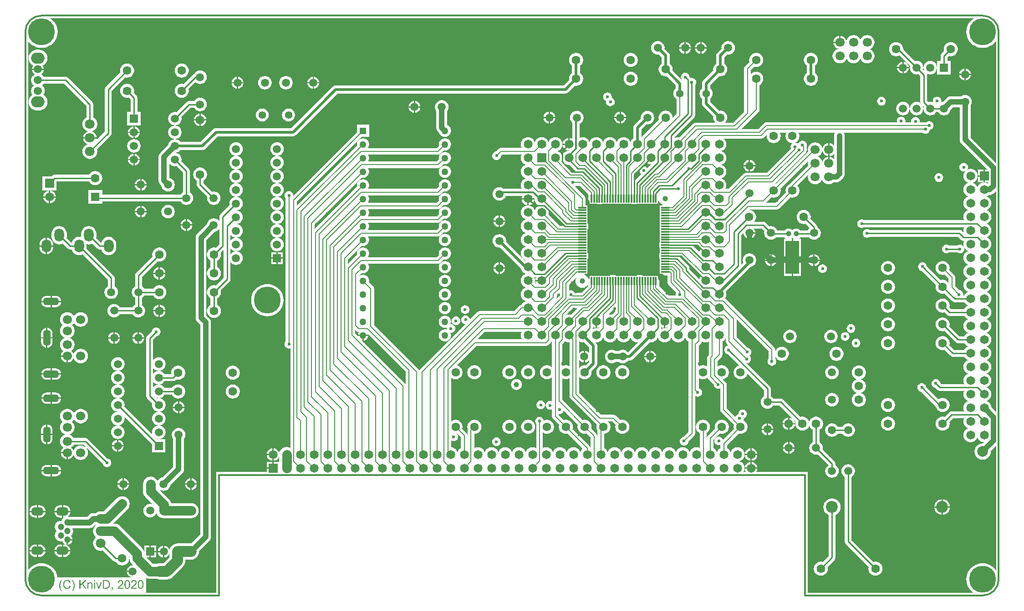
<source format=gtl>
G04 Layer_Physical_Order=1*
G04 Layer_Color=255*
%FSLAX44Y44*%
%MOMM*%
G71*
G01*
G75*
%ADD10R,2.5000X6.2000*%
%ADD11R,1.5000X0.3000*%
%ADD12R,0.3000X1.5000*%
%ADD13C,1.0000*%
%ADD14C,0.2000*%
%ADD15C,0.2500*%
%ADD16C,0.5000*%
%ADD17C,1.0000*%
%ADD18C,1.8000*%
%ADD19C,1.1000*%
%ADD20C,2.0000*%
%ADD21C,0.3500*%
%ADD22C,1.6000*%
%ADD23C,5.0000*%
%ADD24C,1.8000*%
%ADD25C,1.5000*%
%ADD26R,1.5000X1.5000*%
%ADD27C,1.5000*%
%ADD28C,2.2000*%
%ADD29C,1.7000*%
%ADD30C,1.4000*%
%ADD31R,1.2700X1.2700*%
%ADD32C,1.2700*%
%ADD33O,2.5000X2.1000*%
%ADD34C,1.2000*%
%ADD35O,2.3000X1.6000*%
%ADD36O,1.4000X3.0000*%
%ADD37O,3.0000X1.4000*%
%ADD38R,1.5000X1.5000*%
%ADD39R,1.6510X1.6510*%
%ADD40C,1.6510*%
%ADD41R,1.6510X1.6510*%
%ADD42O,1.8000X2.4000*%
%ADD43R,1.6000X1.6000*%
%ADD44C,0.6000*%
%ADD45C,2.0000*%
G36*
X1255674Y-485326D02*
X1256226Y-485695D01*
X1254632Y-487772D01*
X1253448Y-490631D01*
X1253412Y-490900D01*
X1234872Y-472360D01*
Y-469750D01*
X1234387Y-467311D01*
X1233006Y-465244D01*
X1216380Y-448618D01*
X1218966D01*
X1255674Y-485326D01*
D02*
G37*
G36*
X615924Y-587326D02*
X617909Y-588652D01*
X620250Y-589118D01*
X620282D01*
X619195Y-590534D01*
X618203Y-592930D01*
X618029Y-594251D01*
X637569D01*
X637451Y-593353D01*
X706882Y-662784D01*
Y-686007D01*
X706326Y-685174D01*
X626404Y-605253D01*
X626549Y-605272D01*
Y-596751D01*
X618029D01*
X618048Y-596896D01*
X613618Y-592466D01*
Y-585019D01*
X615924Y-587326D01*
D02*
G37*
G36*
X969264Y-486333D02*
X969223Y-486279D01*
X969282Y-486240D01*
X969264Y-486333D01*
D02*
G37*
G36*
X1142181Y-288750D02*
X1142456Y-290838D01*
X1143262Y-292785D01*
X1144544Y-294456D01*
X1145245Y-294993D01*
X1133617Y-306621D01*
Y-296034D01*
X1142375Y-287276D01*
X1142181Y-288750D01*
D02*
G37*
G36*
X1227922Y-601985D02*
X1230046Y-604754D01*
X1232815Y-606878D01*
X1233383Y-607113D01*
Y-775466D01*
X1224329Y-784519D01*
X1222912Y-784706D01*
X1220965Y-785512D01*
X1219294Y-786794D01*
X1218012Y-788465D01*
X1217206Y-790412D01*
X1216931Y-792500D01*
X1217206Y-794588D01*
X1218012Y-796535D01*
X1219294Y-798206D01*
X1220965Y-799488D01*
X1222912Y-800294D01*
X1225000Y-800569D01*
X1227088Y-800294D01*
X1229035Y-799488D01*
X1230706Y-798206D01*
X1231988Y-796535D01*
X1232794Y-794588D01*
X1232981Y-793171D01*
X1243826Y-782326D01*
X1245152Y-780341D01*
X1245618Y-778000D01*
Y-708279D01*
X1246216Y-708738D01*
X1248162Y-709544D01*
X1250250Y-709819D01*
X1252338Y-709544D01*
X1254285Y-708738D01*
X1255956Y-707456D01*
X1257238Y-705785D01*
X1258044Y-703838D01*
X1258319Y-701750D01*
X1258044Y-699662D01*
X1257238Y-697716D01*
X1255956Y-696044D01*
X1254285Y-694762D01*
X1252338Y-693956D01*
X1252117Y-693927D01*
Y-674538D01*
X1253444Y-675556D01*
X1256606Y-676865D01*
X1260000Y-677312D01*
X1263394Y-676865D01*
X1266556Y-675556D01*
X1268408Y-674135D01*
X1268598Y-675091D01*
X1269924Y-677076D01*
X1280519Y-687671D01*
X1280706Y-689088D01*
X1281512Y-691034D01*
X1282794Y-692706D01*
X1284465Y-693988D01*
X1286412Y-694794D01*
X1288500Y-695069D01*
X1290588Y-694794D01*
X1292133Y-694155D01*
Y-734050D01*
X1292598Y-736391D01*
X1293924Y-738376D01*
X1317516Y-761968D01*
X1317334Y-762406D01*
X1316888Y-765800D01*
X1317334Y-769194D01*
X1317516Y-769632D01*
X1297277Y-789871D01*
X1296488Y-787965D01*
X1295206Y-786294D01*
X1293535Y-785012D01*
X1291588Y-784206D01*
X1289500Y-783931D01*
X1287412Y-784206D01*
X1285466Y-785012D01*
X1283794Y-786294D01*
X1282512Y-787965D01*
X1281706Y-789912D01*
X1281431Y-792000D01*
X1281706Y-794088D01*
X1282512Y-796034D01*
X1283794Y-797706D01*
X1285466Y-798988D01*
X1287412Y-799794D01*
X1289500Y-800069D01*
X1291588Y-799794D01*
X1292582Y-799382D01*
Y-805487D01*
X1292015Y-805722D01*
X1289246Y-807847D01*
X1287122Y-810615D01*
X1286000Y-813324D01*
X1284878Y-810615D01*
X1282753Y-807847D01*
X1279985Y-805722D01*
X1279417Y-805487D01*
Y-790034D01*
X1291168Y-778284D01*
X1291606Y-778465D01*
X1295000Y-778912D01*
X1298394Y-778465D01*
X1301556Y-777156D01*
X1304272Y-775072D01*
X1306356Y-772356D01*
X1307666Y-769194D01*
X1308112Y-765800D01*
X1307666Y-762406D01*
X1306356Y-759244D01*
X1304272Y-756528D01*
X1301556Y-754445D01*
X1298394Y-753135D01*
X1295000Y-752688D01*
X1291606Y-753135D01*
X1288444Y-754445D01*
X1285728Y-756528D01*
X1283645Y-759244D01*
X1282335Y-762406D01*
X1281888Y-765800D01*
X1282335Y-769194D01*
X1282516Y-769632D01*
X1268974Y-783175D01*
X1267648Y-785159D01*
X1267182Y-787500D01*
Y-805487D01*
X1266868Y-805617D01*
Y-776917D01*
X1269272Y-775072D01*
X1271355Y-772356D01*
X1272665Y-769194D01*
X1273112Y-765800D01*
X1272665Y-762406D01*
X1271355Y-759244D01*
X1269272Y-756528D01*
X1266556Y-754445D01*
X1263394Y-753135D01*
X1260000Y-752688D01*
X1256606Y-753135D01*
X1253444Y-754445D01*
X1250728Y-756528D01*
X1248644Y-759244D01*
X1247335Y-762406D01*
X1246888Y-765800D01*
X1247335Y-769194D01*
X1248644Y-772356D01*
X1250728Y-775072D01*
X1253444Y-777156D01*
X1254632Y-777648D01*
Y-805759D01*
X1254585Y-805722D01*
X1251360Y-804386D01*
X1247900Y-803931D01*
X1244440Y-804386D01*
X1241215Y-805722D01*
X1238446Y-807847D01*
X1236322Y-810615D01*
X1235200Y-813324D01*
X1234078Y-810615D01*
X1231954Y-807847D01*
X1229185Y-805722D01*
X1225960Y-804386D01*
X1222500Y-803931D01*
X1219040Y-804386D01*
X1215815Y-805722D01*
X1213046Y-807847D01*
X1210922Y-810615D01*
X1209800Y-813324D01*
X1208678Y-810615D01*
X1206553Y-807847D01*
X1203785Y-805722D01*
X1200560Y-804386D01*
X1197100Y-803931D01*
X1193640Y-804386D01*
X1190415Y-805722D01*
X1187646Y-807847D01*
X1185522Y-810615D01*
X1184400Y-813324D01*
X1183278Y-810615D01*
X1181153Y-807847D01*
X1178385Y-805722D01*
X1175160Y-804386D01*
X1171700Y-803931D01*
X1168240Y-804386D01*
X1165015Y-805722D01*
X1162246Y-807847D01*
X1160122Y-810615D01*
X1159000Y-813324D01*
X1157878Y-810615D01*
X1155753Y-807847D01*
X1152985Y-805722D01*
X1149760Y-804386D01*
X1146300Y-803931D01*
X1142840Y-804386D01*
X1139615Y-805722D01*
X1136846Y-807847D01*
X1134722Y-810615D01*
X1133600Y-813324D01*
X1132478Y-810615D01*
X1130353Y-807847D01*
X1127585Y-805722D01*
X1124360Y-804386D01*
X1120900Y-803931D01*
X1117440Y-804386D01*
X1114215Y-805722D01*
X1111446Y-807847D01*
X1109322Y-810615D01*
X1108200Y-813324D01*
X1107078Y-810615D01*
X1104954Y-807847D01*
X1102185Y-805722D01*
X1098960Y-804386D01*
X1095500Y-803931D01*
X1092040Y-804386D01*
X1088815Y-805722D01*
X1086046Y-807847D01*
X1083922Y-810615D01*
X1082800Y-813324D01*
X1081678Y-810615D01*
X1079554Y-807847D01*
X1076785Y-805722D01*
X1076217Y-805487D01*
Y-778752D01*
X1078394Y-778465D01*
X1081556Y-777156D01*
X1084272Y-775072D01*
X1086356Y-772356D01*
X1087665Y-769194D01*
X1088112Y-765800D01*
X1087665Y-762406D01*
X1086356Y-759244D01*
X1084272Y-756528D01*
X1083085Y-755618D01*
X1091166D01*
X1097517Y-761968D01*
X1097335Y-762406D01*
X1096888Y-765800D01*
X1097335Y-769194D01*
X1098645Y-772356D01*
X1100729Y-775072D01*
X1103444Y-777156D01*
X1106607Y-778465D01*
X1110000Y-778912D01*
X1113394Y-778465D01*
X1116556Y-777156D01*
X1119272Y-775072D01*
X1121356Y-772356D01*
X1122666Y-769194D01*
X1123112Y-765800D01*
X1122666Y-762406D01*
X1121356Y-759244D01*
X1119272Y-756528D01*
X1116556Y-754445D01*
X1113394Y-753135D01*
X1110000Y-752688D01*
X1106607Y-753135D01*
X1106168Y-753316D01*
X1098026Y-745174D01*
X1096041Y-743848D01*
X1093700Y-743382D01*
X1070784D01*
X1029867Y-702466D01*
Y-672350D01*
X1030728Y-673472D01*
X1033444Y-675556D01*
X1036606Y-676865D01*
X1040000Y-677312D01*
X1043393Y-676865D01*
X1046556Y-675556D01*
X1049272Y-673472D01*
X1051355Y-670756D01*
X1052665Y-667594D01*
X1053112Y-664200D01*
X1052831Y-662067D01*
X1061099Y-653799D01*
X1062301Y-652232D01*
X1063057Y-650408D01*
X1063315Y-648450D01*
Y-614750D01*
X1063315Y-614750D01*
X1063087Y-613020D01*
X1063057Y-612792D01*
X1062301Y-610968D01*
X1061099Y-609401D01*
X1061099Y-609401D01*
X1060165Y-608467D01*
X1061700Y-608669D01*
X1065160Y-608214D01*
X1068385Y-606878D01*
X1071154Y-604754D01*
X1073278Y-601985D01*
X1074400Y-599277D01*
X1075522Y-601985D01*
X1077646Y-604754D01*
X1080415Y-606878D01*
X1083640Y-608214D01*
X1087100Y-608669D01*
X1090560Y-608214D01*
X1093785Y-606878D01*
X1096554Y-604754D01*
X1098678Y-601985D01*
X1099800Y-599277D01*
X1100922Y-601985D01*
X1103046Y-604754D01*
X1105815Y-606878D01*
X1109040Y-608214D01*
X1112500Y-608669D01*
X1115960Y-608214D01*
X1119185Y-606878D01*
X1121954Y-604754D01*
X1124078Y-601985D01*
X1125200Y-599277D01*
X1126322Y-601985D01*
X1128447Y-604754D01*
X1131215Y-606878D01*
X1134440Y-608214D01*
X1137900Y-608669D01*
X1139435Y-608467D01*
X1120797Y-627105D01*
X1120014Y-626086D01*
X1117403Y-624082D01*
X1114362Y-622822D01*
X1111099Y-622393D01*
X1107836Y-622822D01*
X1104795Y-624082D01*
X1103712Y-624913D01*
X1097789D01*
X1096704Y-624081D01*
X1093663Y-622822D01*
X1090400Y-622392D01*
X1087137Y-622822D01*
X1084096Y-624081D01*
X1081485Y-626085D01*
X1079481Y-628696D01*
X1078222Y-631737D01*
X1077792Y-635000D01*
X1078222Y-638263D01*
X1079481Y-641304D01*
X1081485Y-643915D01*
X1084096Y-645919D01*
X1087137Y-647178D01*
X1090400Y-647608D01*
X1093663Y-647178D01*
X1096704Y-645919D01*
X1097789Y-645086D01*
X1103709D01*
X1104795Y-645919D01*
X1107836Y-647179D01*
X1111099Y-647609D01*
X1114362Y-647179D01*
X1117403Y-645919D01*
X1120014Y-643916D01*
X1121051Y-642564D01*
X1123600D01*
X1125558Y-642307D01*
X1127383Y-641551D01*
X1128950Y-640349D01*
X1160940Y-608359D01*
X1163300Y-608669D01*
X1166760Y-608214D01*
X1169985Y-606878D01*
X1172754Y-604754D01*
X1174878Y-601985D01*
X1176000Y-599277D01*
X1177122Y-601985D01*
X1179247Y-604754D01*
X1182015Y-606878D01*
X1185240Y-608214D01*
X1188700Y-608669D01*
X1192160Y-608214D01*
X1195385Y-606878D01*
X1198154Y-604754D01*
X1200278Y-601985D01*
X1201400Y-599277D01*
X1202522Y-601985D01*
X1204647Y-604754D01*
X1207415Y-606878D01*
X1210640Y-608214D01*
X1214100Y-608669D01*
X1217560Y-608214D01*
X1220785Y-606878D01*
X1223554Y-604754D01*
X1225678Y-601985D01*
X1226800Y-599277D01*
X1227922Y-601985D01*
D02*
G37*
G36*
X947650Y-487622D02*
X949947D01*
X949832Y-487772D01*
X948648Y-490631D01*
X948408Y-492450D01*
X960100D01*
Y-494950D01*
X948408D01*
X948648Y-496769D01*
X949832Y-499628D01*
X950219Y-500132D01*
X949784D01*
X947379Y-497728D01*
X947614Y-497160D01*
X948070Y-493700D01*
X947614Y-490240D01*
X946429Y-487380D01*
X947650Y-487622D01*
D02*
G37*
G36*
X993382Y-521466D02*
X987439Y-527409D01*
X987652Y-527091D01*
X988118Y-524750D01*
Y-521284D01*
X993382Y-516019D01*
Y-521466D01*
D02*
G37*
G36*
X1027516Y-761968D02*
X1027335Y-762406D01*
X1026888Y-765800D01*
X1027335Y-769194D01*
X1028644Y-772356D01*
X1030728Y-775072D01*
X1033444Y-777156D01*
X1036606Y-778465D01*
X1040000Y-778912D01*
X1043393Y-778465D01*
X1043832Y-778284D01*
X1051383Y-785834D01*
Y-805721D01*
X1050815Y-805486D01*
X1050352Y-803159D01*
X1049026Y-801174D01*
X1017484Y-769632D01*
X1017666Y-769194D01*
X1018112Y-765800D01*
X1017666Y-762406D01*
X1016356Y-759244D01*
X1014272Y-756528D01*
X1011556Y-754445D01*
X1008394Y-753135D01*
X1005000Y-752688D01*
X1001607Y-753135D01*
X1001168Y-753316D01*
X991618Y-743766D01*
Y-741571D01*
X993500Y-741819D01*
X995588Y-741544D01*
X997534Y-740738D01*
X999206Y-739456D01*
X1000488Y-737785D01*
X1001294Y-735838D01*
X1001305Y-735757D01*
X1027516Y-761968D01*
D02*
G37*
G36*
X1046383Y-332534D02*
Y-340500D01*
X1046848Y-342841D01*
X1048175Y-344826D01*
X1049000Y-345378D01*
Y-350000D01*
X1062500D01*
Y-351500D01*
X1072500D01*
Y-350000D01*
X1127500D01*
Y-351500D01*
X1137500D01*
Y-350000D01*
X1176000D01*
Y-345678D01*
X1177006Y-345006D01*
X1177519Y-344239D01*
X1178581Y-346804D01*
X1180585Y-349415D01*
X1183196Y-351419D01*
X1186039Y-352597D01*
X1185174Y-353175D01*
X1184623Y-354000D01*
X1180000D01*
Y-361000D01*
Y-366000D01*
Y-371000D01*
Y-376000D01*
Y-381000D01*
Y-386000D01*
Y-391000D01*
Y-396000D01*
Y-401000D01*
Y-406000D01*
Y-411000D01*
Y-416000D01*
Y-421000D01*
Y-422500D01*
X1178500D01*
Y-432500D01*
X1180000D01*
Y-436000D01*
Y-441000D01*
Y-442500D01*
X1178500D01*
Y-452500D01*
X1180000D01*
Y-456000D01*
Y-461000D01*
Y-466000D01*
Y-471000D01*
Y-476000D01*
Y-481000D01*
X1184623D01*
X1185174Y-481826D01*
X1187159Y-483152D01*
X1189500Y-483618D01*
X1194382D01*
Y-496500D01*
X1194848Y-498841D01*
X1196174Y-500826D01*
X1210610Y-515262D01*
X1210262Y-515715D01*
X1209456Y-517662D01*
X1209181Y-519750D01*
X1209429Y-521632D01*
X1196284D01*
X1178617Y-503966D01*
Y-494500D01*
X1178152Y-492159D01*
X1176826Y-490174D01*
X1176000Y-489623D01*
Y-485000D01*
X1147500D01*
Y-483500D01*
X1137500D01*
Y-485000D01*
X1097500D01*
Y-483500D01*
X1087500D01*
Y-485000D01*
X1049000D01*
Y-489623D01*
X1048175Y-490174D01*
X1047597Y-491039D01*
X1046419Y-488196D01*
X1044415Y-485585D01*
X1041804Y-483581D01*
X1038961Y-482404D01*
X1039826Y-481826D01*
X1040378Y-481000D01*
X1045000D01*
Y-476000D01*
Y-471000D01*
Y-466000D01*
Y-461000D01*
Y-456000D01*
Y-452500D01*
X1046500D01*
Y-442500D01*
X1045000D01*
Y-441000D01*
Y-436000D01*
Y-431000D01*
Y-426000D01*
Y-421000D01*
Y-416000D01*
Y-411000D01*
Y-406000D01*
Y-401000D01*
Y-397500D01*
X1046500D01*
Y-387500D01*
X1045000D01*
Y-386000D01*
Y-381000D01*
Y-376000D01*
Y-371000D01*
Y-366000D01*
Y-361000D01*
Y-354000D01*
X1041618D01*
Y-340500D01*
X1041152Y-338159D01*
X1039826Y-336174D01*
X1021652Y-318000D01*
X1022284Y-317738D01*
X1023419Y-316868D01*
X1030716D01*
X1046383Y-332534D01*
D02*
G37*
G36*
X921786Y-591840D02*
X921331Y-595300D01*
X921786Y-598760D01*
X923122Y-601985D01*
X923811Y-602882D01*
X840519D01*
X854534Y-588867D01*
X923018D01*
X921786Y-591840D01*
D02*
G37*
G36*
X1026585Y-485585D02*
X1024581Y-488196D01*
X1023322Y-491237D01*
X1022892Y-494500D01*
X1023322Y-497763D01*
X1024581Y-500804D01*
X1026585Y-503415D01*
X1029196Y-505419D01*
X1032237Y-506678D01*
X1035500Y-507108D01*
X1038763Y-506678D01*
X1041804Y-505419D01*
X1044415Y-503415D01*
X1046383Y-500851D01*
Y-503466D01*
X1033716Y-516133D01*
X1021514D01*
X1021238Y-515466D01*
X1019956Y-513794D01*
X1018285Y-512512D01*
X1016338Y-511706D01*
X1014250Y-511431D01*
X1012162Y-511706D01*
X1011367Y-512035D01*
Y-500784D01*
X1028534Y-483618D01*
X1029149D01*
X1026585Y-485585D01*
D02*
G37*
G36*
X999322Y-271785D02*
X1001447Y-274554D01*
X1004215Y-276678D01*
X1007440Y-278014D01*
X1010900Y-278469D01*
X1011834Y-278346D01*
X1022994Y-289506D01*
X1024680Y-290632D01*
X1016284D01*
X997183Y-271532D01*
X998200Y-269076D01*
X999322Y-271785D01*
D02*
G37*
G36*
X1011882Y-708800D02*
X1012348Y-711141D01*
X1013674Y-713126D01*
X1062516Y-761968D01*
X1062335Y-762406D01*
X1061888Y-765800D01*
X1062335Y-769194D01*
X1063645Y-772356D01*
X1063982Y-772796D01*
Y-805487D01*
X1063617Y-805638D01*
Y-783300D01*
X1063152Y-780959D01*
X1061826Y-778975D01*
X1052484Y-769632D01*
X1052665Y-769194D01*
X1053112Y-765800D01*
X1052665Y-762406D01*
X1051355Y-759244D01*
X1049272Y-756528D01*
X1046556Y-754445D01*
X1043393Y-753135D01*
X1040000Y-752688D01*
X1036606Y-753135D01*
X1036168Y-753316D01*
X998367Y-715516D01*
Y-675497D01*
X998444Y-675556D01*
X1001607Y-676865D01*
X1005000Y-677312D01*
X1008394Y-676865D01*
X1011556Y-675556D01*
X1011882Y-675305D01*
Y-708800D01*
D02*
G37*
G36*
X978815Y-606878D02*
X979383Y-607113D01*
Y-655073D01*
X979272Y-654928D01*
X976556Y-652845D01*
X973394Y-651535D01*
X970000Y-651088D01*
X966606Y-651535D01*
X963444Y-652845D01*
X960728Y-654928D01*
X958645Y-657644D01*
X957335Y-660807D01*
X956888Y-664200D01*
X957335Y-667594D01*
X958645Y-670756D01*
X960728Y-673472D01*
X963444Y-675556D01*
X966606Y-676865D01*
X970000Y-677312D01*
X973394Y-676865D01*
X976556Y-675556D01*
X979272Y-673472D01*
X979383Y-673327D01*
Y-718699D01*
X977588Y-717956D01*
X975500Y-717681D01*
X973412Y-717956D01*
X971466Y-718762D01*
X969794Y-720044D01*
X968512Y-721715D01*
X967706Y-723662D01*
X967431Y-725750D01*
X967706Y-727838D01*
X968512Y-729784D01*
X969794Y-731456D01*
X971466Y-732738D01*
X973412Y-733544D01*
X975500Y-733819D01*
X977588Y-733544D01*
X979383Y-732801D01*
Y-746300D01*
X979848Y-748641D01*
X981174Y-750626D01*
X992516Y-761968D01*
X992335Y-762406D01*
X991888Y-765800D01*
X992335Y-769194D01*
X993645Y-772356D01*
X995729Y-775072D01*
X998444Y-777156D01*
X1001607Y-778465D01*
X1005000Y-778912D01*
X1008394Y-778465D01*
X1008832Y-778284D01*
X1037028Y-806479D01*
X1035246Y-807847D01*
X1033122Y-810615D01*
X1032000Y-813324D01*
X1030878Y-810615D01*
X1028754Y-807847D01*
X1025985Y-805722D01*
X1022760Y-804386D01*
X1019300Y-803931D01*
X1015840Y-804386D01*
X1012615Y-805722D01*
X1009846Y-807847D01*
X1007722Y-810615D01*
X1006600Y-813324D01*
X1005478Y-810615D01*
X1003354Y-807847D01*
X1000585Y-805722D01*
X997360Y-804386D01*
X993900Y-803931D01*
X990440Y-804386D01*
X987215Y-805722D01*
X984446Y-807847D01*
X982322Y-810615D01*
X981200Y-813324D01*
X980078Y-810615D01*
X977953Y-807847D01*
X975185Y-805722D01*
X971960Y-804386D01*
X968500Y-803931D01*
X965040Y-804386D01*
X962117Y-805597D01*
Y-776138D01*
X963444Y-777156D01*
X966606Y-778465D01*
X970000Y-778912D01*
X973394Y-778465D01*
X976556Y-777156D01*
X979272Y-775072D01*
X981356Y-772356D01*
X982665Y-769194D01*
X983112Y-765800D01*
X982665Y-762406D01*
X981356Y-759244D01*
X979272Y-756528D01*
X976556Y-754445D01*
X973394Y-753135D01*
X970000Y-752688D01*
X966606Y-753135D01*
X963936Y-754241D01*
X963794Y-753162D01*
X962988Y-751216D01*
X961706Y-749544D01*
X960034Y-748262D01*
X958088Y-747456D01*
X956000Y-747181D01*
X953912Y-747456D01*
X951965Y-748262D01*
X950294Y-749544D01*
X949012Y-751216D01*
X948206Y-753162D01*
X947931Y-755250D01*
X948206Y-757338D01*
X949012Y-759285D01*
X949883Y-760419D01*
Y-805797D01*
X949785Y-805722D01*
X946560Y-804386D01*
X943100Y-803931D01*
X939640Y-804386D01*
X936415Y-805722D01*
X933646Y-807847D01*
X931522Y-810615D01*
X930400Y-813324D01*
X929278Y-810615D01*
X927153Y-807847D01*
X924385Y-805722D01*
X921160Y-804386D01*
X917700Y-803931D01*
X914240Y-804386D01*
X911015Y-805722D01*
X908246Y-807847D01*
X906122Y-810615D01*
X905000Y-813324D01*
X903878Y-810615D01*
X901753Y-807847D01*
X898985Y-805722D01*
X895760Y-804386D01*
X892300Y-803931D01*
X888840Y-804386D01*
X885615Y-805722D01*
X882846Y-807847D01*
X880722Y-810615D01*
X879600Y-813324D01*
X878478Y-810615D01*
X876354Y-807847D01*
X873585Y-805722D01*
X870360Y-804386D01*
X866900Y-803931D01*
X863440Y-804386D01*
X860215Y-805722D01*
X857446Y-807847D01*
X855322Y-810615D01*
X854200Y-813324D01*
X853078Y-810615D01*
X850954Y-807847D01*
X848185Y-805722D01*
X844960Y-804386D01*
X841500Y-803931D01*
X838040Y-804386D01*
X834867Y-805700D01*
Y-778895D01*
X835000Y-778912D01*
X838394Y-778465D01*
X841556Y-777156D01*
X844272Y-775072D01*
X846356Y-772356D01*
X847665Y-769194D01*
X848112Y-765800D01*
X847665Y-762406D01*
X846356Y-759244D01*
X844272Y-756528D01*
X841556Y-754445D01*
X838394Y-753135D01*
X835000Y-752688D01*
X831606Y-753135D01*
X828444Y-754445D01*
X825728Y-756528D01*
X823645Y-759244D01*
X822335Y-762406D01*
X821888Y-765800D01*
X822335Y-769194D01*
X822920Y-770606D01*
X822633Y-772050D01*
Y-805659D01*
X822217Y-805487D01*
Y-781900D01*
X821752Y-779559D01*
X820426Y-777574D01*
X812484Y-769632D01*
X812665Y-769194D01*
X813112Y-765800D01*
X812665Y-762406D01*
X811355Y-759244D01*
X809271Y-756528D01*
X806556Y-754445D01*
X803393Y-753135D01*
X800000Y-752688D01*
X796606Y-753135D01*
X793444Y-754445D01*
X792117Y-755462D01*
Y-674538D01*
X793444Y-675556D01*
X796606Y-676865D01*
X800000Y-677312D01*
X803393Y-676865D01*
X806556Y-675556D01*
X809271Y-673472D01*
X811355Y-670756D01*
X812665Y-667594D01*
X813112Y-664200D01*
X812665Y-660807D01*
X811355Y-657644D01*
X809271Y-654928D01*
X806556Y-652845D01*
X803393Y-651535D01*
X802486Y-651415D01*
X838784Y-615117D01*
X968000D01*
X970341Y-614652D01*
X972326Y-613326D01*
X977076Y-608576D01*
X978402Y-606591D01*
X978407Y-606565D01*
X978815Y-606878D01*
D02*
G37*
G36*
X1505015Y-219207D02*
X1504007Y-221639D01*
X1503664Y-224250D01*
Y-242223D01*
X1502758Y-241042D01*
X1500251Y-239119D01*
X1497332Y-237910D01*
X1495450Y-237662D01*
Y-249601D01*
Y-261540D01*
X1497332Y-261292D01*
X1500251Y-260083D01*
X1502758Y-258160D01*
X1503664Y-256979D01*
Y-267623D01*
X1502758Y-266443D01*
X1500251Y-264519D01*
X1497332Y-263310D01*
X1495450Y-263062D01*
Y-275001D01*
X1492950D01*
Y-263062D01*
X1491066Y-263310D01*
X1488147Y-264519D01*
X1485641Y-266443D01*
X1483717Y-268949D01*
X1482508Y-271868D01*
X1482256Y-273786D01*
X1481952Y-271477D01*
X1480591Y-268193D01*
X1478427Y-265373D01*
X1475607Y-263209D01*
X1473416Y-262301D01*
X1475607Y-261393D01*
X1478427Y-259229D01*
X1480591Y-256409D01*
X1481952Y-253125D01*
X1482256Y-250816D01*
X1482508Y-252734D01*
X1483717Y-255653D01*
X1485641Y-258160D01*
X1488147Y-260083D01*
X1491066Y-261292D01*
X1492950Y-261540D01*
Y-249601D01*
Y-237662D01*
X1491066Y-237910D01*
X1488147Y-239119D01*
X1485641Y-241042D01*
X1483717Y-243549D01*
X1482508Y-246468D01*
X1482256Y-248386D01*
X1481952Y-246077D01*
X1480591Y-242793D01*
X1478427Y-239973D01*
X1475607Y-237809D01*
X1472323Y-236448D01*
X1468799Y-235984D01*
X1465275Y-236448D01*
X1461991Y-237809D01*
X1459171Y-239973D01*
X1457007Y-242793D01*
X1455647Y-246077D01*
X1455183Y-249601D01*
X1455632Y-253016D01*
X1395332Y-313317D01*
X1394893Y-313136D01*
X1393897Y-313004D01*
X1451326Y-255576D01*
X1452652Y-253591D01*
X1453118Y-251250D01*
Y-243000D01*
X1452930Y-242057D01*
X1453069Y-241000D01*
X1452794Y-238912D01*
X1451988Y-236966D01*
X1450706Y-235294D01*
X1449034Y-234012D01*
X1447088Y-233206D01*
X1445000Y-232931D01*
X1442912Y-233206D01*
X1440966Y-234012D01*
X1439294Y-235294D01*
X1438012Y-236966D01*
X1437206Y-238912D01*
X1437174Y-239155D01*
X1436706Y-238545D01*
X1435034Y-237262D01*
X1433088Y-236456D01*
X1431415Y-236236D01*
X1433055Y-235557D01*
X1435771Y-233473D01*
X1437854Y-230757D01*
X1439164Y-227595D01*
X1439611Y-224201D01*
X1439164Y-220807D01*
X1437947Y-217868D01*
X1506043D01*
X1505015Y-219207D01*
D02*
G37*
G36*
X1255674Y-434576D02*
X1256201Y-434928D01*
X1254632Y-436972D01*
X1253448Y-439831D01*
X1253377Y-440365D01*
X1241630Y-428618D01*
X1249716D01*
X1255674Y-434576D01*
D02*
G37*
G36*
X1413834Y-220807D02*
X1413387Y-224201D01*
X1413834Y-227595D01*
X1415143Y-230757D01*
X1417227Y-233473D01*
X1419943Y-235557D01*
X1423105Y-236866D01*
X1426499Y-237313D01*
X1427002Y-237247D01*
X1426965Y-237262D01*
X1425294Y-238545D01*
X1424012Y-240216D01*
X1423206Y-242162D01*
X1422931Y-244250D01*
X1423206Y-246339D01*
X1423734Y-247614D01*
X1378466Y-292882D01*
X1340000D01*
X1337659Y-293348D01*
X1335674Y-294674D01*
X1307716Y-322632D01*
X1301842D01*
X1301878Y-322585D01*
X1303214Y-319360D01*
X1303669Y-315900D01*
X1303214Y-312440D01*
X1301878Y-309215D01*
X1299754Y-306446D01*
X1296985Y-304322D01*
X1294277Y-303200D01*
X1296985Y-302078D01*
X1299754Y-299954D01*
X1301878Y-297185D01*
X1303214Y-293960D01*
X1303669Y-290500D01*
X1303214Y-287040D01*
X1301878Y-283815D01*
X1299754Y-281047D01*
X1296985Y-278922D01*
X1294277Y-277800D01*
X1296985Y-276678D01*
X1299754Y-274554D01*
X1301878Y-271785D01*
X1303214Y-268560D01*
X1303669Y-265100D01*
X1303214Y-261640D01*
X1301878Y-258415D01*
X1299754Y-255646D01*
X1296985Y-253522D01*
X1294277Y-252400D01*
X1296985Y-251278D01*
X1299754Y-249154D01*
X1301878Y-246385D01*
X1303214Y-243160D01*
X1303669Y-239700D01*
X1303214Y-236240D01*
X1301878Y-233015D01*
X1299754Y-230247D01*
X1298282Y-229118D01*
X1368500D01*
X1370841Y-228652D01*
X1372826Y-227326D01*
X1378757Y-221395D01*
X1378387Y-224201D01*
X1378834Y-227595D01*
X1380144Y-230757D01*
X1382228Y-233473D01*
X1384943Y-235557D01*
X1388106Y-236866D01*
X1391499Y-237313D01*
X1394893Y-236866D01*
X1398055Y-235557D01*
X1400771Y-233473D01*
X1402855Y-230757D01*
X1404165Y-227595D01*
X1404611Y-224201D01*
X1404165Y-220807D01*
X1402947Y-217868D01*
X1415051D01*
X1413834Y-220807D01*
D02*
G37*
G36*
X1258215Y-606878D02*
X1261440Y-608214D01*
X1264900Y-608669D01*
X1268360Y-608214D01*
X1271383Y-606962D01*
Y-631216D01*
X1269924Y-632674D01*
X1268598Y-634659D01*
X1268132Y-637000D01*
Y-654054D01*
X1266556Y-652845D01*
X1263394Y-651535D01*
X1260000Y-651088D01*
X1256606Y-651535D01*
X1253444Y-652845D01*
X1252117Y-653862D01*
Y-614534D01*
X1256576Y-610076D01*
X1257371Y-608886D01*
X1257902Y-608091D01*
X1258153Y-606830D01*
X1258215Y-606878D01*
D02*
G37*
G36*
X809982Y-784434D02*
Y-805487D01*
X809415Y-805722D01*
X806646Y-807847D01*
X804522Y-810615D01*
X803400Y-813324D01*
X802278Y-810615D01*
X800154Y-807847D01*
X797385Y-805722D01*
X794160Y-804386D01*
X792117Y-804117D01*
Y-791221D01*
X792466Y-791488D01*
X794412Y-792294D01*
X796500Y-792569D01*
X798588Y-792294D01*
X800535Y-791488D01*
X802206Y-790206D01*
X803488Y-788534D01*
X804294Y-786588D01*
X804569Y-784500D01*
X804294Y-782412D01*
X803488Y-780465D01*
X802206Y-778794D01*
X802014Y-778647D01*
X803393Y-778465D01*
X803832Y-778284D01*
X809982Y-784434D01*
D02*
G37*
G36*
X1001171Y-391383D02*
X993434D01*
X972779Y-370728D01*
X973014Y-370160D01*
X973469Y-366700D01*
X973014Y-363240D01*
X973004Y-363216D01*
X1001171Y-391383D01*
D02*
G37*
G36*
X1032840Y-608214D02*
X1036300Y-608669D01*
X1038661Y-608359D01*
X1048185Y-617883D01*
Y-628119D01*
X1047445Y-627155D01*
X1045147Y-625391D01*
X1042471Y-624283D01*
X1040850Y-624069D01*
Y-635000D01*
Y-645930D01*
X1042471Y-645717D01*
X1045147Y-644608D01*
X1047445Y-642845D01*
X1048185Y-641881D01*
Y-645317D01*
X1042133Y-651369D01*
X1040000Y-651088D01*
X1036606Y-651535D01*
X1033444Y-652845D01*
X1030728Y-654928D01*
X1029867Y-656050D01*
Y-640248D01*
X1029992Y-640547D01*
X1031755Y-642845D01*
X1034053Y-644608D01*
X1036728Y-645717D01*
X1038350Y-645930D01*
Y-635000D01*
Y-624069D01*
X1036728Y-624283D01*
X1034053Y-625391D01*
X1031755Y-627155D01*
X1029992Y-629452D01*
X1029867Y-629752D01*
Y-606983D01*
X1032840Y-608214D01*
D02*
G37*
G36*
X1004215Y-606878D02*
X1007440Y-608214D01*
X1010900Y-608669D01*
X1011882Y-608540D01*
Y-653095D01*
X1011556Y-652845D01*
X1008394Y-651535D01*
X1005000Y-651088D01*
X1001607Y-651535D01*
X998444Y-652845D01*
X998367Y-652903D01*
Y-611784D01*
X1002576Y-607576D01*
X1003440Y-606283D01*
X1004215Y-606878D01*
D02*
G37*
G36*
X1157372Y-275368D02*
X1160231Y-276553D01*
X1163284Y-276954D01*
X1156493Y-283745D01*
X1155956Y-283044D01*
X1154285Y-281762D01*
X1152338Y-280956D01*
X1150250Y-280681D01*
X1148776Y-280875D01*
X1155076Y-274576D01*
X1155504Y-273935D01*
X1157372Y-275368D01*
D02*
G37*
G36*
X1805000Y-738237D02*
X1796233Y-729470D01*
X1795913Y-727041D01*
X1794577Y-723816D01*
X1792453Y-721047D01*
X1789684Y-718923D01*
X1786976Y-717801D01*
X1789684Y-716679D01*
X1792453Y-714554D01*
X1794577Y-711786D01*
X1795913Y-708561D01*
X1796369Y-705101D01*
X1795913Y-701641D01*
X1794577Y-698416D01*
X1792453Y-695647D01*
X1789684Y-693523D01*
X1786976Y-692401D01*
X1789684Y-691279D01*
X1792453Y-689154D01*
X1794577Y-686385D01*
X1795913Y-683161D01*
X1796369Y-679701D01*
X1795913Y-676241D01*
X1794577Y-673016D01*
X1792453Y-670247D01*
X1789684Y-668123D01*
X1786976Y-667001D01*
X1789684Y-665879D01*
X1792453Y-663754D01*
X1794577Y-660985D01*
X1795913Y-657761D01*
X1796369Y-654301D01*
X1795913Y-650841D01*
X1794577Y-647616D01*
X1792453Y-644847D01*
X1789684Y-642723D01*
X1786976Y-641601D01*
X1789684Y-640479D01*
X1792453Y-638354D01*
X1794577Y-635586D01*
X1795913Y-632361D01*
X1796369Y-628901D01*
X1795913Y-625441D01*
X1794577Y-622216D01*
X1792453Y-619447D01*
X1789684Y-617323D01*
X1786976Y-616201D01*
X1789684Y-615079D01*
X1792453Y-612954D01*
X1794577Y-610186D01*
X1795913Y-606961D01*
X1796369Y-603501D01*
X1795913Y-600041D01*
X1794577Y-596816D01*
X1792453Y-594047D01*
X1789684Y-591923D01*
X1786976Y-590801D01*
X1789684Y-589679D01*
X1792453Y-587554D01*
X1794577Y-584785D01*
X1795913Y-581561D01*
X1796369Y-578101D01*
X1795913Y-574641D01*
X1794577Y-571416D01*
X1792453Y-568647D01*
X1789684Y-566523D01*
X1786976Y-565401D01*
X1789684Y-564279D01*
X1792453Y-562154D01*
X1794577Y-559385D01*
X1795913Y-556161D01*
X1796369Y-552701D01*
X1795913Y-549241D01*
X1794577Y-546016D01*
X1792453Y-543247D01*
X1789684Y-541123D01*
X1786976Y-540001D01*
X1789684Y-538879D01*
X1792453Y-536754D01*
X1794577Y-533985D01*
X1795913Y-530761D01*
X1796369Y-527301D01*
X1795913Y-523841D01*
X1794577Y-520616D01*
X1792453Y-517847D01*
X1789684Y-515723D01*
X1786976Y-514601D01*
X1789684Y-513479D01*
X1792453Y-511354D01*
X1794577Y-508586D01*
X1795913Y-505361D01*
X1796369Y-501901D01*
X1795913Y-498441D01*
X1794577Y-495216D01*
X1792453Y-492447D01*
X1789684Y-490323D01*
X1786976Y-489201D01*
X1789684Y-488079D01*
X1792453Y-485954D01*
X1794577Y-483186D01*
X1795913Y-479961D01*
X1796369Y-476501D01*
X1795913Y-473041D01*
X1794577Y-469816D01*
X1792453Y-467047D01*
X1789684Y-464923D01*
X1786976Y-463801D01*
X1789684Y-462679D01*
X1792453Y-460554D01*
X1794577Y-457785D01*
X1795913Y-454561D01*
X1796369Y-451101D01*
X1795913Y-447641D01*
X1794577Y-444416D01*
X1792453Y-441647D01*
X1789684Y-439523D01*
X1786976Y-438401D01*
X1789684Y-437279D01*
X1792453Y-435154D01*
X1794577Y-432385D01*
X1795913Y-429161D01*
X1796369Y-425701D01*
X1795913Y-422241D01*
X1794577Y-419016D01*
X1792453Y-416247D01*
X1789684Y-414123D01*
X1786976Y-413001D01*
X1789684Y-411879D01*
X1792453Y-409754D01*
X1794577Y-406986D01*
X1795913Y-403761D01*
X1796369Y-400301D01*
X1795913Y-396841D01*
X1794577Y-393616D01*
X1792453Y-390847D01*
X1789684Y-388723D01*
X1786976Y-387601D01*
X1789684Y-386479D01*
X1792453Y-384354D01*
X1794577Y-381586D01*
X1795913Y-378361D01*
X1796369Y-374901D01*
X1795913Y-371441D01*
X1794577Y-368216D01*
X1792453Y-365447D01*
X1789684Y-363323D01*
X1786976Y-362201D01*
X1789684Y-361079D01*
X1792453Y-358954D01*
X1794577Y-356185D01*
X1795913Y-352961D01*
X1796369Y-349501D01*
X1795913Y-346041D01*
X1794577Y-342816D01*
X1792453Y-340047D01*
X1789684Y-337923D01*
X1786976Y-336801D01*
X1789684Y-335679D01*
X1791628Y-334187D01*
X1792899D01*
X1795510Y-333843D01*
X1797942Y-332836D01*
X1800031Y-331233D01*
X1805000Y-326264D01*
Y-738237D01*
D02*
G37*
G36*
X106770Y-1057737D02*
X113784Y-1067250D01*
X110988D01*
X105286Y-1059174D01*
X102677Y-1061705D01*
Y-1067250D01*
X100553D01*
Y-1051238D01*
X102677D01*
Y-1059174D01*
X110613Y-1051238D01*
X113487D01*
X106770Y-1057737D01*
D02*
G37*
G36*
X129717Y-1067250D02*
X127749D01*
Y-1055644D01*
X129717D01*
Y-1067250D01*
D02*
G37*
G36*
X137746D02*
X135903D01*
X131514Y-1055644D01*
X133576D01*
X136075Y-1062595D01*
Y-1062611D01*
X136091Y-1062642D01*
X136106Y-1062704D01*
X136138Y-1062798D01*
X136184Y-1062892D01*
X136216Y-1063017D01*
X136263Y-1063157D01*
X136309Y-1063314D01*
X136419Y-1063673D01*
X136544Y-1064063D01*
X136684Y-1064485D01*
X136809Y-1064938D01*
Y-1064922D01*
X136825Y-1064891D01*
X136840Y-1064844D01*
X136856Y-1064766D01*
X136887Y-1064688D01*
X136919Y-1064579D01*
X136950Y-1064454D01*
X136997Y-1064313D01*
X137106Y-1064001D01*
X137231Y-1063626D01*
X137372Y-1063204D01*
X137543Y-1062736D01*
X140121Y-1055644D01*
X142152D01*
X137746Y-1067250D01*
D02*
G37*
G36*
X214774Y-1051192D02*
X214899Y-1051207D01*
X215055Y-1051223D01*
X215211Y-1051238D01*
X215555Y-1051301D01*
X215930Y-1051395D01*
X216320Y-1051535D01*
X216695Y-1051707D01*
X216711D01*
X216742Y-1051738D01*
X216789Y-1051754D01*
X216867Y-1051801D01*
X217039Y-1051926D01*
X217273Y-1052082D01*
X217523Y-1052301D01*
X217789Y-1052551D01*
X218054Y-1052863D01*
X218304Y-1053207D01*
Y-1053222D01*
X218335Y-1053254D01*
X218367Y-1053300D01*
X218413Y-1053379D01*
X218460Y-1053472D01*
X218523Y-1053582D01*
X218585Y-1053722D01*
X218663Y-1053863D01*
X218741Y-1054035D01*
X218820Y-1054206D01*
X218976Y-1054613D01*
X219147Y-1055081D01*
X219288Y-1055581D01*
Y-1055597D01*
X219304Y-1055644D01*
X219319Y-1055722D01*
X219351Y-1055831D01*
X219382Y-1055972D01*
X219413Y-1056143D01*
X219444Y-1056347D01*
X219476Y-1056581D01*
X219507Y-1056831D01*
X219538Y-1057128D01*
X219569Y-1057424D01*
X219601Y-1057768D01*
X219632Y-1058127D01*
X219647Y-1058518D01*
X219663Y-1058924D01*
Y-1059361D01*
Y-1059393D01*
Y-1059486D01*
Y-1059627D01*
X219647Y-1059830D01*
Y-1060064D01*
X219632Y-1060346D01*
X219616Y-1060642D01*
X219585Y-1060986D01*
X219554Y-1061345D01*
X219522Y-1061705D01*
X219413Y-1062470D01*
X219272Y-1063220D01*
X219179Y-1063564D01*
X219069Y-1063907D01*
Y-1063923D01*
X219038Y-1063985D01*
X219007Y-1064079D01*
X218960Y-1064188D01*
X218898Y-1064344D01*
X218820Y-1064501D01*
X218741Y-1064688D01*
X218632Y-1064891D01*
X218398Y-1065313D01*
X218101Y-1065766D01*
X217742Y-1066188D01*
X217539Y-1066391D01*
X217335Y-1066578D01*
X217320Y-1066594D01*
X217289Y-1066625D01*
X217226Y-1066672D01*
X217132Y-1066719D01*
X217023Y-1066797D01*
X216882Y-1066875D01*
X216726Y-1066953D01*
X216554Y-1067047D01*
X216351Y-1067141D01*
X216133Y-1067219D01*
X215898Y-1067297D01*
X215633Y-1067375D01*
X215367Y-1067422D01*
X215070Y-1067469D01*
X214774Y-1067500D01*
X214446Y-1067516D01*
X214336D01*
X214227Y-1067500D01*
X214055Y-1067484D01*
X213868Y-1067469D01*
X213633Y-1067422D01*
X213383Y-1067375D01*
X213118Y-1067312D01*
X212837Y-1067219D01*
X212540Y-1067109D01*
X212227Y-1066984D01*
X211931Y-1066828D01*
X211634Y-1066641D01*
X211337Y-1066422D01*
X211056Y-1066156D01*
X210806Y-1065875D01*
X210790Y-1065844D01*
X210743Y-1065782D01*
X210665Y-1065657D01*
X210556Y-1065485D01*
X210447Y-1065266D01*
X210306Y-1065001D01*
X210165Y-1064672D01*
X210025Y-1064298D01*
X209869Y-1063876D01*
X209728Y-1063392D01*
X209587Y-1062860D01*
X209478Y-1062282D01*
X209369Y-1061627D01*
X209291Y-1060939D01*
X209244Y-1060174D01*
X209228Y-1059361D01*
Y-1059346D01*
Y-1059330D01*
Y-1059236D01*
Y-1059080D01*
X209244Y-1058893D01*
Y-1058643D01*
X209259Y-1058377D01*
X209275Y-1058065D01*
X209306Y-1057721D01*
X209338Y-1057362D01*
X209369Y-1056987D01*
X209478Y-1056237D01*
X209619Y-1055472D01*
X209712Y-1055128D01*
X209806Y-1054784D01*
Y-1054769D01*
X209837Y-1054706D01*
X209869Y-1054613D01*
X209916Y-1054503D01*
X209978Y-1054347D01*
X210056Y-1054191D01*
X210134Y-1054003D01*
X210243Y-1053800D01*
X210478Y-1053363D01*
X210775Y-1052926D01*
X211134Y-1052504D01*
X211337Y-1052301D01*
X211540Y-1052113D01*
X211556Y-1052098D01*
X211587Y-1052066D01*
X211665Y-1052020D01*
X211743Y-1051973D01*
X211868Y-1051895D01*
X211993Y-1051816D01*
X212165Y-1051738D01*
X212337Y-1051645D01*
X212540Y-1051551D01*
X212759Y-1051473D01*
X212993Y-1051395D01*
X213258Y-1051317D01*
X213524Y-1051270D01*
X213821Y-1051223D01*
X214118Y-1051192D01*
X214446Y-1051176D01*
X214664D01*
X214774Y-1051192D01*
D02*
G37*
G36*
X78168Y-1050973D02*
X78371Y-1050989D01*
X78605Y-1051020D01*
X78871Y-1051067D01*
X79168Y-1051114D01*
X79465Y-1051176D01*
X79793Y-1051254D01*
X80136Y-1051364D01*
X80464Y-1051473D01*
X80808Y-1051613D01*
X81152Y-1051785D01*
X81480Y-1051973D01*
X81792Y-1052191D01*
X81808Y-1052207D01*
X81870Y-1052254D01*
X81948Y-1052316D01*
X82058Y-1052410D01*
X82198Y-1052535D01*
X82339Y-1052691D01*
X82511Y-1052879D01*
X82698Y-1053082D01*
X82886Y-1053316D01*
X83073Y-1053566D01*
X83260Y-1053847D01*
X83448Y-1054160D01*
X83635Y-1054488D01*
X83807Y-1054847D01*
X83948Y-1055222D01*
X84088Y-1055628D01*
X81995Y-1056112D01*
Y-1056097D01*
X81964Y-1056034D01*
X81933Y-1055940D01*
X81886Y-1055831D01*
X81839Y-1055691D01*
X81761Y-1055519D01*
X81683Y-1055347D01*
X81589Y-1055144D01*
X81355Y-1054738D01*
X81074Y-1054316D01*
X80745Y-1053925D01*
X80558Y-1053738D01*
X80371Y-1053582D01*
X80355Y-1053566D01*
X80324Y-1053550D01*
X80261Y-1053503D01*
X80183Y-1053457D01*
X80074Y-1053394D01*
X79949Y-1053332D01*
X79808Y-1053254D01*
X79636Y-1053176D01*
X79465Y-1053097D01*
X79261Y-1053019D01*
X79043Y-1052957D01*
X78808Y-1052894D01*
X78293Y-1052801D01*
X78012Y-1052785D01*
X77715Y-1052769D01*
X77543D01*
X77403Y-1052785D01*
X77246Y-1052801D01*
X77059Y-1052816D01*
X76856Y-1052847D01*
X76637Y-1052879D01*
X76137Y-1052988D01*
X75887Y-1053051D01*
X75622Y-1053144D01*
X75372Y-1053254D01*
X75106Y-1053363D01*
X74856Y-1053503D01*
X74622Y-1053660D01*
X74606Y-1053675D01*
X74575Y-1053707D01*
X74513Y-1053754D01*
X74419Y-1053816D01*
X74325Y-1053910D01*
X74200Y-1054019D01*
X74075Y-1054144D01*
X73950Y-1054285D01*
X73794Y-1054456D01*
X73653Y-1054628D01*
X73513Y-1054831D01*
X73372Y-1055050D01*
X73232Y-1055269D01*
X73107Y-1055519D01*
X72997Y-1055769D01*
X72888Y-1056050D01*
Y-1056065D01*
X72873Y-1056112D01*
X72841Y-1056190D01*
X72810Y-1056300D01*
X72779Y-1056440D01*
X72732Y-1056597D01*
X72685Y-1056784D01*
X72638Y-1056987D01*
X72591Y-1057206D01*
X72544Y-1057456D01*
X72466Y-1057971D01*
X72404Y-1058533D01*
X72388Y-1059111D01*
Y-1059127D01*
Y-1059205D01*
Y-1059314D01*
X72404Y-1059455D01*
Y-1059627D01*
X72420Y-1059846D01*
X72435Y-1060064D01*
X72466Y-1060330D01*
X72498Y-1060595D01*
X72529Y-1060877D01*
X72638Y-1061486D01*
X72779Y-1062095D01*
X72982Y-1062689D01*
Y-1062704D01*
X73013Y-1062751D01*
X73044Y-1062829D01*
X73091Y-1062939D01*
X73154Y-1063064D01*
X73232Y-1063204D01*
X73435Y-1063532D01*
X73700Y-1063907D01*
X74013Y-1064282D01*
X74388Y-1064641D01*
X74606Y-1064798D01*
X74825Y-1064954D01*
X74841Y-1064969D01*
X74888Y-1064985D01*
X74950Y-1065016D01*
X75044Y-1065063D01*
X75153Y-1065126D01*
X75294Y-1065188D01*
X75450Y-1065250D01*
X75637Y-1065329D01*
X75825Y-1065391D01*
X76044Y-1065469D01*
X76497Y-1065579D01*
X77012Y-1065672D01*
X77278Y-1065688D01*
X77543Y-1065704D01*
X77715D01*
X77840Y-1065688D01*
X77996Y-1065672D01*
X78168Y-1065657D01*
X78371Y-1065625D01*
X78590Y-1065579D01*
X79058Y-1065454D01*
X79308Y-1065376D01*
X79574Y-1065282D01*
X79824Y-1065157D01*
X80074Y-1065016D01*
X80324Y-1064860D01*
X80558Y-1064688D01*
X80574Y-1064672D01*
X80605Y-1064641D01*
X80683Y-1064579D01*
X80761Y-1064501D01*
X80855Y-1064391D01*
X80980Y-1064251D01*
X81105Y-1064095D01*
X81230Y-1063923D01*
X81370Y-1063720D01*
X81511Y-1063485D01*
X81651Y-1063235D01*
X81792Y-1062970D01*
X81917Y-1062673D01*
X82026Y-1062345D01*
X82136Y-1062001D01*
X82229Y-1061642D01*
X84354Y-1062173D01*
Y-1062204D01*
X84323Y-1062282D01*
X84276Y-1062423D01*
X84229Y-1062595D01*
X84151Y-1062814D01*
X84057Y-1063064D01*
X83932Y-1063345D01*
X83807Y-1063642D01*
X83651Y-1063970D01*
X83479Y-1064298D01*
X83276Y-1064626D01*
X83057Y-1064954D01*
X82807Y-1065282D01*
X82557Y-1065594D01*
X82261Y-1065891D01*
X81948Y-1066156D01*
X81933Y-1066172D01*
X81870Y-1066219D01*
X81776Y-1066282D01*
X81636Y-1066375D01*
X81464Y-1066469D01*
X81261Y-1066578D01*
X81027Y-1066703D01*
X80777Y-1066828D01*
X80480Y-1066969D01*
X80152Y-1067078D01*
X79808Y-1067203D01*
X79433Y-1067297D01*
X79027Y-1067391D01*
X78621Y-1067453D01*
X78168Y-1067500D01*
X77715Y-1067516D01*
X77465D01*
X77278Y-1067500D01*
X77059Y-1067484D01*
X76809Y-1067453D01*
X76528Y-1067422D01*
X76215Y-1067391D01*
X75887Y-1067328D01*
X75544Y-1067266D01*
X75200Y-1067172D01*
X74841Y-1067078D01*
X74497Y-1066953D01*
X74138Y-1066813D01*
X73810Y-1066656D01*
X73497Y-1066469D01*
X73482Y-1066453D01*
X73435Y-1066422D01*
X73341Y-1066360D01*
X73232Y-1066266D01*
X73091Y-1066172D01*
X72951Y-1066032D01*
X72779Y-1065875D01*
X72591Y-1065688D01*
X72388Y-1065485D01*
X72185Y-1065266D01*
X71982Y-1065016D01*
X71779Y-1064735D01*
X71592Y-1064438D01*
X71389Y-1064126D01*
X71217Y-1063782D01*
X71045Y-1063423D01*
X71029Y-1063392D01*
X71014Y-1063329D01*
X70967Y-1063220D01*
X70920Y-1063079D01*
X70857Y-1062892D01*
X70779Y-1062673D01*
X70701Y-1062423D01*
X70623Y-1062142D01*
X70545Y-1061830D01*
X70467Y-1061501D01*
X70404Y-1061142D01*
X70326Y-1060767D01*
X70279Y-1060377D01*
X70233Y-1059971D01*
X70217Y-1059549D01*
X70201Y-1059127D01*
Y-1059096D01*
Y-1059018D01*
Y-1058877D01*
X70217Y-1058705D01*
X70233Y-1058487D01*
X70248Y-1058237D01*
X70279Y-1057955D01*
X70326Y-1057643D01*
X70373Y-1057315D01*
X70436Y-1056971D01*
X70514Y-1056597D01*
X70607Y-1056237D01*
X70717Y-1055862D01*
X70842Y-1055487D01*
X70982Y-1055128D01*
X71154Y-1054769D01*
X71170Y-1054753D01*
X71201Y-1054691D01*
X71248Y-1054581D01*
X71326Y-1054456D01*
X71435Y-1054300D01*
X71545Y-1054128D01*
X71685Y-1053925D01*
X71857Y-1053707D01*
X72029Y-1053488D01*
X72232Y-1053254D01*
X72466Y-1053019D01*
X72701Y-1052785D01*
X72966Y-1052551D01*
X73247Y-1052332D01*
X73544Y-1052113D01*
X73872Y-1051926D01*
X73888Y-1051910D01*
X73950Y-1051879D01*
X74044Y-1051832D01*
X74185Y-1051770D01*
X74341Y-1051707D01*
X74544Y-1051613D01*
X74763Y-1051535D01*
X75028Y-1051442D01*
X75294Y-1051348D01*
X75591Y-1051270D01*
X75919Y-1051176D01*
X76262Y-1051114D01*
X76621Y-1051051D01*
X76981Y-1051004D01*
X77371Y-1050973D01*
X77762Y-1050957D01*
X77996D01*
X78168Y-1050973D01*
D02*
G37*
G36*
X121016Y-1055394D02*
X121126D01*
X121391Y-1055425D01*
X121688Y-1055472D01*
X122001Y-1055550D01*
X122344Y-1055644D01*
X122672Y-1055769D01*
X122688D01*
X122704Y-1055784D01*
X122750Y-1055800D01*
X122813Y-1055831D01*
X122969Y-1055925D01*
X123172Y-1056034D01*
X123375Y-1056175D01*
X123594Y-1056347D01*
X123797Y-1056534D01*
X123984Y-1056753D01*
X124000Y-1056784D01*
X124062Y-1056862D01*
X124141Y-1056987D01*
X124234Y-1057159D01*
X124328Y-1057377D01*
X124437Y-1057627D01*
X124531Y-1057893D01*
X124609Y-1058205D01*
Y-1058237D01*
X124625Y-1058315D01*
X124641Y-1058455D01*
X124656Y-1058549D01*
X124672Y-1058643D01*
Y-1058768D01*
X124687Y-1058908D01*
Y-1059065D01*
X124703Y-1059252D01*
Y-1059439D01*
X124719Y-1059643D01*
Y-1059877D01*
Y-1060127D01*
Y-1067250D01*
X122750D01*
Y-1060189D01*
Y-1060174D01*
Y-1060143D01*
Y-1060080D01*
Y-1059986D01*
Y-1059893D01*
X122735Y-1059783D01*
X122719Y-1059518D01*
X122688Y-1059221D01*
X122657Y-1058924D01*
X122594Y-1058643D01*
X122516Y-1058393D01*
X122500Y-1058362D01*
X122469Y-1058299D01*
X122407Y-1058190D01*
X122329Y-1058049D01*
X122219Y-1057893D01*
X122079Y-1057737D01*
X121907Y-1057581D01*
X121704Y-1057440D01*
X121672Y-1057424D01*
X121594Y-1057377D01*
X121485Y-1057331D01*
X121313Y-1057253D01*
X121110Y-1057190D01*
X120876Y-1057143D01*
X120610Y-1057096D01*
X120329Y-1057081D01*
X120204D01*
X120126Y-1057096D01*
X120017Y-1057112D01*
X119892Y-1057128D01*
X119595Y-1057175D01*
X119251Y-1057284D01*
X118892Y-1057424D01*
X118705Y-1057518D01*
X118533Y-1057627D01*
X118345Y-1057752D01*
X118173Y-1057893D01*
X118158Y-1057909D01*
X118142Y-1057924D01*
X118095Y-1057987D01*
X118033Y-1058049D01*
X117970Y-1058143D01*
X117892Y-1058268D01*
X117799Y-1058409D01*
X117720Y-1058565D01*
X117642Y-1058752D01*
X117549Y-1058971D01*
X117470Y-1059221D01*
X117408Y-1059502D01*
X117346Y-1059799D01*
X117314Y-1060143D01*
X117283Y-1060502D01*
X117267Y-1060908D01*
Y-1067250D01*
X115299D01*
Y-1055644D01*
X117064D01*
Y-1057299D01*
X117080Y-1057284D01*
X117127Y-1057221D01*
X117205Y-1057128D01*
X117299Y-1057003D01*
X117439Y-1056846D01*
X117595Y-1056690D01*
X117783Y-1056518D01*
X118001Y-1056331D01*
X118251Y-1056159D01*
X118517Y-1055987D01*
X118829Y-1055815D01*
X119157Y-1055675D01*
X119517Y-1055550D01*
X119892Y-1055456D01*
X120313Y-1055394D01*
X120751Y-1055378D01*
X120923D01*
X121016Y-1055394D01*
D02*
G37*
G36*
X150290Y-1051254D02*
X150493D01*
X150696Y-1051270D01*
X151165Y-1051301D01*
X151634Y-1051332D01*
X152087Y-1051395D01*
X152305Y-1051426D01*
X152493Y-1051473D01*
X152508D01*
X152555Y-1051488D01*
X152633Y-1051504D01*
X152727Y-1051535D01*
X152852Y-1051566D01*
X152977Y-1051613D01*
X153133Y-1051676D01*
X153305Y-1051738D01*
X153680Y-1051895D01*
X154070Y-1052098D01*
X154477Y-1052332D01*
X154852Y-1052629D01*
X154867Y-1052644D01*
X154914Y-1052676D01*
X154976Y-1052738D01*
X155055Y-1052816D01*
X155164Y-1052926D01*
X155289Y-1053051D01*
X155414Y-1053207D01*
X155570Y-1053363D01*
X155711Y-1053550D01*
X155867Y-1053769D01*
X156023Y-1053988D01*
X156179Y-1054222D01*
X156335Y-1054488D01*
X156476Y-1054769D01*
X156742Y-1055362D01*
Y-1055378D01*
X156773Y-1055441D01*
X156804Y-1055534D01*
X156835Y-1055659D01*
X156898Y-1055815D01*
X156945Y-1056003D01*
X157007Y-1056222D01*
X157070Y-1056456D01*
X157116Y-1056721D01*
X157179Y-1057018D01*
X157241Y-1057331D01*
X157288Y-1057659D01*
X157320Y-1058018D01*
X157351Y-1058377D01*
X157382Y-1059158D01*
Y-1059174D01*
Y-1059236D01*
Y-1059330D01*
Y-1059471D01*
X157367Y-1059627D01*
Y-1059814D01*
X157351Y-1060017D01*
X157335Y-1060252D01*
X157304Y-1060502D01*
X157273Y-1060752D01*
X157195Y-1061298D01*
X157085Y-1061861D01*
X156945Y-1062408D01*
Y-1062423D01*
X156929Y-1062470D01*
X156898Y-1062548D01*
X156867Y-1062642D01*
X156820Y-1062767D01*
X156773Y-1062907D01*
X156710Y-1063064D01*
X156648Y-1063220D01*
X156492Y-1063595D01*
X156304Y-1063985D01*
X156086Y-1064376D01*
X155851Y-1064735D01*
Y-1064751D01*
X155820Y-1064782D01*
X155789Y-1064829D01*
X155742Y-1064891D01*
X155601Y-1065048D01*
X155429Y-1065266D01*
X155211Y-1065500D01*
X154961Y-1065735D01*
X154695Y-1065969D01*
X154398Y-1066188D01*
X154383D01*
X154367Y-1066203D01*
X154320Y-1066235D01*
X154258Y-1066282D01*
X154180Y-1066313D01*
X154086Y-1066375D01*
X153867Y-1066485D01*
X153586Y-1066610D01*
X153258Y-1066750D01*
X152883Y-1066875D01*
X152477Y-1066984D01*
X152462D01*
X152430Y-1067000D01*
X152368Y-1067016D01*
X152274Y-1067031D01*
X152180Y-1067047D01*
X152055Y-1067063D01*
X151899Y-1067094D01*
X151743Y-1067109D01*
X151556Y-1067141D01*
X151368Y-1067172D01*
X150931Y-1067203D01*
X150446Y-1067234D01*
X149915Y-1067250D01*
X144136D01*
Y-1051238D01*
X150118D01*
X150290Y-1051254D01*
D02*
G37*
G36*
X202324Y-1051192D02*
X202495D01*
X202683Y-1051207D01*
X202902Y-1051238D01*
X203152Y-1051285D01*
X203433Y-1051332D01*
X203714Y-1051410D01*
X204011Y-1051488D01*
X204323Y-1051598D01*
X204620Y-1051723D01*
X204932Y-1051863D01*
X205214Y-1052035D01*
X205495Y-1052238D01*
X205760Y-1052457D01*
X205776Y-1052473D01*
X205823Y-1052519D01*
X205885Y-1052582D01*
X205963Y-1052691D01*
X206073Y-1052816D01*
X206182Y-1052957D01*
X206307Y-1053129D01*
X206432Y-1053332D01*
X206557Y-1053550D01*
X206682Y-1053800D01*
X206791Y-1054050D01*
X206901Y-1054331D01*
X206979Y-1054628D01*
X207041Y-1054956D01*
X207088Y-1055284D01*
X207104Y-1055628D01*
Y-1055644D01*
Y-1055675D01*
Y-1055722D01*
Y-1055784D01*
X207088Y-1055878D01*
Y-1055972D01*
X207057Y-1056222D01*
X207010Y-1056503D01*
X206932Y-1056831D01*
X206838Y-1057175D01*
X206698Y-1057518D01*
Y-1057534D01*
X206682Y-1057565D01*
X206651Y-1057612D01*
X206619Y-1057674D01*
X206573Y-1057768D01*
X206526Y-1057862D01*
X206385Y-1058112D01*
X206213Y-1058393D01*
X205979Y-1058737D01*
X205714Y-1059096D01*
X205385Y-1059471D01*
X205370Y-1059486D01*
X205339Y-1059518D01*
X205292Y-1059580D01*
X205214Y-1059658D01*
X205104Y-1059768D01*
X204995Y-1059893D01*
X204839Y-1060033D01*
X204667Y-1060205D01*
X204479Y-1060392D01*
X204245Y-1060611D01*
X204011Y-1060845D01*
X203730Y-1061095D01*
X203433Y-1061361D01*
X203105Y-1061658D01*
X202745Y-1061954D01*
X202371Y-1062282D01*
X202355Y-1062298D01*
X202292Y-1062345D01*
X202199Y-1062423D01*
X202089Y-1062517D01*
X201949Y-1062642D01*
X201793Y-1062782D01*
X201418Y-1063095D01*
X201043Y-1063423D01*
X200668Y-1063751D01*
X200496Y-1063907D01*
X200340Y-1064063D01*
X200199Y-1064188D01*
X200090Y-1064298D01*
X200074Y-1064313D01*
X200012Y-1064391D01*
X199918Y-1064501D01*
X199793Y-1064626D01*
X199668Y-1064798D01*
X199527Y-1064969D01*
X199387Y-1065157D01*
X199262Y-1065360D01*
X207119D01*
Y-1067250D01*
X196544D01*
Y-1067234D01*
Y-1067219D01*
Y-1067125D01*
Y-1067000D01*
X196560Y-1066813D01*
X196591Y-1066610D01*
X196622Y-1066375D01*
X196684Y-1066141D01*
X196763Y-1065891D01*
Y-1065875D01*
X196778Y-1065844D01*
X196810Y-1065782D01*
X196841Y-1065704D01*
X196888Y-1065610D01*
X196935Y-1065500D01*
X197075Y-1065219D01*
X197262Y-1064891D01*
X197481Y-1064532D01*
X197747Y-1064157D01*
X198059Y-1063766D01*
X198075Y-1063751D01*
X198106Y-1063720D01*
X198153Y-1063657D01*
X198231Y-1063579D01*
X198325Y-1063485D01*
X198434Y-1063360D01*
X198559Y-1063220D01*
X198715Y-1063064D01*
X198887Y-1062907D01*
X199074Y-1062720D01*
X199293Y-1062517D01*
X199512Y-1062298D01*
X199762Y-1062079D01*
X200027Y-1061845D01*
X200324Y-1061595D01*
X200621Y-1061345D01*
X200652Y-1061314D01*
X200730Y-1061252D01*
X200871Y-1061142D01*
X201043Y-1060986D01*
X201262Y-1060814D01*
X201496Y-1060595D01*
X201761Y-1060361D01*
X202043Y-1060111D01*
X202636Y-1059565D01*
X203214Y-1059002D01*
X203480Y-1058721D01*
X203730Y-1058440D01*
X203964Y-1058190D01*
X204151Y-1057940D01*
X204167Y-1057924D01*
X204198Y-1057877D01*
X204245Y-1057815D01*
X204292Y-1057721D01*
X204370Y-1057612D01*
X204448Y-1057487D01*
X204526Y-1057331D01*
X204620Y-1057175D01*
X204792Y-1056815D01*
X204948Y-1056425D01*
X204995Y-1056206D01*
X205042Y-1056003D01*
X205073Y-1055784D01*
X205089Y-1055581D01*
Y-1055565D01*
Y-1055534D01*
Y-1055472D01*
X205073Y-1055378D01*
X205057Y-1055284D01*
X205042Y-1055175D01*
X204979Y-1054894D01*
X204886Y-1054581D01*
X204729Y-1054253D01*
X204636Y-1054097D01*
X204526Y-1053925D01*
X204401Y-1053769D01*
X204245Y-1053613D01*
X204230Y-1053597D01*
X204214Y-1053582D01*
X204151Y-1053535D01*
X204089Y-1053488D01*
X204011Y-1053425D01*
X203901Y-1053363D01*
X203792Y-1053285D01*
X203652Y-1053207D01*
X203511Y-1053129D01*
X203339Y-1053051D01*
X202964Y-1052926D01*
X202542Y-1052832D01*
X202308Y-1052816D01*
X202058Y-1052801D01*
X201918D01*
X201824Y-1052816D01*
X201699Y-1052832D01*
X201558Y-1052847D01*
X201402Y-1052879D01*
X201246Y-1052910D01*
X200871Y-1053004D01*
X200496Y-1053160D01*
X200309Y-1053254D01*
X200121Y-1053379D01*
X199949Y-1053503D01*
X199778Y-1053660D01*
X199762Y-1053675D01*
X199746Y-1053691D01*
X199699Y-1053754D01*
X199653Y-1053816D01*
X199590Y-1053894D01*
X199512Y-1054003D01*
X199434Y-1054128D01*
X199356Y-1054269D01*
X199278Y-1054425D01*
X199200Y-1054597D01*
X199137Y-1054800D01*
X199059Y-1055003D01*
X199012Y-1055222D01*
X198965Y-1055472D01*
X198950Y-1055722D01*
X198934Y-1056003D01*
X196919Y-1055800D01*
Y-1055769D01*
X196935Y-1055706D01*
X196950Y-1055581D01*
X196966Y-1055425D01*
X197013Y-1055238D01*
X197059Y-1055019D01*
X197122Y-1054784D01*
X197184Y-1054519D01*
X197278Y-1054253D01*
X197388Y-1053972D01*
X197512Y-1053691D01*
X197653Y-1053394D01*
X197825Y-1053113D01*
X198012Y-1052847D01*
X198231Y-1052598D01*
X198465Y-1052363D01*
X198481Y-1052348D01*
X198528Y-1052316D01*
X198606Y-1052254D01*
X198715Y-1052176D01*
X198856Y-1052082D01*
X199012Y-1051988D01*
X199215Y-1051879D01*
X199434Y-1051770D01*
X199684Y-1051660D01*
X199949Y-1051551D01*
X200246Y-1051457D01*
X200574Y-1051364D01*
X200918Y-1051285D01*
X201293Y-1051223D01*
X201683Y-1051192D01*
X202105Y-1051176D01*
X202214D01*
X202324Y-1051192D01*
D02*
G37*
G36*
X177455D02*
X177627D01*
X177814Y-1051207D01*
X178033Y-1051238D01*
X178283Y-1051285D01*
X178564Y-1051332D01*
X178845Y-1051410D01*
X179142Y-1051488D01*
X179455Y-1051598D01*
X179751Y-1051723D01*
X180064Y-1051863D01*
X180345Y-1052035D01*
X180626Y-1052238D01*
X180892Y-1052457D01*
X180907Y-1052473D01*
X180954Y-1052519D01*
X181017Y-1052582D01*
X181095Y-1052691D01*
X181204Y-1052816D01*
X181313Y-1052957D01*
X181438Y-1053129D01*
X181563Y-1053332D01*
X181688Y-1053550D01*
X181813Y-1053800D01*
X181923Y-1054050D01*
X182032Y-1054331D01*
X182110Y-1054628D01*
X182173Y-1054956D01*
X182220Y-1055284D01*
X182235Y-1055628D01*
Y-1055644D01*
Y-1055675D01*
Y-1055722D01*
Y-1055784D01*
X182220Y-1055878D01*
Y-1055972D01*
X182188Y-1056222D01*
X182141Y-1056503D01*
X182063Y-1056831D01*
X181970Y-1057175D01*
X181829Y-1057518D01*
Y-1057534D01*
X181813Y-1057565D01*
X181782Y-1057612D01*
X181751Y-1057674D01*
X181704Y-1057768D01*
X181657Y-1057862D01*
X181516Y-1058112D01*
X181345Y-1058393D01*
X181110Y-1058737D01*
X180845Y-1059096D01*
X180517Y-1059471D01*
X180501Y-1059486D01*
X180470Y-1059518D01*
X180423Y-1059580D01*
X180345Y-1059658D01*
X180236Y-1059768D01*
X180126Y-1059893D01*
X179970Y-1060033D01*
X179798Y-1060205D01*
X179611Y-1060392D01*
X179377Y-1060611D01*
X179142Y-1060845D01*
X178861Y-1061095D01*
X178564Y-1061361D01*
X178236Y-1061658D01*
X177877Y-1061954D01*
X177502Y-1062282D01*
X177486Y-1062298D01*
X177424Y-1062345D01*
X177330Y-1062423D01*
X177221Y-1062517D01*
X177080Y-1062642D01*
X176924Y-1062782D01*
X176549Y-1063095D01*
X176174Y-1063423D01*
X175799Y-1063751D01*
X175627Y-1063907D01*
X175471Y-1064063D01*
X175331Y-1064188D01*
X175221Y-1064298D01*
X175206Y-1064313D01*
X175143Y-1064391D01*
X175049Y-1064501D01*
X174925Y-1064626D01*
X174799Y-1064798D01*
X174659Y-1064969D01*
X174518Y-1065157D01*
X174393Y-1065360D01*
X182251D01*
Y-1067250D01*
X171675D01*
Y-1067234D01*
Y-1067219D01*
Y-1067125D01*
Y-1067000D01*
X171691Y-1066813D01*
X171722Y-1066610D01*
X171753Y-1066375D01*
X171816Y-1066141D01*
X171894Y-1065891D01*
Y-1065875D01*
X171910Y-1065844D01*
X171941Y-1065782D01*
X171972Y-1065704D01*
X172019Y-1065610D01*
X172066Y-1065500D01*
X172206Y-1065219D01*
X172394Y-1064891D01*
X172613Y-1064532D01*
X172878Y-1064157D01*
X173190Y-1063766D01*
X173206Y-1063751D01*
X173237Y-1063720D01*
X173284Y-1063657D01*
X173362Y-1063579D01*
X173456Y-1063485D01*
X173565Y-1063360D01*
X173690Y-1063220D01*
X173847Y-1063064D01*
X174018Y-1062907D01*
X174206Y-1062720D01*
X174425Y-1062517D01*
X174643Y-1062298D01*
X174893Y-1062079D01*
X175159Y-1061845D01*
X175456Y-1061595D01*
X175752Y-1061345D01*
X175784Y-1061314D01*
X175862Y-1061252D01*
X176002Y-1061142D01*
X176174Y-1060986D01*
X176393Y-1060814D01*
X176627Y-1060595D01*
X176893Y-1060361D01*
X177174Y-1060111D01*
X177768Y-1059565D01*
X178346Y-1059002D01*
X178611Y-1058721D01*
X178861Y-1058440D01*
X179095Y-1058190D01*
X179283Y-1057940D01*
X179298Y-1057924D01*
X179330Y-1057877D01*
X179377Y-1057815D01*
X179423Y-1057721D01*
X179501Y-1057612D01*
X179580Y-1057487D01*
X179658Y-1057331D01*
X179751Y-1057175D01*
X179923Y-1056815D01*
X180079Y-1056425D01*
X180126Y-1056206D01*
X180173Y-1056003D01*
X180204Y-1055784D01*
X180220Y-1055581D01*
Y-1055565D01*
Y-1055534D01*
Y-1055472D01*
X180204Y-1055378D01*
X180189Y-1055284D01*
X180173Y-1055175D01*
X180111Y-1054894D01*
X180017Y-1054581D01*
X179861Y-1054253D01*
X179767Y-1054097D01*
X179658Y-1053925D01*
X179533Y-1053769D01*
X179377Y-1053613D01*
X179361Y-1053597D01*
X179345Y-1053582D01*
X179283Y-1053535D01*
X179220Y-1053488D01*
X179142Y-1053425D01*
X179033Y-1053363D01*
X178923Y-1053285D01*
X178783Y-1053207D01*
X178642Y-1053129D01*
X178470Y-1053051D01*
X178095Y-1052926D01*
X177674Y-1052832D01*
X177439Y-1052816D01*
X177190Y-1052801D01*
X177049D01*
X176955Y-1052816D01*
X176830Y-1052832D01*
X176690Y-1052847D01*
X176533Y-1052879D01*
X176377Y-1052910D01*
X176002Y-1053004D01*
X175627Y-1053160D01*
X175440Y-1053254D01*
X175252Y-1053379D01*
X175081Y-1053503D01*
X174909Y-1053660D01*
X174893Y-1053675D01*
X174878Y-1053691D01*
X174831Y-1053754D01*
X174784Y-1053816D01*
X174721Y-1053894D01*
X174643Y-1054003D01*
X174565Y-1054128D01*
X174487Y-1054269D01*
X174409Y-1054425D01*
X174331Y-1054597D01*
X174268Y-1054800D01*
X174190Y-1055003D01*
X174143Y-1055222D01*
X174097Y-1055472D01*
X174081Y-1055722D01*
X174065Y-1056003D01*
X172050Y-1055800D01*
Y-1055769D01*
X172066Y-1055706D01*
X172081Y-1055581D01*
X172097Y-1055425D01*
X172144Y-1055238D01*
X172191Y-1055019D01*
X172253Y-1054784D01*
X172316Y-1054519D01*
X172409Y-1054253D01*
X172519Y-1053972D01*
X172644Y-1053691D01*
X172784Y-1053394D01*
X172956Y-1053113D01*
X173144Y-1052847D01*
X173362Y-1052598D01*
X173597Y-1052363D01*
X173612Y-1052348D01*
X173659Y-1052316D01*
X173737Y-1052254D01*
X173847Y-1052176D01*
X173987Y-1052082D01*
X174143Y-1051988D01*
X174347Y-1051879D01*
X174565Y-1051770D01*
X174815Y-1051660D01*
X175081Y-1051551D01*
X175378Y-1051457D01*
X175706Y-1051364D01*
X176049Y-1051285D01*
X176424Y-1051223D01*
X176815Y-1051192D01*
X177236Y-1051176D01*
X177346D01*
X177455Y-1051192D01*
D02*
G37*
G36*
X1762311Y-5655D02*
X1758720Y-8722D01*
X1755654Y-12313D01*
X1753186Y-16339D01*
X1751379Y-20702D01*
X1750277Y-25293D01*
X1749906Y-30001D01*
X1750277Y-34708D01*
X1751379Y-39300D01*
X1753186Y-43663D01*
X1755654Y-47689D01*
X1758720Y-51280D01*
X1762311Y-54346D01*
X1766337Y-56814D01*
X1770700Y-58621D01*
X1775292Y-59723D01*
X1779999Y-60094D01*
X1784707Y-59723D01*
X1789298Y-58621D01*
X1793661Y-56814D01*
X1797687Y-54346D01*
X1801278Y-51280D01*
X1804345Y-47689D01*
X1805000Y-46620D01*
Y-274486D01*
X1757586Y-227072D01*
Y-167789D01*
X1758419Y-166704D01*
X1759678Y-163663D01*
X1760108Y-160400D01*
X1759678Y-157137D01*
X1758419Y-154096D01*
X1756415Y-151485D01*
X1753804Y-149481D01*
X1750763Y-148222D01*
X1747500Y-147792D01*
X1744237Y-148222D01*
X1741196Y-149481D01*
X1740111Y-150314D01*
X1720800D01*
X1718190Y-150657D01*
X1715757Y-151665D01*
X1713668Y-153268D01*
X1706193Y-160743D01*
X1704837Y-160921D01*
X1703058Y-161658D01*
X1703294Y-161088D01*
X1703569Y-159000D01*
X1703294Y-156912D01*
X1702488Y-154965D01*
X1701206Y-153294D01*
X1699534Y-152012D01*
X1697588Y-151206D01*
X1695500Y-150931D01*
X1693412Y-151206D01*
X1691465Y-152012D01*
X1689794Y-153294D01*
X1688512Y-154965D01*
X1687706Y-156912D01*
X1687431Y-159000D01*
X1687706Y-161088D01*
X1687983Y-161758D01*
X1685963Y-160921D01*
X1682700Y-160492D01*
X1679522Y-160910D01*
X1677122Y-158511D01*
Y-110350D01*
X1676881Y-109137D01*
X1676639Y-107919D01*
X1679437Y-109078D01*
X1682700Y-109508D01*
X1685963Y-109078D01*
X1689004Y-107818D01*
X1691615Y-105815D01*
X1693619Y-103204D01*
X1694878Y-100163D01*
X1695308Y-96900D01*
X1694878Y-93637D01*
X1693619Y-90596D01*
X1691615Y-87985D01*
X1689004Y-85981D01*
X1685963Y-84721D01*
X1682700Y-84292D01*
X1679437Y-84721D01*
X1676396Y-85981D01*
X1673785Y-87985D01*
X1671781Y-90596D01*
X1670522Y-93637D01*
X1670092Y-96900D01*
X1670522Y-100163D01*
X1671192Y-101779D01*
X1669490Y-100078D01*
X1669908Y-96900D01*
X1669478Y-93637D01*
X1668219Y-90596D01*
X1666215Y-87985D01*
X1663604Y-85981D01*
X1660563Y-84721D01*
X1657300Y-84292D01*
X1654122Y-84710D01*
X1632266Y-62854D01*
X1632312Y-62500D01*
X1631866Y-59106D01*
X1630556Y-55944D01*
X1628472Y-53228D01*
X1625756Y-51145D01*
X1622594Y-49835D01*
X1619200Y-49388D01*
X1615806Y-49835D01*
X1612644Y-51145D01*
X1609928Y-53228D01*
X1607845Y-55944D01*
X1606535Y-59106D01*
X1606088Y-62500D01*
X1606535Y-65894D01*
X1607845Y-69056D01*
X1609928Y-71772D01*
X1612644Y-73856D01*
X1615806Y-75165D01*
X1619200Y-75612D01*
X1622594Y-75165D01*
X1625394Y-74006D01*
X1645111Y-93722D01*
X1644692Y-96900D01*
X1645122Y-100163D01*
X1646381Y-103204D01*
X1648385Y-105815D01*
X1650996Y-107818D01*
X1654037Y-109078D01*
X1657300Y-109508D01*
X1660477Y-109089D01*
X1664377Y-112990D01*
Y-161150D01*
Y-161150D01*
Y-161150D01*
X1664619Y-162363D01*
X1664759Y-163067D01*
X1663604Y-162181D01*
X1660563Y-160921D01*
X1657300Y-160492D01*
X1654037Y-160921D01*
X1650996Y-162181D01*
X1648385Y-164185D01*
X1646381Y-166796D01*
X1645122Y-169837D01*
X1644692Y-173100D01*
X1645122Y-176363D01*
X1646381Y-179404D01*
X1648385Y-182015D01*
X1650996Y-184018D01*
X1654037Y-185278D01*
X1657300Y-185708D01*
X1660563Y-185278D01*
X1663604Y-184018D01*
X1666215Y-182015D01*
X1668219Y-179404D01*
X1669478Y-176363D01*
X1669908Y-173100D01*
X1669478Y-169837D01*
X1668809Y-168221D01*
X1670511Y-169923D01*
X1670092Y-173100D01*
X1670522Y-176363D01*
X1671781Y-179404D01*
X1673785Y-182015D01*
X1676396Y-184018D01*
X1679437Y-185278D01*
X1682700Y-185708D01*
X1685963Y-185278D01*
X1689004Y-184018D01*
X1691615Y-182015D01*
X1693566Y-179472D01*
X1697234D01*
X1699185Y-182015D01*
X1701796Y-184018D01*
X1704837Y-185278D01*
X1708100Y-185708D01*
X1711363Y-185278D01*
X1714404Y-184018D01*
X1717015Y-182015D01*
X1719019Y-179404D01*
X1720278Y-176363D01*
X1720457Y-175007D01*
X1724978Y-170486D01*
X1737414D01*
Y-231250D01*
X1737758Y-233861D01*
X1738765Y-236293D01*
X1740368Y-238382D01*
X1788932Y-286946D01*
X1784249D01*
Y-298700D01*
Y-310456D01*
X1789914D01*
Y-312699D01*
X1789684Y-312523D01*
X1786459Y-311187D01*
X1782999Y-310732D01*
X1779539Y-311187D01*
X1776315Y-312523D01*
X1773546Y-314647D01*
X1771421Y-317416D01*
X1770299Y-320124D01*
X1769177Y-317416D01*
X1767053Y-314647D01*
X1764284Y-312523D01*
X1761576Y-311401D01*
X1764284Y-310279D01*
X1767053Y-308154D01*
X1769177Y-305385D01*
X1770513Y-302161D01*
X1770968Y-298701D01*
X1770513Y-295241D01*
X1769177Y-292016D01*
X1767053Y-289247D01*
X1764284Y-287123D01*
X1761059Y-285787D01*
X1757599Y-285331D01*
X1754139Y-285787D01*
X1751546Y-286861D01*
X1751988Y-286285D01*
X1752794Y-284339D01*
X1753069Y-282250D01*
X1752794Y-280162D01*
X1751988Y-278216D01*
X1750706Y-276544D01*
X1749035Y-275262D01*
X1747089Y-274456D01*
X1745000Y-274181D01*
X1742912Y-274456D01*
X1740966Y-275262D01*
X1739295Y-276544D01*
X1738012Y-278216D01*
X1737206Y-280162D01*
X1736931Y-282250D01*
X1737206Y-284339D01*
X1738012Y-286285D01*
X1739295Y-287956D01*
X1740966Y-289238D01*
X1742912Y-290044D01*
X1745000Y-290319D01*
X1747089Y-290044D01*
X1747742Y-289774D01*
X1746021Y-292016D01*
X1744685Y-295241D01*
X1744230Y-298701D01*
X1744685Y-302161D01*
X1746021Y-305385D01*
X1748146Y-308154D01*
X1750914Y-310279D01*
X1753623Y-311401D01*
X1750914Y-312523D01*
X1748146Y-314647D01*
X1746021Y-317416D01*
X1744685Y-320641D01*
X1744230Y-324101D01*
X1744685Y-327561D01*
X1746021Y-330785D01*
X1748146Y-333554D01*
X1750914Y-335679D01*
X1753623Y-336801D01*
X1750914Y-337923D01*
X1748146Y-340047D01*
X1746021Y-342816D01*
X1744685Y-346041D01*
X1744230Y-349501D01*
X1744685Y-352961D01*
X1746021Y-356185D01*
X1748146Y-358954D01*
X1750914Y-361079D01*
X1753623Y-362201D01*
X1750914Y-363323D01*
X1748146Y-365447D01*
X1746021Y-368216D01*
X1744685Y-371441D01*
X1744230Y-374901D01*
X1744685Y-378361D01*
X1745831Y-381128D01*
X1560087D01*
X1559285Y-380512D01*
X1557339Y-379706D01*
X1555250Y-379431D01*
X1553162Y-379706D01*
X1551216Y-380512D01*
X1549545Y-381795D01*
X1548262Y-383466D01*
X1547456Y-385412D01*
X1547181Y-387500D01*
X1547456Y-389589D01*
X1548262Y-391535D01*
X1549545Y-393206D01*
X1551216Y-394488D01*
X1553162Y-395294D01*
X1555250Y-395569D01*
X1557339Y-395294D01*
X1559285Y-394488D01*
X1560087Y-393873D01*
X1745915D01*
X1744685Y-396841D01*
X1744230Y-400301D01*
X1744685Y-403761D01*
X1744977Y-404465D01*
X1741506Y-400994D01*
X1739439Y-399613D01*
X1737000Y-399128D01*
X1569837D01*
X1569034Y-398512D01*
X1567088Y-397706D01*
X1565000Y-397431D01*
X1562912Y-397706D01*
X1560966Y-398512D01*
X1559294Y-399794D01*
X1558012Y-401465D01*
X1557206Y-403412D01*
X1556931Y-405500D01*
X1557206Y-407588D01*
X1558012Y-409534D01*
X1559294Y-411206D01*
X1560966Y-412488D01*
X1562912Y-413294D01*
X1565000Y-413569D01*
X1567088Y-413294D01*
X1569034Y-412488D01*
X1569837Y-411872D01*
X1734361D01*
X1740244Y-417756D01*
X1742312Y-419137D01*
X1744750Y-419623D01*
X1745770D01*
X1744685Y-422241D01*
X1744230Y-425701D01*
X1744685Y-429161D01*
X1746021Y-432385D01*
X1748146Y-435154D01*
X1750914Y-437279D01*
X1753623Y-438401D01*
X1750914Y-439523D01*
X1748146Y-441647D01*
X1746021Y-444416D01*
X1744685Y-447641D01*
X1744230Y-451101D01*
X1744685Y-454561D01*
X1746021Y-457785D01*
X1748146Y-460554D01*
X1750914Y-462679D01*
X1753623Y-463801D01*
X1750914Y-464923D01*
X1748146Y-467047D01*
X1746021Y-469816D01*
X1744685Y-473041D01*
X1744230Y-476501D01*
X1744685Y-479961D01*
X1746021Y-483186D01*
X1748146Y-485954D01*
X1750914Y-488079D01*
X1753623Y-489201D01*
X1750914Y-490323D01*
X1748146Y-492447D01*
X1746021Y-495216D01*
X1744685Y-498441D01*
X1744230Y-501901D01*
X1744685Y-505361D01*
X1746021Y-508586D01*
X1748146Y-511354D01*
X1750914Y-513479D01*
X1753623Y-514601D01*
X1750914Y-515723D01*
X1748146Y-517847D01*
X1746021Y-520616D01*
X1745892Y-520928D01*
X1743848D01*
X1744069Y-519250D01*
X1743794Y-517162D01*
X1742988Y-515215D01*
X1741706Y-513544D01*
X1740034Y-512262D01*
X1738088Y-511456D01*
X1736671Y-511269D01*
X1729117Y-503716D01*
Y-487200D01*
X1728652Y-484859D01*
X1728121Y-484064D01*
X1727326Y-482874D01*
X1718284Y-473832D01*
X1718465Y-473394D01*
X1718912Y-470000D01*
X1718465Y-466606D01*
X1717155Y-463444D01*
X1715072Y-460728D01*
X1712356Y-458644D01*
X1709194Y-457335D01*
X1705800Y-456888D01*
X1702406Y-457335D01*
X1699244Y-458644D01*
X1696528Y-460728D01*
X1694444Y-463444D01*
X1693135Y-466606D01*
X1692688Y-470000D01*
X1693135Y-473394D01*
X1694444Y-476556D01*
X1696528Y-479272D01*
X1699244Y-481355D01*
X1702406Y-482665D01*
X1705800Y-483112D01*
X1709194Y-482665D01*
X1709632Y-482484D01*
X1716882Y-489734D01*
Y-498088D01*
X1715072Y-495728D01*
X1712356Y-493645D01*
X1709194Y-492335D01*
X1705800Y-491888D01*
X1702406Y-492335D01*
X1702223Y-492411D01*
X1676176Y-466364D01*
X1676044Y-465362D01*
X1675238Y-463416D01*
X1673956Y-461744D01*
X1672285Y-460462D01*
X1670338Y-459656D01*
X1668250Y-459381D01*
X1666162Y-459656D01*
X1664216Y-460462D01*
X1662544Y-461744D01*
X1661262Y-463416D01*
X1660456Y-465362D01*
X1660181Y-467450D01*
X1660456Y-469539D01*
X1661262Y-471485D01*
X1662544Y-473156D01*
X1664216Y-474438D01*
X1666162Y-475244D01*
X1667164Y-475376D01*
X1693211Y-501423D01*
X1693135Y-501606D01*
X1692688Y-505000D01*
X1693135Y-508394D01*
X1694444Y-511556D01*
X1696528Y-514272D01*
X1699244Y-516356D01*
X1702406Y-517665D01*
X1705800Y-518112D01*
X1709194Y-517665D01*
X1709377Y-517589D01*
X1723595Y-531807D01*
X1725662Y-533188D01*
X1728101Y-533673D01*
X1745892D01*
X1746021Y-533985D01*
X1748146Y-536754D01*
X1750914Y-538879D01*
X1753623Y-540001D01*
X1750914Y-541123D01*
X1748146Y-543247D01*
X1746021Y-546016D01*
X1745892Y-546328D01*
X1721140D01*
X1718389Y-543577D01*
X1718465Y-543394D01*
X1718912Y-540000D01*
X1718465Y-536606D01*
X1717155Y-533444D01*
X1715072Y-530728D01*
X1712356Y-528645D01*
X1709194Y-527335D01*
X1705800Y-526888D01*
X1702406Y-527335D01*
X1699244Y-528645D01*
X1696528Y-530728D01*
X1694444Y-533444D01*
X1693135Y-536606D01*
X1692688Y-540000D01*
X1693135Y-543394D01*
X1694444Y-546556D01*
X1696528Y-549272D01*
X1699244Y-551356D01*
X1702406Y-552666D01*
X1705800Y-553112D01*
X1709194Y-552666D01*
X1709377Y-552589D01*
X1713994Y-557207D01*
X1716062Y-558588D01*
X1718500Y-559073D01*
X1745892D01*
X1746021Y-559385D01*
X1748146Y-562154D01*
X1750914Y-564279D01*
X1753623Y-565401D01*
X1750914Y-566523D01*
X1748146Y-568647D01*
X1746021Y-571416D01*
X1744685Y-574641D01*
X1744230Y-578101D01*
X1744685Y-581561D01*
X1746021Y-584785D01*
X1748146Y-587554D01*
X1750914Y-589679D01*
X1753623Y-590801D01*
X1750914Y-591923D01*
X1748146Y-594047D01*
X1746021Y-596816D01*
X1745892Y-597128D01*
X1736940D01*
X1718389Y-578577D01*
X1718465Y-578394D01*
X1718912Y-575000D01*
X1718465Y-571606D01*
X1717155Y-568444D01*
X1715072Y-565728D01*
X1712356Y-563644D01*
X1709194Y-562335D01*
X1705800Y-561888D01*
X1702406Y-562335D01*
X1699244Y-563644D01*
X1696528Y-565728D01*
X1694444Y-568444D01*
X1693135Y-571606D01*
X1692688Y-575000D01*
X1693135Y-578394D01*
X1694444Y-581556D01*
X1696528Y-584272D01*
X1699244Y-586355D01*
X1702406Y-587665D01*
X1705800Y-588112D01*
X1709194Y-587665D01*
X1709377Y-587589D01*
X1729795Y-608007D01*
X1731862Y-609388D01*
X1734301Y-609873D01*
X1745892D01*
X1746021Y-610186D01*
X1748146Y-612954D01*
X1750914Y-615079D01*
X1753623Y-616201D01*
X1750914Y-617323D01*
X1748146Y-619447D01*
X1746021Y-622216D01*
X1745892Y-622528D01*
X1727340D01*
X1718389Y-613577D01*
X1718465Y-613394D01*
X1718912Y-610000D01*
X1718465Y-606606D01*
X1717155Y-603444D01*
X1715072Y-600728D01*
X1712356Y-598645D01*
X1709194Y-597335D01*
X1705800Y-596888D01*
X1702406Y-597335D01*
X1699244Y-598645D01*
X1696528Y-600728D01*
X1694444Y-603444D01*
X1693135Y-606606D01*
X1692688Y-610000D01*
X1693135Y-613394D01*
X1694444Y-616556D01*
X1696528Y-619272D01*
X1699244Y-621356D01*
X1702406Y-622665D01*
X1705800Y-623112D01*
X1709194Y-622665D01*
X1709377Y-622589D01*
X1720195Y-633407D01*
X1722262Y-634788D01*
X1724701Y-635273D01*
X1745892D01*
X1746021Y-635586D01*
X1748146Y-638354D01*
X1750914Y-640479D01*
X1753623Y-641601D01*
X1750914Y-642723D01*
X1748146Y-644847D01*
X1746021Y-647616D01*
X1744685Y-650841D01*
X1744230Y-654301D01*
X1744685Y-657761D01*
X1746021Y-660985D01*
X1748146Y-663754D01*
X1750914Y-665879D01*
X1753623Y-667001D01*
X1750914Y-668123D01*
X1748146Y-670247D01*
X1746021Y-673016D01*
X1744685Y-676241D01*
X1744230Y-679701D01*
X1744685Y-683161D01*
X1745914Y-686127D01*
X1703239D01*
X1701026Y-683914D01*
X1700894Y-682912D01*
X1700088Y-680966D01*
X1698806Y-679295D01*
X1697134Y-678012D01*
X1695188Y-677206D01*
X1693100Y-676931D01*
X1691012Y-677206D01*
X1689065Y-678012D01*
X1687394Y-679295D01*
X1686112Y-680966D01*
X1685306Y-682912D01*
X1685031Y-685000D01*
X1685306Y-687089D01*
X1686112Y-689035D01*
X1687394Y-690706D01*
X1689065Y-691988D01*
X1691012Y-692794D01*
X1692014Y-692926D01*
X1696093Y-697006D01*
X1698161Y-698387D01*
X1700600Y-698872D01*
X1745832D01*
X1744685Y-701641D01*
X1744230Y-705101D01*
X1744685Y-708561D01*
X1746021Y-711786D01*
X1748146Y-714554D01*
X1750914Y-716679D01*
X1753623Y-717801D01*
X1750914Y-718923D01*
X1748146Y-721047D01*
X1746021Y-723816D01*
X1744685Y-727041D01*
X1744230Y-730501D01*
X1744685Y-733961D01*
X1745893Y-736878D01*
X1722550D01*
X1720111Y-737363D01*
X1718044Y-738744D01*
X1709377Y-747411D01*
X1709194Y-747334D01*
X1705800Y-746888D01*
X1702406Y-747334D01*
X1699244Y-748644D01*
X1696528Y-750728D01*
X1694444Y-753444D01*
X1693135Y-756606D01*
X1692688Y-760000D01*
X1693135Y-763393D01*
X1694444Y-766556D01*
X1696528Y-769271D01*
X1699244Y-771355D01*
X1702406Y-772665D01*
X1705800Y-773112D01*
X1709194Y-772665D01*
X1712356Y-771355D01*
X1715072Y-769271D01*
X1717155Y-766556D01*
X1718465Y-763393D01*
X1718912Y-760000D01*
X1718465Y-756606D01*
X1718389Y-756423D01*
X1725189Y-749622D01*
X1745853D01*
X1744685Y-752441D01*
X1744230Y-755901D01*
X1744685Y-759361D01*
X1746021Y-762586D01*
X1748146Y-765354D01*
X1750914Y-767479D01*
X1753623Y-768601D01*
X1750914Y-769723D01*
X1748146Y-771847D01*
X1746021Y-774616D01*
X1744685Y-777841D01*
X1744230Y-781301D01*
X1744685Y-784761D01*
X1746021Y-787986D01*
X1748146Y-790754D01*
X1750914Y-792879D01*
X1754139Y-794215D01*
X1757599Y-794670D01*
X1761059Y-794215D01*
X1764284Y-792879D01*
X1767053Y-790754D01*
X1769177Y-787986D01*
X1770299Y-785277D01*
X1771421Y-787986D01*
X1773546Y-790754D01*
X1776315Y-792879D01*
X1779539Y-794215D01*
X1782999Y-794670D01*
X1783076Y-794660D01*
X1780986Y-796750D01*
X1780250Y-796677D01*
X1777309Y-796967D01*
X1774482Y-797824D01*
X1771876Y-799217D01*
X1769592Y-801092D01*
X1767717Y-803376D01*
X1766325Y-805982D01*
X1765467Y-808809D01*
X1765177Y-811750D01*
X1765467Y-814690D01*
X1766325Y-817518D01*
X1767717Y-820124D01*
X1769592Y-822408D01*
X1771876Y-824282D01*
X1774482Y-825675D01*
X1777309Y-826533D01*
X1780250Y-826822D01*
X1783190Y-826533D01*
X1786018Y-825675D01*
X1788624Y-824282D01*
X1790908Y-822408D01*
X1792782Y-820124D01*
X1794175Y-817518D01*
X1795033Y-814690D01*
X1795322Y-811750D01*
X1795250Y-811014D01*
X1805000Y-801264D01*
Y-1033382D01*
X1804345Y-1032313D01*
X1801278Y-1028722D01*
X1797687Y-1025655D01*
X1793661Y-1023188D01*
X1789298Y-1021381D01*
X1784707Y-1020279D01*
X1779999Y-1019908D01*
X1775292Y-1020279D01*
X1770700Y-1021381D01*
X1766337Y-1023188D01*
X1762311Y-1025655D01*
X1758720Y-1028722D01*
X1755654Y-1032313D01*
X1753186Y-1036339D01*
X1751379Y-1040702D01*
X1750277Y-1045293D01*
X1749906Y-1050001D01*
X1750277Y-1054708D01*
X1751379Y-1059300D01*
X1753186Y-1063663D01*
X1755654Y-1067689D01*
X1758720Y-1071280D01*
X1762311Y-1074346D01*
X1763378Y-1075000D01*
X1455000D01*
Y-850000D01*
X1358715D01*
X1359768Y-848628D01*
X1360952Y-845769D01*
X1361192Y-843950D01*
X1337808D01*
X1338047Y-845769D01*
X1339232Y-848628D01*
X1340284Y-850000D01*
X1335206D01*
X1335678Y-849385D01*
X1337014Y-846160D01*
X1337469Y-842700D01*
X1337014Y-839240D01*
X1335678Y-836015D01*
X1333553Y-833247D01*
X1330785Y-831122D01*
X1328076Y-830000D01*
X1330785Y-828878D01*
X1333553Y-826754D01*
X1335678Y-823985D01*
X1337014Y-820760D01*
X1337469Y-817300D01*
X1337014Y-813840D01*
X1335678Y-810615D01*
X1333553Y-807847D01*
X1330785Y-805722D01*
X1327560Y-804386D01*
X1324100Y-803931D01*
X1320640Y-804386D01*
X1317415Y-805722D01*
X1314646Y-807847D01*
X1312522Y-810615D01*
X1311400Y-813324D01*
X1310278Y-810615D01*
X1308154Y-807847D01*
X1305385Y-805722D01*
X1304817Y-805487D01*
Y-799634D01*
X1326168Y-778284D01*
X1326606Y-778465D01*
X1330000Y-778912D01*
X1333394Y-778465D01*
X1336556Y-777156D01*
X1339272Y-775072D01*
X1341355Y-772356D01*
X1342665Y-769194D01*
X1343112Y-765800D01*
X1342665Y-762406D01*
X1341355Y-759244D01*
X1339272Y-756528D01*
X1336556Y-754445D01*
X1335171Y-753871D01*
X1335238Y-753784D01*
X1336044Y-751838D01*
X1336319Y-749750D01*
X1336281Y-749464D01*
X1338035Y-748738D01*
X1339706Y-747456D01*
X1340988Y-745785D01*
X1341794Y-743838D01*
X1342069Y-741750D01*
X1341794Y-739662D01*
X1340988Y-737716D01*
X1339706Y-736044D01*
X1338035Y-734762D01*
X1336088Y-733956D01*
X1334000Y-733681D01*
X1331912Y-733956D01*
X1329966Y-734762D01*
X1328294Y-736044D01*
X1327012Y-737716D01*
X1326206Y-739662D01*
X1325931Y-741750D01*
X1325969Y-742036D01*
X1324216Y-742762D01*
X1322544Y-744044D01*
X1321262Y-745715D01*
X1320473Y-747621D01*
X1304368Y-731516D01*
Y-687000D01*
X1303902Y-684659D01*
X1302576Y-682674D01*
X1296956Y-677055D01*
X1298394Y-676865D01*
X1301556Y-675556D01*
X1304272Y-673472D01*
X1306356Y-670756D01*
X1307666Y-667594D01*
X1308112Y-664200D01*
X1307666Y-660807D01*
X1306356Y-657644D01*
X1304272Y-654928D01*
X1301556Y-652845D01*
X1298394Y-651535D01*
X1295000Y-651088D01*
X1291606Y-651535D01*
X1288444Y-652845D01*
X1287617Y-653479D01*
Y-643034D01*
X1294626Y-636026D01*
X1295952Y-634041D01*
X1296418Y-631700D01*
Y-607113D01*
X1296985Y-606878D01*
X1299754Y-604754D01*
X1301878Y-601985D01*
X1302632Y-600164D01*
Y-607000D01*
X1303098Y-609341D01*
X1304424Y-611326D01*
X1307555Y-614457D01*
X1305662Y-614706D01*
X1303716Y-615512D01*
X1302045Y-616794D01*
X1300762Y-618465D01*
X1299956Y-620412D01*
X1299681Y-622500D01*
X1299956Y-624588D01*
X1300762Y-626535D01*
X1302045Y-628206D01*
X1303716Y-629488D01*
X1305662Y-630294D01*
X1306664Y-630426D01*
X1327637Y-651399D01*
X1326606Y-651535D01*
X1323444Y-652845D01*
X1320728Y-654928D01*
X1318644Y-657644D01*
X1317334Y-660807D01*
X1316888Y-664200D01*
X1317334Y-667594D01*
X1318644Y-670756D01*
X1320728Y-673472D01*
X1323444Y-675556D01*
X1326606Y-676865D01*
X1330000Y-677312D01*
X1333394Y-676865D01*
X1336556Y-675556D01*
X1339272Y-673472D01*
X1341355Y-670756D01*
X1342665Y-667594D01*
X1342801Y-666563D01*
X1373628Y-697390D01*
Y-708734D01*
X1371085Y-710685D01*
X1369082Y-713296D01*
X1367822Y-716337D01*
X1367392Y-719600D01*
X1367822Y-722863D01*
X1369082Y-725904D01*
X1371085Y-728515D01*
X1373696Y-730519D01*
X1376737Y-731778D01*
X1380000Y-732208D01*
X1383263Y-731778D01*
X1386304Y-730519D01*
X1388915Y-728515D01*
X1390866Y-725973D01*
X1401961D01*
X1427734Y-751746D01*
X1425399Y-749955D01*
X1422602Y-748796D01*
X1420849Y-748565D01*
Y-758750D01*
X1431035D01*
X1430804Y-756998D01*
X1429645Y-754200D01*
X1427854Y-751866D01*
X1432410Y-756423D01*
X1432334Y-756606D01*
X1431888Y-760000D01*
X1432334Y-763393D01*
X1433644Y-766556D01*
X1435728Y-769271D01*
X1438444Y-771355D01*
X1441606Y-772665D01*
X1445000Y-773112D01*
X1448394Y-772665D01*
X1451556Y-771355D01*
X1454272Y-769271D01*
X1456355Y-766556D01*
X1457665Y-763393D01*
X1457700Y-763130D01*
X1457735Y-763393D01*
X1459044Y-766556D01*
X1461128Y-769271D01*
X1463844Y-771355D01*
X1464027Y-771431D01*
Y-794134D01*
X1461485Y-796085D01*
X1459481Y-798696D01*
X1458222Y-801737D01*
X1457792Y-805000D01*
X1458222Y-808263D01*
X1459481Y-811304D01*
X1461485Y-813915D01*
X1464096Y-815919D01*
X1467137Y-817178D01*
X1470400Y-817608D01*
X1473577Y-817189D01*
X1493624Y-837236D01*
X1491085Y-839185D01*
X1489081Y-841796D01*
X1487822Y-844837D01*
X1487392Y-848100D01*
X1487822Y-851363D01*
X1489081Y-854404D01*
X1491085Y-857015D01*
X1493696Y-859019D01*
X1496737Y-860278D01*
X1500000Y-860708D01*
X1503263Y-860278D01*
X1506304Y-859019D01*
X1508915Y-857015D01*
X1510919Y-854404D01*
X1512178Y-851363D01*
X1512608Y-848100D01*
X1512178Y-844837D01*
X1510919Y-841796D01*
X1508915Y-839185D01*
X1506372Y-837234D01*
Y-834600D01*
X1505887Y-832161D01*
X1504506Y-830094D01*
X1482589Y-808177D01*
X1483008Y-805000D01*
X1482578Y-801737D01*
X1481319Y-798696D01*
X1479315Y-796085D01*
X1476772Y-794134D01*
Y-771431D01*
X1476956Y-771355D01*
X1479671Y-769271D01*
X1481755Y-766556D01*
X1483065Y-763393D01*
X1483512Y-760000D01*
X1483065Y-756606D01*
X1481755Y-753444D01*
X1479671Y-750728D01*
X1476956Y-748644D01*
X1473793Y-747334D01*
X1470400Y-746888D01*
X1467006Y-747334D01*
X1463844Y-748644D01*
X1461128Y-750728D01*
X1459044Y-753444D01*
X1457735Y-756606D01*
X1457700Y-756869D01*
X1457665Y-756606D01*
X1456355Y-753444D01*
X1454272Y-750728D01*
X1451556Y-748644D01*
X1448394Y-747334D01*
X1445000Y-746888D01*
X1441606Y-747334D01*
X1441422Y-747411D01*
X1409106Y-715094D01*
X1407039Y-713713D01*
X1404600Y-713228D01*
X1390866D01*
X1388915Y-710685D01*
X1386373Y-708734D01*
Y-694750D01*
X1385888Y-692311D01*
X1384506Y-690244D01*
X1341763Y-647501D01*
X1343338Y-647294D01*
X1345284Y-646488D01*
X1346956Y-645206D01*
X1348238Y-643534D01*
X1349044Y-641588D01*
X1349319Y-639500D01*
X1349044Y-637412D01*
X1348238Y-635466D01*
X1346956Y-633794D01*
X1346420Y-633384D01*
X1347956Y-632206D01*
X1349238Y-630535D01*
X1350044Y-628588D01*
X1350319Y-626500D01*
X1350044Y-624412D01*
X1349238Y-622466D01*
X1347956Y-620794D01*
X1346284Y-619512D01*
X1344338Y-618706D01*
X1342921Y-618519D01*
X1322617Y-598216D01*
Y-565269D01*
X1382133Y-624784D01*
Y-638831D01*
X1381262Y-639966D01*
X1380456Y-641912D01*
X1380181Y-644000D01*
X1380456Y-646088D01*
X1381262Y-648035D01*
X1382544Y-649706D01*
X1384216Y-650988D01*
X1386162Y-651794D01*
X1388250Y-652069D01*
X1390338Y-651794D01*
X1392285Y-650988D01*
X1393956Y-649706D01*
X1395238Y-648035D01*
X1396044Y-646088D01*
X1396319Y-644000D01*
X1396044Y-641912D01*
X1395238Y-639966D01*
X1394368Y-638831D01*
Y-634197D01*
X1395345Y-636556D01*
X1397428Y-639272D01*
X1400144Y-641356D01*
X1403306Y-642665D01*
X1406700Y-643112D01*
X1410094Y-642665D01*
X1413256Y-641356D01*
X1415972Y-639272D01*
X1418055Y-636556D01*
X1419365Y-633394D01*
X1419812Y-630000D01*
X1419365Y-626606D01*
X1418055Y-623444D01*
X1415972Y-620728D01*
X1413256Y-618645D01*
X1410094Y-617335D01*
X1406700Y-616888D01*
X1403306Y-617335D01*
X1400144Y-618645D01*
X1397428Y-620728D01*
X1395345Y-623444D01*
X1394368Y-625803D01*
Y-622250D01*
X1393902Y-619909D01*
X1392576Y-617924D01*
X1302076Y-527424D01*
X1301114Y-526781D01*
X1301878Y-525785D01*
X1303214Y-522560D01*
X1303669Y-519100D01*
X1303214Y-515640D01*
X1302509Y-513939D01*
X1348734Y-467715D01*
X1349762Y-467579D01*
X1352803Y-466320D01*
X1355414Y-464316D01*
X1357418Y-461705D01*
X1358677Y-458664D01*
X1359107Y-455401D01*
X1358677Y-452138D01*
X1357418Y-449097D01*
X1355414Y-446486D01*
X1352803Y-444482D01*
X1349762Y-443223D01*
X1346499Y-442793D01*
X1343236Y-443223D01*
X1340195Y-444482D01*
X1337584Y-446486D01*
X1335580Y-449097D01*
X1334321Y-452138D01*
X1333891Y-455401D01*
X1334321Y-458664D01*
X1334926Y-460126D01*
X1331372Y-463680D01*
Y-408890D01*
X1335434Y-404828D01*
X1335782Y-407472D01*
X1336891Y-410148D01*
X1338654Y-412446D01*
X1340952Y-414209D01*
X1343628Y-415318D01*
X1345248Y-415531D01*
Y-404600D01*
X1346498D01*
Y-403350D01*
X1357429D01*
X1357216Y-401729D01*
X1356108Y-399053D01*
X1354344Y-396756D01*
X1354171Y-396622D01*
X1369509D01*
X1374310Y-401423D01*
X1373891Y-404601D01*
X1374321Y-407864D01*
X1375580Y-410905D01*
X1377584Y-413516D01*
X1380195Y-415520D01*
X1383236Y-416779D01*
X1386499Y-417209D01*
X1389762Y-416779D01*
X1392803Y-415520D01*
X1395414Y-413516D01*
X1395907Y-412873D01*
X1411784D01*
X1412367Y-413633D01*
X1414456Y-415236D01*
X1415096Y-415501D01*
X1410499D01*
Y-448752D01*
X1425249D01*
Y-415501D01*
X1423902D01*
X1424542Y-415236D01*
X1426499Y-413734D01*
X1428456Y-415236D01*
X1429096Y-415501D01*
X1427749D01*
Y-448752D01*
X1442499D01*
Y-415501D01*
X1437902D01*
X1438542Y-415236D01*
X1440631Y-413633D01*
X1441214Y-412873D01*
X1457091D01*
X1457584Y-413516D01*
X1460195Y-415520D01*
X1463236Y-416779D01*
X1466499Y-417209D01*
X1469763Y-416779D01*
X1472803Y-415520D01*
X1475414Y-413516D01*
X1477418Y-410905D01*
X1478678Y-407864D01*
X1479107Y-404601D01*
X1478678Y-401338D01*
X1477418Y-398297D01*
X1475414Y-395686D01*
X1472803Y-393682D01*
X1472766Y-393666D01*
X1472387Y-391763D01*
X1471005Y-389695D01*
X1459888Y-378578D01*
X1459964Y-378395D01*
X1460411Y-375001D01*
X1459964Y-371607D01*
X1458654Y-368445D01*
X1456571Y-365729D01*
X1453855Y-363645D01*
X1450693Y-362335D01*
X1447299Y-361889D01*
X1443905Y-362335D01*
X1440743Y-363645D01*
X1438027Y-365729D01*
X1435944Y-368445D01*
X1434634Y-371607D01*
X1434187Y-375001D01*
X1434634Y-378395D01*
X1435944Y-381557D01*
X1438027Y-384272D01*
X1440743Y-386356D01*
X1443905Y-387666D01*
X1447299Y-388113D01*
X1450693Y-387666D01*
X1450876Y-387590D01*
X1458370Y-395083D01*
X1457584Y-395686D01*
X1455581Y-398297D01*
X1454822Y-400128D01*
X1441214D01*
X1440631Y-399369D01*
X1438542Y-397766D01*
X1436110Y-396758D01*
X1433499Y-396415D01*
X1430889Y-396758D01*
X1428456Y-397766D01*
X1426499Y-399268D01*
X1424542Y-397766D01*
X1422110Y-396758D01*
X1419499Y-396415D01*
X1416889Y-396758D01*
X1414456Y-397766D01*
X1412367Y-399369D01*
X1411784Y-400128D01*
X1398176D01*
X1397418Y-398297D01*
X1395414Y-395686D01*
X1392803Y-393682D01*
X1389762Y-392423D01*
X1386499Y-391993D01*
X1383322Y-392411D01*
X1376654Y-385744D01*
X1374587Y-384363D01*
X1372148Y-383878D01*
X1355274D01*
X1357054Y-381557D01*
X1358364Y-378395D01*
X1358811Y-375001D01*
X1358364Y-371607D01*
X1357054Y-368445D01*
X1354971Y-365729D01*
X1352255Y-363645D01*
X1349093Y-362335D01*
X1345976Y-361925D01*
X1346783Y-361118D01*
X1397299D01*
X1399640Y-360653D01*
X1401625Y-359327D01*
X1422667Y-338285D01*
X1423105Y-338466D01*
X1426499Y-338913D01*
X1429893Y-338466D01*
X1433055Y-337156D01*
X1435771Y-335073D01*
X1437854Y-332357D01*
X1439164Y-329195D01*
X1439611Y-325801D01*
X1439164Y-322407D01*
X1437854Y-319245D01*
X1435836Y-316615D01*
X1455697Y-296754D01*
X1455647Y-296877D01*
X1455183Y-300401D01*
X1455647Y-303925D01*
X1457007Y-307209D01*
X1459171Y-310029D01*
X1461991Y-312193D01*
X1465275Y-313554D01*
X1468799Y-314018D01*
X1472323Y-313554D01*
X1475607Y-312193D01*
X1478427Y-310029D01*
X1480591Y-307209D01*
X1481499Y-305018D01*
X1482407Y-307209D01*
X1484571Y-310029D01*
X1487391Y-312193D01*
X1490675Y-313554D01*
X1494199Y-314018D01*
X1497723Y-313554D01*
X1501007Y-312193D01*
X1503231Y-310487D01*
X1507849D01*
X1510459Y-310144D01*
X1512892Y-309136D01*
X1514981Y-307533D01*
X1520882Y-301632D01*
X1522485Y-299543D01*
X1523493Y-297111D01*
X1523836Y-294500D01*
Y-224250D01*
X1523493Y-221639D01*
X1522485Y-219207D01*
X1521457Y-217868D01*
X1668831D01*
X1669966Y-218738D01*
X1671912Y-219544D01*
X1674000Y-219819D01*
X1676089Y-219544D01*
X1678035Y-218738D01*
X1679706Y-217456D01*
X1680988Y-215784D01*
X1681794Y-213838D01*
X1681983Y-212407D01*
X1682838Y-212294D01*
X1684784Y-211488D01*
X1686456Y-210205D01*
X1687738Y-208534D01*
X1688544Y-206588D01*
X1688819Y-204500D01*
X1688544Y-202411D01*
X1687738Y-200465D01*
X1686456Y-198794D01*
X1684784Y-197512D01*
X1682838Y-196706D01*
X1680750Y-196431D01*
X1678661Y-196706D01*
X1676715Y-197512D01*
X1675581Y-198382D01*
X1663104D01*
X1663319Y-196750D01*
X1663044Y-194662D01*
X1662238Y-192715D01*
X1660956Y-191044D01*
X1659284Y-189762D01*
X1657338Y-188956D01*
X1655250Y-188681D01*
X1653161Y-188956D01*
X1651215Y-189762D01*
X1649544Y-191044D01*
X1648262Y-192715D01*
X1647456Y-194662D01*
X1647181Y-196750D01*
X1647396Y-198382D01*
X1636276D01*
X1636294Y-198338D01*
X1636569Y-196250D01*
X1636294Y-194162D01*
X1635488Y-192215D01*
X1634206Y-190544D01*
X1632534Y-189262D01*
X1630588Y-188456D01*
X1628500Y-188181D01*
X1626412Y-188456D01*
X1624465Y-189262D01*
X1622794Y-190544D01*
X1621512Y-192215D01*
X1620706Y-194162D01*
X1620431Y-196250D01*
X1620706Y-198338D01*
X1620724Y-198382D01*
X1378000D01*
X1375659Y-198848D01*
X1373674Y-200174D01*
X1362716Y-211133D01*
X1331769D01*
X1363526Y-179376D01*
X1364852Y-177391D01*
X1365318Y-175050D01*
Y-129037D01*
X1365756Y-128855D01*
X1368472Y-126772D01*
X1370556Y-124056D01*
X1371865Y-120894D01*
X1372312Y-117500D01*
X1371865Y-114106D01*
X1370556Y-110944D01*
X1368472Y-108228D01*
X1365756Y-106145D01*
X1362594Y-104835D01*
X1359200Y-104388D01*
X1355806Y-104835D01*
X1352644Y-106145D01*
X1349928Y-108228D01*
X1348867Y-109611D01*
Y-101484D01*
X1355368Y-94984D01*
X1355806Y-95165D01*
X1359200Y-95612D01*
X1362594Y-95165D01*
X1365756Y-93855D01*
X1368472Y-91772D01*
X1370555Y-89056D01*
X1371865Y-85894D01*
X1372312Y-82500D01*
X1371865Y-79106D01*
X1370555Y-75944D01*
X1368472Y-73228D01*
X1365756Y-71145D01*
X1362594Y-69835D01*
X1359200Y-69388D01*
X1355806Y-69835D01*
X1352644Y-71145D01*
X1349928Y-73228D01*
X1347845Y-75944D01*
X1346535Y-79106D01*
X1346088Y-82500D01*
X1346535Y-85894D01*
X1346716Y-86332D01*
X1338424Y-94624D01*
X1337098Y-96609D01*
X1336633Y-98950D01*
Y-179466D01*
X1316466Y-199632D01*
X1301102D01*
X1301571Y-199273D01*
X1303654Y-196557D01*
X1304964Y-193395D01*
X1305411Y-190001D01*
X1304964Y-186607D01*
X1303654Y-183445D01*
X1301571Y-180729D01*
X1298855Y-178645D01*
X1295693Y-177336D01*
X1292299Y-176889D01*
X1290166Y-177170D01*
X1273464Y-160468D01*
Y-154322D01*
X1274458Y-153559D01*
X1276381Y-151053D01*
X1277590Y-148133D01*
X1278003Y-145001D01*
X1277590Y-141868D01*
X1276381Y-138949D01*
X1274458Y-136442D01*
X1273464Y-135680D01*
Y-129534D01*
X1290166Y-112832D01*
X1292299Y-113113D01*
X1295693Y-112666D01*
X1298855Y-111356D01*
X1301571Y-109273D01*
X1303654Y-106557D01*
X1304964Y-103395D01*
X1305411Y-100001D01*
X1304964Y-96607D01*
X1303654Y-93445D01*
X1301571Y-90729D01*
X1299864Y-89420D01*
Y-77734D01*
X1305211Y-72387D01*
X1306899Y-72609D01*
X1310162Y-72179D01*
X1313203Y-70920D01*
X1315814Y-68916D01*
X1317818Y-66305D01*
X1319077Y-63264D01*
X1319507Y-60001D01*
X1319077Y-56738D01*
X1317818Y-53697D01*
X1315814Y-51086D01*
X1313203Y-49082D01*
X1310162Y-47823D01*
X1306899Y-47393D01*
X1303636Y-47823D01*
X1300595Y-49082D01*
X1297984Y-51086D01*
X1295980Y-53697D01*
X1294721Y-56738D01*
X1294291Y-60001D01*
X1294513Y-61689D01*
X1286950Y-69252D01*
X1285748Y-70819D01*
X1284992Y-72643D01*
X1284734Y-74601D01*
Y-89420D01*
X1283027Y-90729D01*
X1280944Y-93445D01*
X1279634Y-96607D01*
X1279187Y-100001D01*
X1279468Y-102134D01*
X1260550Y-121052D01*
X1259348Y-122619D01*
X1258592Y-124443D01*
X1258335Y-126401D01*
Y-135680D01*
X1257341Y-136442D01*
X1255417Y-138949D01*
X1254208Y-141868D01*
X1253796Y-145001D01*
X1254208Y-148133D01*
X1255417Y-151053D01*
X1257341Y-153559D01*
X1258335Y-154322D01*
Y-163601D01*
X1258592Y-165559D01*
X1259348Y-167383D01*
X1260550Y-168950D01*
X1279468Y-187868D01*
X1279187Y-190001D01*
X1279634Y-193395D01*
X1280944Y-196557D01*
X1283027Y-199273D01*
X1283496Y-199632D01*
X1246000D01*
X1243659Y-200098D01*
X1241674Y-201424D01*
X1216457Y-226641D01*
X1214100Y-226331D01*
X1210640Y-226786D01*
X1207622Y-228036D01*
Y-225890D01*
X1243756Y-189756D01*
X1245137Y-187689D01*
X1245622Y-185250D01*
Y-128837D01*
X1246238Y-128034D01*
X1247044Y-126088D01*
X1247319Y-124000D01*
X1247044Y-121912D01*
X1246238Y-119965D01*
X1244956Y-118294D01*
X1243285Y-117012D01*
X1241338Y-116206D01*
X1239250Y-115931D01*
X1237303Y-116187D01*
X1236506Y-114994D01*
X1234926Y-113414D01*
X1234794Y-112412D01*
X1233988Y-110465D01*
X1232706Y-108794D01*
X1231034Y-107512D01*
X1229088Y-106706D01*
X1227000Y-106431D01*
X1224912Y-106706D01*
X1222965Y-107512D01*
X1221294Y-108794D01*
X1220012Y-110465D01*
X1219206Y-112412D01*
X1218931Y-114500D01*
X1219206Y-116588D01*
X1220012Y-118534D01*
X1220281Y-118884D01*
X1203530Y-102134D01*
X1203811Y-100001D01*
X1203364Y-96607D01*
X1202055Y-93445D01*
X1199971Y-90729D01*
X1198264Y-89420D01*
Y-74601D01*
X1198264Y-74601D01*
X1198006Y-72643D01*
X1197250Y-70819D01*
X1196048Y-69252D01*
X1188485Y-61689D01*
X1188707Y-60001D01*
X1188277Y-56738D01*
X1187018Y-53697D01*
X1185014Y-51086D01*
X1182403Y-49082D01*
X1179362Y-47823D01*
X1176099Y-47393D01*
X1172836Y-47823D01*
X1169795Y-49082D01*
X1167184Y-51086D01*
X1165180Y-53697D01*
X1163921Y-56738D01*
X1163491Y-60001D01*
X1163921Y-63264D01*
X1165180Y-66305D01*
X1167184Y-68916D01*
X1169795Y-70920D01*
X1172836Y-72179D01*
X1176099Y-72609D01*
X1177787Y-72387D01*
X1183134Y-77734D01*
Y-89420D01*
X1181427Y-90729D01*
X1179344Y-93445D01*
X1178034Y-96607D01*
X1177587Y-100001D01*
X1178034Y-103395D01*
X1179344Y-106557D01*
X1181427Y-109273D01*
X1184143Y-111356D01*
X1187305Y-112666D01*
X1190699Y-113113D01*
X1192832Y-112832D01*
X1209535Y-129535D01*
Y-135680D01*
X1208541Y-136442D01*
X1206617Y-138949D01*
X1205408Y-141868D01*
X1204996Y-145001D01*
X1205408Y-148133D01*
X1206617Y-151053D01*
X1208541Y-153559D01*
X1210982Y-155432D01*
Y-183367D01*
X1203730Y-190619D01*
X1203811Y-190001D01*
X1203364Y-186607D01*
X1202055Y-183445D01*
X1199971Y-180729D01*
X1197255Y-178645D01*
X1194093Y-177336D01*
X1190699Y-176889D01*
X1187305Y-177336D01*
X1184143Y-178645D01*
X1181427Y-180729D01*
X1179344Y-183445D01*
X1178034Y-186607D01*
X1177587Y-190001D01*
X1178034Y-193395D01*
X1178215Y-193833D01*
X1146424Y-225624D01*
X1145465Y-227060D01*
Y-212134D01*
X1155212Y-202387D01*
X1156899Y-202609D01*
X1160163Y-202179D01*
X1163203Y-200920D01*
X1165814Y-198916D01*
X1167818Y-196305D01*
X1169078Y-193264D01*
X1169507Y-190001D01*
X1169078Y-186738D01*
X1167818Y-183697D01*
X1165814Y-181086D01*
X1163203Y-179082D01*
X1160163Y-177823D01*
X1156899Y-177393D01*
X1153636Y-177823D01*
X1150595Y-179082D01*
X1147984Y-181086D01*
X1145981Y-183697D01*
X1144721Y-186738D01*
X1144292Y-190001D01*
X1144514Y-191688D01*
X1132551Y-203651D01*
X1131349Y-205218D01*
X1130593Y-207042D01*
X1130335Y-209000D01*
Y-228797D01*
X1128447Y-230247D01*
X1126322Y-233015D01*
X1125200Y-235724D01*
X1124078Y-233015D01*
X1121954Y-230247D01*
X1119185Y-228122D01*
X1115960Y-226786D01*
X1112500Y-226331D01*
X1109040Y-226786D01*
X1105815Y-228122D01*
X1103046Y-230247D01*
X1100922Y-233015D01*
X1099800Y-235724D01*
X1098678Y-233015D01*
X1096554Y-230247D01*
X1093785Y-228122D01*
X1090560Y-226786D01*
X1087100Y-226331D01*
X1083640Y-226786D01*
X1080415Y-228122D01*
X1077646Y-230247D01*
X1075522Y-233015D01*
X1074400Y-235724D01*
X1073278Y-233015D01*
X1071154Y-230247D01*
X1068385Y-228122D01*
X1065160Y-226786D01*
X1061700Y-226331D01*
X1058240Y-226786D01*
X1055015Y-228122D01*
X1052246Y-230247D01*
X1050122Y-233015D01*
X1049000Y-235724D01*
X1047878Y-233015D01*
X1045754Y-230247D01*
X1042985Y-228122D01*
X1039760Y-226786D01*
X1036300Y-226331D01*
X1032840Y-226786D01*
X1030558Y-227731D01*
Y-201393D01*
X1031704Y-200919D01*
X1034315Y-198915D01*
X1036319Y-196304D01*
X1037578Y-193263D01*
X1038008Y-190000D01*
X1037578Y-186737D01*
X1036319Y-183696D01*
X1034315Y-181085D01*
X1031704Y-179081D01*
X1028663Y-177822D01*
X1025400Y-177392D01*
X1022137Y-177822D01*
X1019096Y-179081D01*
X1016485Y-181085D01*
X1014481Y-183696D01*
X1013222Y-186737D01*
X1012792Y-190000D01*
X1013222Y-193263D01*
X1014481Y-196304D01*
X1016485Y-198915D01*
X1016942Y-199265D01*
Y-229519D01*
X1016828Y-229432D01*
X1013969Y-228248D01*
X1012150Y-228008D01*
Y-239700D01*
X1010900D01*
Y-240950D01*
X999208D01*
X999448Y-242769D01*
X1000632Y-245628D01*
X1002516Y-248084D01*
X1004972Y-249968D01*
X1007831Y-251152D01*
X1010383Y-251488D01*
X1010026Y-251846D01*
X1007440Y-252186D01*
X1004215Y-253522D01*
X1001447Y-255646D01*
X999322Y-258415D01*
X998200Y-261124D01*
X997078Y-258415D01*
X994954Y-255646D01*
X992185Y-253522D01*
X989477Y-252400D01*
X992185Y-251278D01*
X994954Y-249154D01*
X997078Y-246385D01*
X998414Y-243160D01*
X998869Y-239700D01*
X998414Y-236240D01*
X997078Y-233015D01*
X994954Y-230247D01*
X992185Y-228122D01*
X988960Y-226786D01*
X985500Y-226331D01*
X982040Y-226786D01*
X978815Y-228122D01*
X976047Y-230247D01*
X973922Y-233015D01*
X972800Y-235724D01*
X971678Y-233015D01*
X969554Y-230247D01*
X966785Y-228122D01*
X963560Y-226786D01*
X960100Y-226331D01*
X956640Y-226786D01*
X953415Y-228122D01*
X950647Y-230247D01*
X948522Y-233015D01*
X947400Y-235724D01*
X946278Y-233015D01*
X944154Y-230247D01*
X941385Y-228122D01*
X938160Y-226786D01*
X934700Y-226331D01*
X931240Y-226786D01*
X928015Y-228122D01*
X925247Y-230247D01*
X923122Y-233015D01*
X921786Y-236240D01*
X921331Y-239700D01*
X921786Y-243160D01*
X923121Y-246383D01*
X884500D01*
X882159Y-246848D01*
X880174Y-248174D01*
X875579Y-252769D01*
X874162Y-252956D01*
X872215Y-253762D01*
X870544Y-255044D01*
X869262Y-256716D01*
X868456Y-258662D01*
X868181Y-260750D01*
X868456Y-262838D01*
X869262Y-264785D01*
X870544Y-266456D01*
X872215Y-267738D01*
X874162Y-268544D01*
X876250Y-268819D01*
X878338Y-268544D01*
X880285Y-267738D01*
X881956Y-266456D01*
X883238Y-264785D01*
X884044Y-262838D01*
X884231Y-261421D01*
X887034Y-258617D01*
X923038D01*
X921786Y-261640D01*
X921331Y-265100D01*
X921786Y-268560D01*
X923122Y-271785D01*
X925247Y-274554D01*
X928015Y-276678D01*
X930724Y-277800D01*
X928015Y-278922D01*
X925247Y-281047D01*
X923122Y-283815D01*
X921786Y-287040D01*
X921331Y-290500D01*
X921786Y-293960D01*
X923122Y-297185D01*
X925247Y-299954D01*
X928015Y-302078D01*
X930724Y-303200D01*
X928015Y-304322D01*
X925247Y-306446D01*
X923122Y-309215D01*
X921786Y-312440D01*
X921331Y-315900D01*
X921786Y-319360D01*
X922856Y-321942D01*
X888793D01*
X887803Y-321182D01*
X884762Y-319922D01*
X881499Y-319493D01*
X878236Y-319922D01*
X875195Y-321182D01*
X872584Y-323186D01*
X870581Y-325797D01*
X869321Y-328838D01*
X868892Y-332101D01*
X869321Y-335364D01*
X870581Y-338405D01*
X872584Y-341016D01*
X875195Y-343019D01*
X878236Y-344279D01*
X881499Y-344709D01*
X884762Y-344279D01*
X887803Y-343019D01*
X890414Y-341016D01*
X892418Y-338405D01*
X893597Y-335558D01*
X924355D01*
X923248Y-338231D01*
X923008Y-340050D01*
X946392D01*
X946387Y-340016D01*
X946840Y-340468D01*
X946731Y-341300D01*
X947186Y-344760D01*
X948522Y-347985D01*
X950647Y-350754D01*
X953415Y-352878D01*
X956124Y-354000D01*
X953415Y-355122D01*
X950647Y-357247D01*
X948522Y-360015D01*
X947400Y-362724D01*
X946278Y-360015D01*
X944154Y-357247D01*
X941385Y-355122D01*
X938160Y-353786D01*
X934700Y-353331D01*
X931240Y-353786D01*
X928015Y-355122D01*
X925247Y-357247D01*
X923122Y-360015D01*
X921786Y-363240D01*
X921331Y-366700D01*
X921786Y-370160D01*
X923122Y-373385D01*
X925247Y-376154D01*
X928015Y-378278D01*
X930724Y-379400D01*
X928015Y-380522D01*
X925247Y-382646D01*
X923122Y-385415D01*
X921786Y-388640D01*
X921331Y-392100D01*
X921786Y-395560D01*
X923122Y-398785D01*
X925247Y-401554D01*
X928015Y-403678D01*
X930724Y-404800D01*
X928015Y-405922D01*
X925247Y-408046D01*
X923122Y-410815D01*
X921786Y-414040D01*
X921331Y-417500D01*
X921786Y-420960D01*
X923122Y-424185D01*
X925247Y-426954D01*
X928015Y-429078D01*
X930724Y-430200D01*
X928015Y-431322D01*
X925247Y-433447D01*
X923122Y-436215D01*
X921786Y-439440D01*
X921331Y-442900D01*
X921786Y-446360D01*
X923122Y-449585D01*
X925247Y-452354D01*
X928015Y-454478D01*
X930724Y-455600D01*
X928937Y-456340D01*
X893885Y-421289D01*
X894107Y-419601D01*
X893678Y-416338D01*
X892418Y-413297D01*
X890414Y-410686D01*
X887803Y-408682D01*
X884762Y-407423D01*
X881499Y-406993D01*
X878236Y-407423D01*
X875195Y-408682D01*
X872584Y-410686D01*
X870581Y-413297D01*
X869321Y-416338D01*
X868892Y-419601D01*
X869321Y-422864D01*
X870581Y-425905D01*
X872584Y-428516D01*
X875195Y-430520D01*
X878236Y-431779D01*
X881499Y-432209D01*
X883187Y-431987D01*
X921608Y-470408D01*
X921786Y-471760D01*
X923122Y-474985D01*
X925247Y-477754D01*
X928015Y-479878D01*
X930724Y-481000D01*
X928015Y-482122D01*
X925247Y-484246D01*
X923122Y-487015D01*
X921786Y-490240D01*
X921331Y-493700D01*
X921786Y-497160D01*
X923122Y-500385D01*
X925247Y-503154D01*
X928015Y-505278D01*
X930724Y-506400D01*
X928015Y-507522D01*
X925247Y-509646D01*
X923122Y-512415D01*
X921786Y-515640D01*
X921331Y-519100D01*
X921786Y-522560D01*
X923122Y-525785D01*
X925247Y-528554D01*
X928015Y-530678D01*
X930724Y-531800D01*
X928015Y-532922D01*
X925247Y-535047D01*
X923122Y-537815D01*
X922832Y-538515D01*
X921159Y-538848D01*
X919174Y-540174D01*
X908966Y-550382D01*
X844500D01*
X842159Y-550848D01*
X840174Y-552174D01*
X826706Y-565642D01*
X826544Y-564412D01*
X825738Y-562466D01*
X824456Y-560794D01*
X822785Y-559512D01*
X820838Y-558706D01*
X818750Y-558431D01*
X816662Y-558706D01*
X814715Y-559512D01*
X813044Y-560794D01*
X811762Y-562466D01*
X810956Y-564412D01*
X810681Y-566500D01*
X810956Y-568588D01*
X811762Y-570535D01*
X813044Y-572206D01*
X814715Y-573488D01*
X816662Y-574294D01*
X817892Y-574456D01*
X733174Y-659174D01*
X732458Y-660245D01*
X731576Y-658924D01*
X648617Y-575966D01*
Y-508602D01*
X648152Y-506261D01*
X646826Y-504277D01*
X638922Y-496372D01*
X639247Y-493901D01*
X638857Y-490938D01*
X637713Y-488177D01*
X635894Y-485806D01*
X633523Y-483987D01*
X630762Y-482843D01*
X627799Y-482453D01*
X624836Y-482843D01*
X622075Y-483987D01*
X620617Y-485106D01*
Y-484334D01*
X625328Y-479624D01*
X627799Y-479949D01*
X630762Y-479559D01*
X633523Y-478415D01*
X635894Y-476596D01*
X637713Y-474225D01*
X638857Y-471464D01*
X639247Y-468501D01*
X638857Y-465538D01*
X637713Y-462777D01*
X637207Y-462118D01*
X767300D01*
X769641Y-461652D01*
X771626Y-460326D01*
X777728Y-454224D01*
X780199Y-454549D01*
X783162Y-454159D01*
X785923Y-453016D01*
X788294Y-451196D01*
X790113Y-448825D01*
X791257Y-446064D01*
X791647Y-443101D01*
X791257Y-440138D01*
X790113Y-437377D01*
X788294Y-435006D01*
X785923Y-433187D01*
X783162Y-432043D01*
X780199Y-431653D01*
X777236Y-432043D01*
X774475Y-433187D01*
X772104Y-435006D01*
X770285Y-437377D01*
X769141Y-440138D01*
X768751Y-443101D01*
X769076Y-445572D01*
X764766Y-449883D01*
X636902D01*
X637713Y-448825D01*
X638857Y-446064D01*
X639247Y-443101D01*
X638857Y-440138D01*
X637713Y-437377D01*
X635894Y-435006D01*
X633523Y-433187D01*
X630762Y-432043D01*
X627799Y-431653D01*
X624836Y-432043D01*
X622075Y-433187D01*
X619704Y-435006D01*
X617885Y-437377D01*
X616741Y-440138D01*
X616351Y-443101D01*
X616676Y-445572D01*
X599868Y-462381D01*
Y-454284D01*
X625328Y-428824D01*
X627799Y-429149D01*
X630762Y-428759D01*
X633523Y-427616D01*
X635894Y-425796D01*
X637713Y-423425D01*
X638857Y-420664D01*
X639247Y-417701D01*
X638857Y-414738D01*
X637713Y-411977D01*
X637245Y-411367D01*
X767250D01*
X769591Y-410902D01*
X771576Y-409576D01*
X777728Y-403424D01*
X780199Y-403749D01*
X783162Y-403359D01*
X785923Y-402215D01*
X788294Y-400396D01*
X790113Y-398025D01*
X791257Y-395264D01*
X791647Y-392301D01*
X791257Y-389338D01*
X790113Y-386577D01*
X788294Y-384206D01*
X785923Y-382387D01*
X783162Y-381243D01*
X780199Y-380853D01*
X777236Y-381243D01*
X774475Y-382387D01*
X772104Y-384206D01*
X770285Y-386577D01*
X769141Y-389338D01*
X768751Y-392301D01*
X769076Y-394772D01*
X764716Y-399132D01*
X636864D01*
X637713Y-398025D01*
X638857Y-395264D01*
X639247Y-392301D01*
X638857Y-389338D01*
X637713Y-386577D01*
X637360Y-386118D01*
X767100D01*
X769441Y-385652D01*
X771426Y-384326D01*
X777728Y-378024D01*
X780199Y-378349D01*
X783162Y-377959D01*
X785923Y-376815D01*
X788294Y-374996D01*
X790113Y-372625D01*
X791257Y-369864D01*
X791647Y-366901D01*
X791257Y-363938D01*
X790113Y-361177D01*
X788294Y-358806D01*
X785923Y-356987D01*
X783162Y-355843D01*
X780199Y-355453D01*
X777236Y-355843D01*
X774475Y-356987D01*
X772104Y-358806D01*
X770285Y-361177D01*
X769141Y-363938D01*
X768751Y-366901D01*
X769076Y-369372D01*
X764566Y-373882D01*
X636749D01*
X637713Y-372625D01*
X638857Y-369864D01*
X639247Y-366901D01*
X638857Y-363938D01*
X637713Y-361177D01*
X637284Y-360617D01*
X767200D01*
X769541Y-360152D01*
X771526Y-358826D01*
X777728Y-352624D01*
X780199Y-352949D01*
X783162Y-352559D01*
X785923Y-351415D01*
X788294Y-349596D01*
X790113Y-347225D01*
X791257Y-344464D01*
X791647Y-341501D01*
X791257Y-338538D01*
X790113Y-335777D01*
X788294Y-333406D01*
X785923Y-331587D01*
X783162Y-330443D01*
X780199Y-330053D01*
X777236Y-330443D01*
X774475Y-331587D01*
X772104Y-333406D01*
X770285Y-335777D01*
X769141Y-338538D01*
X768751Y-341501D01*
X769076Y-343972D01*
X764666Y-348382D01*
X636825D01*
X637713Y-347225D01*
X638857Y-344464D01*
X639247Y-341501D01*
X638857Y-338538D01*
X637713Y-335777D01*
X637015Y-334868D01*
X767550D01*
X769891Y-334402D01*
X771876Y-333076D01*
X777728Y-327224D01*
X780199Y-327549D01*
X783162Y-327159D01*
X785923Y-326016D01*
X788294Y-324196D01*
X790113Y-321825D01*
X791257Y-319064D01*
X791647Y-316101D01*
X791257Y-313138D01*
X790113Y-310377D01*
X788294Y-308006D01*
X785923Y-306187D01*
X783162Y-305043D01*
X780199Y-304653D01*
X777236Y-305043D01*
X774475Y-306187D01*
X772104Y-308006D01*
X770285Y-310377D01*
X769141Y-313138D01*
X768751Y-316101D01*
X769076Y-318572D01*
X765016Y-322632D01*
X637094D01*
X637713Y-321825D01*
X638857Y-319064D01*
X639247Y-316101D01*
X638857Y-313138D01*
X637713Y-310377D01*
X635894Y-308006D01*
X633523Y-306187D01*
X630762Y-305043D01*
X627799Y-304653D01*
X624836Y-305043D01*
X622075Y-306187D01*
X619704Y-308006D01*
X617885Y-310377D01*
X616741Y-313138D01*
X616351Y-316101D01*
X616676Y-318572D01*
X538368Y-396881D01*
Y-388784D01*
X625328Y-301824D01*
X627799Y-302149D01*
X630762Y-301759D01*
X633523Y-300616D01*
X635894Y-298796D01*
X637713Y-296425D01*
X638857Y-293664D01*
X639247Y-290701D01*
X638857Y-287738D01*
X637713Y-284977D01*
X636862Y-283867D01*
X767750D01*
X770091Y-283402D01*
X772076Y-282076D01*
X777728Y-276424D01*
X780199Y-276749D01*
X783162Y-276359D01*
X785923Y-275215D01*
X788294Y-273396D01*
X790113Y-271025D01*
X791257Y-268264D01*
X791647Y-265301D01*
X791257Y-262338D01*
X790113Y-259577D01*
X788294Y-257206D01*
X785923Y-255387D01*
X783162Y-254243D01*
X780199Y-253853D01*
X777236Y-254243D01*
X774475Y-255387D01*
X772104Y-257206D01*
X770285Y-259577D01*
X769141Y-262338D01*
X768751Y-265301D01*
X769076Y-267772D01*
X765216Y-271632D01*
X637247D01*
X637713Y-271025D01*
X638857Y-268264D01*
X639247Y-265301D01*
X638857Y-262338D01*
X637713Y-259577D01*
X637169Y-258867D01*
X767350D01*
X769691Y-258402D01*
X771676Y-257076D01*
X777728Y-251024D01*
X780199Y-251349D01*
X783162Y-250959D01*
X785923Y-249816D01*
X788294Y-247996D01*
X790113Y-245625D01*
X791257Y-242864D01*
X791647Y-239901D01*
X791257Y-236938D01*
X790113Y-234177D01*
X788294Y-231806D01*
X785923Y-229987D01*
X783162Y-228843D01*
X780199Y-228453D01*
X777236Y-228843D01*
X774475Y-229987D01*
X772104Y-231806D01*
X770285Y-234177D01*
X769141Y-236938D01*
X768751Y-239901D01*
X769076Y-242372D01*
X764816Y-246632D01*
X636940D01*
X637713Y-245625D01*
X638857Y-242864D01*
X639247Y-239901D01*
X638857Y-236938D01*
X637713Y-234177D01*
X635894Y-231806D01*
X633523Y-229987D01*
X630762Y-228843D01*
X627799Y-228453D01*
X624836Y-228843D01*
X622075Y-229987D01*
X619704Y-231806D01*
X617885Y-234177D01*
X616741Y-236938D01*
X616351Y-239901D01*
X616676Y-242372D01*
X505117Y-353931D01*
Y-345834D01*
X625101Y-225851D01*
X639149D01*
Y-203151D01*
X616449D01*
Y-217200D01*
X498231Y-335418D01*
X498319Y-334750D01*
X498044Y-332662D01*
X497238Y-330715D01*
X495956Y-329044D01*
X494285Y-327762D01*
X492338Y-326956D01*
X490250Y-326681D01*
X488162Y-326956D01*
X486216Y-327762D01*
X484544Y-329044D01*
X483262Y-330715D01*
X482456Y-332662D01*
X482181Y-334750D01*
X482456Y-336838D01*
X483262Y-338785D01*
X484132Y-339919D01*
Y-606831D01*
X483262Y-607966D01*
X482456Y-609912D01*
X482181Y-612000D01*
X482456Y-614088D01*
X483262Y-616035D01*
X484544Y-617706D01*
X486216Y-618988D01*
X488162Y-619794D01*
X490250Y-620069D01*
X492338Y-619794D01*
X492882Y-619569D01*
Y-805039D01*
X489555Y-803661D01*
X485900Y-803179D01*
X482245Y-803661D01*
X478839Y-805071D01*
X475915Y-807315D01*
X473671Y-810240D01*
X472260Y-813645D01*
X472068Y-815108D01*
X471952Y-814231D01*
X470768Y-811372D01*
X468884Y-808916D01*
X466428Y-807032D01*
X463569Y-805848D01*
X461750Y-805608D01*
Y-817300D01*
Y-828992D01*
X463569Y-828753D01*
X466428Y-827568D01*
X468884Y-825684D01*
X470768Y-823228D01*
X471779Y-820787D01*
Y-830945D01*
X461750D01*
Y-842700D01*
X460500D01*
Y-843950D01*
X448745D01*
Y-850000D01*
X355000D01*
Y-1075000D01*
X224663D01*
Y-1047208D01*
X224690Y-1047229D01*
X228095Y-1048640D01*
X231750Y-1049121D01*
X245277D01*
X247460Y-1049783D01*
X250400Y-1050073D01*
X263000D01*
X265941Y-1049783D01*
X268768Y-1048925D01*
X271374Y-1047532D01*
X273658Y-1045658D01*
X293358Y-1025958D01*
X295232Y-1023674D01*
X296625Y-1021068D01*
X297483Y-1018241D01*
X297773Y-1015300D01*
Y-1013172D01*
X308100D01*
X311040Y-1012883D01*
X313868Y-1012025D01*
X316474Y-1010632D01*
X318758Y-1008758D01*
X320632Y-1006474D01*
X322025Y-1003868D01*
X322883Y-1001040D01*
X323172Y-998100D01*
X323100Y-997364D01*
X342382Y-978082D01*
X343985Y-975993D01*
X344993Y-973560D01*
X345336Y-970950D01*
Y-571250D01*
X344992Y-568639D01*
X344575Y-567632D01*
X343985Y-566207D01*
X342382Y-564118D01*
X336836Y-558572D01*
Y-417828D01*
X352307Y-402357D01*
X353663Y-402178D01*
X356704Y-400919D01*
X359315Y-398915D01*
X360877Y-396879D01*
Y-425911D01*
X354377Y-432411D01*
X354193Y-432335D01*
X350800Y-431888D01*
X347406Y-432335D01*
X344244Y-433645D01*
X341528Y-435728D01*
X339444Y-438444D01*
X338134Y-441606D01*
X337688Y-445000D01*
X338134Y-448394D01*
X339444Y-451556D01*
X341528Y-454272D01*
X344244Y-456356D01*
X344427Y-456432D01*
Y-468568D01*
X344244Y-468644D01*
X341528Y-470728D01*
X339444Y-473444D01*
X338134Y-476606D01*
X337688Y-480000D01*
X338134Y-483394D01*
X339444Y-486556D01*
X341528Y-489272D01*
X344244Y-491355D01*
X347406Y-492665D01*
X350800Y-493112D01*
X354193Y-492665D01*
X357356Y-491355D01*
X360071Y-489272D01*
X362155Y-486556D01*
X363465Y-483394D01*
X363912Y-480000D01*
X363465Y-476606D01*
X362155Y-473444D01*
X360071Y-470728D01*
X357356Y-468644D01*
X357172Y-468568D01*
Y-456432D01*
X357356Y-456356D01*
X360071Y-454272D01*
X362155Y-451556D01*
X363465Y-448394D01*
X363912Y-445000D01*
X363465Y-441606D01*
X363389Y-441423D01*
X368877Y-435934D01*
Y-487910D01*
X354377Y-502411D01*
X354193Y-502335D01*
X350800Y-501888D01*
X347406Y-502335D01*
X344244Y-503645D01*
X341528Y-505728D01*
X339444Y-508444D01*
X338134Y-511606D01*
X337688Y-515000D01*
X338134Y-518394D01*
X339444Y-521556D01*
X341528Y-524272D01*
X344244Y-526356D01*
X344427Y-526432D01*
Y-538569D01*
X344244Y-538645D01*
X341528Y-540728D01*
X339444Y-543444D01*
X338134Y-546606D01*
X337688Y-550000D01*
X338134Y-553394D01*
X339444Y-556556D01*
X341528Y-559272D01*
X344244Y-561356D01*
X347406Y-562665D01*
X350800Y-563112D01*
X354193Y-562665D01*
X357356Y-561356D01*
X360071Y-559272D01*
X362155Y-556556D01*
X363465Y-553394D01*
X363912Y-550000D01*
X363465Y-546606D01*
X362155Y-543444D01*
X360071Y-540728D01*
X357356Y-538645D01*
X357172Y-538569D01*
Y-526432D01*
X357356Y-526356D01*
X360071Y-524272D01*
X362155Y-521556D01*
X363465Y-518394D01*
X363912Y-515000D01*
X363465Y-511606D01*
X363389Y-511423D01*
X379756Y-495056D01*
X381137Y-492989D01*
X381622Y-490550D01*
Y-458739D01*
X382985Y-460515D01*
X385596Y-462519D01*
X388637Y-463778D01*
X391900Y-464208D01*
X395163Y-463778D01*
X398204Y-462519D01*
X400815Y-460515D01*
X402819Y-457904D01*
X404078Y-454863D01*
X404508Y-451600D01*
X404078Y-448337D01*
X402819Y-445296D01*
X400815Y-442685D01*
X398204Y-440681D01*
X395163Y-439422D01*
X391900Y-438992D01*
X388637Y-439422D01*
X385596Y-440681D01*
X382985Y-442685D01*
X381622Y-444461D01*
Y-433339D01*
X382985Y-435115D01*
X385596Y-437119D01*
X388637Y-438378D01*
X391900Y-438808D01*
X395163Y-438378D01*
X398204Y-437119D01*
X400815Y-435115D01*
X402819Y-432504D01*
X404078Y-429463D01*
X404508Y-426200D01*
X404078Y-422937D01*
X402819Y-419896D01*
X400815Y-417285D01*
X398204Y-415281D01*
X395163Y-414022D01*
X391900Y-413592D01*
X388637Y-414022D01*
X385596Y-415281D01*
X382985Y-417285D01*
X381622Y-419061D01*
Y-407939D01*
X382985Y-409715D01*
X385596Y-411719D01*
X388637Y-412978D01*
X391900Y-413408D01*
X395163Y-412978D01*
X398204Y-411719D01*
X400815Y-409715D01*
X402819Y-407104D01*
X404078Y-404063D01*
X404508Y-400800D01*
X404078Y-397537D01*
X402819Y-394496D01*
X400815Y-391885D01*
X398204Y-389881D01*
X395163Y-388622D01*
X391900Y-388192D01*
X388637Y-388622D01*
X387021Y-389291D01*
X388722Y-387590D01*
X391900Y-388008D01*
X395163Y-387578D01*
X398204Y-386319D01*
X400815Y-384315D01*
X402819Y-381704D01*
X404078Y-378663D01*
X404508Y-375400D01*
X404078Y-372137D01*
X402819Y-369096D01*
X400815Y-366485D01*
X398204Y-364481D01*
X395163Y-363222D01*
X391900Y-362792D01*
X388637Y-363222D01*
X387021Y-363891D01*
X388722Y-362190D01*
X391900Y-362608D01*
X395163Y-362178D01*
X398204Y-360919D01*
X400815Y-358915D01*
X402819Y-356304D01*
X404078Y-353263D01*
X404508Y-350000D01*
X404078Y-346737D01*
X402819Y-343696D01*
X400815Y-341085D01*
X398204Y-339081D01*
X395163Y-337822D01*
X391900Y-337392D01*
X388637Y-337822D01*
X385596Y-339081D01*
X382985Y-341085D01*
X380981Y-343696D01*
X379722Y-346737D01*
X379292Y-350000D01*
X379711Y-353178D01*
X362744Y-370144D01*
X361362Y-372212D01*
X360877Y-374650D01*
Y-383121D01*
X359315Y-381085D01*
X356704Y-379081D01*
X353663Y-377822D01*
X350400Y-377392D01*
X347137Y-377822D01*
X344096Y-379081D01*
X341485Y-381085D01*
X339481Y-383696D01*
X338222Y-386737D01*
X338043Y-388093D01*
X319618Y-406518D01*
X318015Y-408607D01*
X317008Y-411039D01*
X316664Y-413650D01*
Y-562750D01*
X317008Y-565361D01*
X318015Y-567793D01*
X319618Y-569882D01*
X325164Y-575428D01*
Y-966772D01*
X308836Y-983100D01*
X308100Y-983027D01*
X282700D01*
X279759Y-983317D01*
X276932Y-984175D01*
X274326Y-985567D01*
X272042Y-987442D01*
X270168Y-989726D01*
X268775Y-992332D01*
X267947Y-995060D01*
X266908Y-992552D01*
X265145Y-990255D01*
X262847Y-988491D01*
X260172Y-987383D01*
X258550Y-987169D01*
Y-998100D01*
Y-1009030D01*
X260172Y-1008817D01*
X262847Y-1007708D01*
X265145Y-1005945D01*
X266908Y-1003647D01*
X267627Y-1001912D01*
Y-1009057D01*
X256757Y-1019927D01*
X250400D01*
X247460Y-1020217D01*
X245277Y-1020879D01*
X237599D01*
X225820Y-1009100D01*
X230650D01*
Y-998100D01*
Y-987100D01*
X220900D01*
Y-997516D01*
X220798Y-997269D01*
X219729Y-994689D01*
X219729Y-994689D01*
Y-994689D01*
X218846Y-993538D01*
X217485Y-991765D01*
X217485Y-991765D01*
X217485Y-991765D01*
X175735Y-950015D01*
X173310Y-948154D01*
X172810Y-947771D01*
X172810D01*
X172810Y-947771D01*
X170231Y-946702D01*
X169404Y-946360D01*
X169404D01*
X169404Y-946360D01*
X167193Y-946069D01*
X165750Y-945879D01*
X163291D01*
X189985Y-919185D01*
X192229Y-916260D01*
X193640Y-912855D01*
X194121Y-909200D01*
X193640Y-905545D01*
X192229Y-902140D01*
X189985Y-899215D01*
X187061Y-896971D01*
X183655Y-895560D01*
X180000Y-895079D01*
X176345Y-895560D01*
X172940Y-896971D01*
X170015Y-899215D01*
X146151Y-923079D01*
X140000D01*
X136345Y-923560D01*
X132940Y-924971D01*
X130805Y-926609D01*
X126050D01*
X123309Y-926970D01*
X120755Y-928028D01*
X118561Y-929711D01*
X118561Y-929711D01*
X114863Y-933409D01*
X81176D01*
X80871Y-933283D01*
X78968Y-933033D01*
X80702Y-931702D01*
X82545Y-929300D01*
X83704Y-926502D01*
X83935Y-924750D01*
X70250D01*
Y-935099D01*
X71530D01*
X70155Y-936155D01*
X68391Y-938453D01*
X67304Y-941077D01*
X66000Y-940905D01*
X63128Y-941283D01*
X60452Y-942391D01*
X58155Y-944155D01*
X56391Y-946452D01*
X55283Y-949128D01*
X54905Y-952000D01*
X55283Y-954872D01*
X56391Y-957547D01*
X58155Y-959845D01*
X58356Y-960000D01*
X58155Y-960155D01*
X56391Y-962452D01*
X55283Y-965128D01*
X54905Y-968000D01*
X55283Y-970871D01*
X56391Y-973547D01*
X58155Y-975845D01*
X60452Y-977608D01*
X63128Y-978717D01*
X66000Y-979095D01*
X68844Y-978720D01*
X69702Y-980791D01*
X71224Y-982775D01*
X73209Y-984298D01*
X75520Y-985255D01*
X76749Y-985417D01*
Y-976000D01*
X77999D01*
Y-974750D01*
X87417D01*
X87255Y-973520D01*
X86298Y-971209D01*
X84775Y-969224D01*
X84411Y-968945D01*
X85845Y-967845D01*
X87608Y-965547D01*
X88717Y-962871D01*
X89095Y-960000D01*
X88717Y-957128D01*
X87665Y-954591D01*
X119250D01*
X119250Y-954591D01*
X121991Y-954230D01*
X124545Y-953172D01*
X126739Y-951489D01*
X130437Y-947790D01*
X130805D01*
X131860Y-948600D01*
X130015Y-950015D01*
X127771Y-952940D01*
X126361Y-956345D01*
X125879Y-960000D01*
X126361Y-963655D01*
X127771Y-967060D01*
X130015Y-969985D01*
X131860Y-971400D01*
X130015Y-972815D01*
X127771Y-975740D01*
X126361Y-979145D01*
X125879Y-982800D01*
X126361Y-986455D01*
X127771Y-989860D01*
X130015Y-992785D01*
X132940Y-995029D01*
X136345Y-996440D01*
X140000Y-996921D01*
X143655Y-996440D01*
X144343Y-996155D01*
X163494Y-1015306D01*
X165562Y-1016687D01*
X168000Y-1017172D01*
X168568D01*
X168645Y-1017356D01*
X170728Y-1020072D01*
X173444Y-1022155D01*
X176606Y-1023465D01*
X180000Y-1023912D01*
X183394Y-1023465D01*
X186556Y-1022155D01*
X189272Y-1020072D01*
X191355Y-1017356D01*
X192665Y-1014194D01*
X193112Y-1010800D01*
X192665Y-1007406D01*
X192297Y-1006516D01*
X193379Y-1007599D01*
Y-1010750D01*
X193860Y-1014405D01*
X195271Y-1017811D01*
X197515Y-1020735D01*
X200850Y-1024070D01*
X199600Y-1023905D01*
X196729Y-1024283D01*
X194053Y-1025391D01*
X191755Y-1027155D01*
X189992Y-1029453D01*
X188883Y-1032128D01*
X188670Y-1033749D01*
X199600D01*
Y-1036249D01*
X188670D01*
X188883Y-1037872D01*
X189992Y-1040547D01*
X191755Y-1042845D01*
X194053Y-1044609D01*
X196729Y-1045717D01*
X198555Y-1045957D01*
X59774D01*
X59721Y-1045293D01*
X58619Y-1040702D01*
X56812Y-1036339D01*
X54345Y-1032313D01*
X51278Y-1028722D01*
X47687Y-1025655D01*
X43661Y-1023188D01*
X39298Y-1021381D01*
X34707Y-1020279D01*
X29999Y-1019908D01*
X25292Y-1020279D01*
X20700Y-1021381D01*
X16337Y-1023188D01*
X12311Y-1025655D01*
X8720Y-1028722D01*
X5654Y-1032313D01*
X5000Y-1033379D01*
Y-46622D01*
X5654Y-47689D01*
X8720Y-51280D01*
X12311Y-54346D01*
X16337Y-56814D01*
X20700Y-58621D01*
X25292Y-59723D01*
X29999Y-60094D01*
X34707Y-59723D01*
X39298Y-58621D01*
X43661Y-56814D01*
X47687Y-54346D01*
X51278Y-51280D01*
X54345Y-47689D01*
X56812Y-43663D01*
X58619Y-39300D01*
X59721Y-34708D01*
X60092Y-30001D01*
X59721Y-25293D01*
X58619Y-20702D01*
X56812Y-16339D01*
X54345Y-12313D01*
X51278Y-8722D01*
X47687Y-5655D01*
X46618Y-5000D01*
X1763380D01*
X1762311Y-5655D01*
D02*
G37*
G36*
X1068848Y-554659D02*
X1068382Y-557000D01*
Y-560211D01*
X1067628Y-559632D01*
X1064769Y-558448D01*
X1064588Y-558424D01*
X1069845Y-553167D01*
X1068848Y-554659D01*
D02*
G37*
G36*
X1182524Y-559823D02*
X1181445Y-560650D01*
X1180642Y-559448D01*
X1182524Y-559823D01*
D02*
G37*
G36*
X129717Y-1053503D02*
X127749D01*
Y-1051238D01*
X129717D01*
Y-1053503D01*
D02*
G37*
G36*
X189905Y-1051192D02*
X190030Y-1051207D01*
X190186Y-1051223D01*
X190342Y-1051238D01*
X190686Y-1051301D01*
X191061Y-1051395D01*
X191451Y-1051535D01*
X191826Y-1051707D01*
X191842D01*
X191873Y-1051738D01*
X191920Y-1051754D01*
X191998Y-1051801D01*
X192170Y-1051926D01*
X192404Y-1052082D01*
X192654Y-1052301D01*
X192920Y-1052551D01*
X193185Y-1052863D01*
X193435Y-1053207D01*
Y-1053222D01*
X193467Y-1053254D01*
X193498Y-1053300D01*
X193545Y-1053379D01*
X193592Y-1053472D01*
X193654Y-1053582D01*
X193717Y-1053722D01*
X193795Y-1053863D01*
X193873Y-1054035D01*
X193951Y-1054206D01*
X194107Y-1054613D01*
X194279Y-1055081D01*
X194419Y-1055581D01*
Y-1055597D01*
X194435Y-1055644D01*
X194451Y-1055722D01*
X194482Y-1055831D01*
X194513Y-1055972D01*
X194544Y-1056143D01*
X194576Y-1056347D01*
X194607Y-1056581D01*
X194638Y-1056831D01*
X194669Y-1057128D01*
X194701Y-1057424D01*
X194732Y-1057768D01*
X194763Y-1058127D01*
X194779Y-1058518D01*
X194794Y-1058924D01*
Y-1059361D01*
Y-1059393D01*
Y-1059486D01*
Y-1059627D01*
X194779Y-1059830D01*
Y-1060064D01*
X194763Y-1060346D01*
X194748Y-1060642D01*
X194716Y-1060986D01*
X194685Y-1061345D01*
X194654Y-1061705D01*
X194544Y-1062470D01*
X194404Y-1063220D01*
X194310Y-1063564D01*
X194201Y-1063907D01*
Y-1063923D01*
X194170Y-1063985D01*
X194138Y-1064079D01*
X194091Y-1064188D01*
X194029Y-1064344D01*
X193951Y-1064501D01*
X193873Y-1064688D01*
X193763Y-1064891D01*
X193529Y-1065313D01*
X193232Y-1065766D01*
X192873Y-1066188D01*
X192670Y-1066391D01*
X192467Y-1066578D01*
X192451Y-1066594D01*
X192420Y-1066625D01*
X192358Y-1066672D01*
X192264Y-1066719D01*
X192154Y-1066797D01*
X192014Y-1066875D01*
X191858Y-1066953D01*
X191686Y-1067047D01*
X191483Y-1067141D01*
X191264Y-1067219D01*
X191030Y-1067297D01*
X190764Y-1067375D01*
X190499Y-1067422D01*
X190202Y-1067469D01*
X189905Y-1067500D01*
X189577Y-1067516D01*
X189468D01*
X189358Y-1067500D01*
X189186Y-1067484D01*
X188999Y-1067469D01*
X188765Y-1067422D01*
X188515Y-1067375D01*
X188249Y-1067312D01*
X187968Y-1067219D01*
X187671Y-1067109D01*
X187359Y-1066984D01*
X187062Y-1066828D01*
X186765Y-1066641D01*
X186468Y-1066422D01*
X186187Y-1066156D01*
X185937Y-1065875D01*
X185922Y-1065844D01*
X185875Y-1065782D01*
X185797Y-1065657D01*
X185687Y-1065485D01*
X185578Y-1065266D01*
X185437Y-1065001D01*
X185297Y-1064672D01*
X185156Y-1064298D01*
X185000Y-1063876D01*
X184859Y-1063392D01*
X184719Y-1062860D01*
X184610Y-1062282D01*
X184500Y-1061627D01*
X184422Y-1060939D01*
X184375Y-1060174D01*
X184359Y-1059361D01*
Y-1059346D01*
Y-1059330D01*
Y-1059236D01*
Y-1059080D01*
X184375Y-1058893D01*
Y-1058643D01*
X184391Y-1058377D01*
X184406Y-1058065D01*
X184438Y-1057721D01*
X184469Y-1057362D01*
X184500Y-1056987D01*
X184610Y-1056237D01*
X184750Y-1055472D01*
X184844Y-1055128D01*
X184937Y-1054784D01*
Y-1054769D01*
X184969Y-1054706D01*
X185000Y-1054613D01*
X185047Y-1054503D01*
X185109Y-1054347D01*
X185187Y-1054191D01*
X185266Y-1054003D01*
X185375Y-1053800D01*
X185609Y-1053363D01*
X185906Y-1052926D01*
X186265Y-1052504D01*
X186468Y-1052301D01*
X186672Y-1052113D01*
X186687Y-1052098D01*
X186718Y-1052066D01*
X186796Y-1052020D01*
X186875Y-1051973D01*
X186999Y-1051895D01*
X187125Y-1051816D01*
X187296Y-1051738D01*
X187468Y-1051645D01*
X187671Y-1051551D01*
X187890Y-1051473D01*
X188124Y-1051395D01*
X188390Y-1051317D01*
X188655Y-1051270D01*
X188952Y-1051223D01*
X189249Y-1051192D01*
X189577Y-1051176D01*
X189796D01*
X189905Y-1051192D01*
D02*
G37*
G36*
X1062950Y-581592D02*
X1064769Y-581353D01*
X1067628Y-580168D01*
X1068382Y-579589D01*
Y-579966D01*
X1065727Y-582621D01*
X1065160Y-582386D01*
X1061700Y-581931D01*
X1058240Y-582386D01*
X1055380Y-583571D01*
X1055530Y-582814D01*
X1055622Y-582350D01*
Y-580053D01*
X1055772Y-580168D01*
X1058631Y-581353D01*
X1060450Y-581592D01*
Y-569900D01*
X1062950D01*
Y-581592D01*
D02*
G37*
G36*
X162787Y-1067250D02*
Y-1067266D01*
Y-1067297D01*
Y-1067375D01*
Y-1067453D01*
X162771Y-1067562D01*
Y-1067672D01*
X162740Y-1067953D01*
X162678Y-1068281D01*
X162600Y-1068609D01*
X162490Y-1068937D01*
X162350Y-1069234D01*
Y-1069249D01*
X162334Y-1069265D01*
X162271Y-1069359D01*
X162162Y-1069499D01*
X162022Y-1069671D01*
X161818Y-1069859D01*
X161584Y-1070062D01*
X161303Y-1070249D01*
X160975Y-1070421D01*
X160428Y-1069577D01*
X160459Y-1069562D01*
X160522Y-1069531D01*
X160631Y-1069453D01*
X160772Y-1069374D01*
X160912Y-1069249D01*
X161069Y-1069109D01*
X161209Y-1068953D01*
X161334Y-1068765D01*
X161350Y-1068734D01*
X161381Y-1068671D01*
X161428Y-1068547D01*
X161490Y-1068375D01*
X161553Y-1068156D01*
X161600Y-1067906D01*
X161647Y-1067594D01*
X161662Y-1067250D01*
X160553D01*
Y-1065016D01*
X162787D01*
Y-1067250D01*
D02*
G37*
G36*
X88041Y-1050989D02*
X88103Y-1051082D01*
X88212Y-1051223D01*
X88337Y-1051426D01*
X88509Y-1051676D01*
X88712Y-1051973D01*
X88931Y-1052301D01*
X89150Y-1052676D01*
X89399Y-1053082D01*
X89649Y-1053503D01*
X89899Y-1053972D01*
X90149Y-1054441D01*
X90399Y-1054941D01*
X90633Y-1055441D01*
X90837Y-1055956D01*
X91040Y-1056471D01*
X91055Y-1056503D01*
X91071Y-1056581D01*
X91118Y-1056706D01*
X91165Y-1056878D01*
X91243Y-1057096D01*
X91305Y-1057362D01*
X91383Y-1057659D01*
X91461Y-1057987D01*
X91540Y-1058346D01*
X91618Y-1058737D01*
X91696Y-1059143D01*
X91758Y-1059580D01*
X91805Y-1060033D01*
X91852Y-1060486D01*
X91868Y-1060970D01*
X91883Y-1061455D01*
Y-1061470D01*
Y-1061486D01*
Y-1061533D01*
Y-1061580D01*
Y-1061751D01*
X91868Y-1061954D01*
X91852Y-1062220D01*
X91821Y-1062533D01*
X91790Y-1062892D01*
X91743Y-1063267D01*
X91680Y-1063688D01*
X91602Y-1064141D01*
X91508Y-1064610D01*
X91399Y-1065110D01*
X91274Y-1065610D01*
X91118Y-1066125D01*
X90946Y-1066641D01*
X90743Y-1067156D01*
X90727Y-1067188D01*
X90696Y-1067281D01*
X90633Y-1067422D01*
X90540Y-1067609D01*
X90430Y-1067859D01*
X90306Y-1068125D01*
X90149Y-1068437D01*
X89978Y-1068781D01*
X89790Y-1069140D01*
X89587Y-1069531D01*
X89353Y-1069921D01*
X89118Y-1070327D01*
X88587Y-1071155D01*
X88306Y-1071561D01*
X88009Y-1071952D01*
X86603D01*
X86619Y-1071936D01*
X86635Y-1071889D01*
X86681Y-1071811D01*
X86744Y-1071718D01*
X86822Y-1071593D01*
X86900Y-1071436D01*
X87009Y-1071249D01*
X87119Y-1071046D01*
X87228Y-1070827D01*
X87369Y-1070577D01*
X87494Y-1070312D01*
X87634Y-1070015D01*
X87775Y-1069703D01*
X87931Y-1069374D01*
X88087Y-1069031D01*
X88244Y-1068671D01*
X88540Y-1067906D01*
X88837Y-1067094D01*
X89118Y-1066219D01*
X89353Y-1065313D01*
X89571Y-1064376D01*
X89727Y-1063423D01*
X89790Y-1062923D01*
X89837Y-1062439D01*
X89853Y-1061954D01*
X89868Y-1061455D01*
Y-1061423D01*
Y-1061361D01*
Y-1061252D01*
Y-1061095D01*
X89853Y-1060923D01*
X89837Y-1060705D01*
X89821Y-1060455D01*
X89806Y-1060174D01*
X89790Y-1059877D01*
X89743Y-1059565D01*
X89712Y-1059221D01*
X89665Y-1058877D01*
X89540Y-1058143D01*
X89384Y-1057393D01*
Y-1057377D01*
X89368Y-1057315D01*
X89353Y-1057237D01*
X89321Y-1057112D01*
X89275Y-1056971D01*
X89228Y-1056800D01*
X89181Y-1056597D01*
X89118Y-1056378D01*
X89056Y-1056143D01*
X88978Y-1055909D01*
X88790Y-1055362D01*
X88587Y-1054800D01*
X88353Y-1054238D01*
Y-1054222D01*
X88337Y-1054191D01*
X88306Y-1054128D01*
X88259Y-1054050D01*
X88212Y-1053941D01*
X88150Y-1053800D01*
X88072Y-1053644D01*
X87978Y-1053457D01*
X87869Y-1053238D01*
X87744Y-1053004D01*
X87603Y-1052738D01*
X87431Y-1052441D01*
X87259Y-1052113D01*
X87056Y-1051754D01*
X86838Y-1051379D01*
X86603Y-1050957D01*
X88009D01*
X88041Y-1050989D01*
D02*
G37*
G36*
X1189950Y-581592D02*
X1191769Y-581353D01*
X1194628Y-580168D01*
X1195133Y-579781D01*
Y-580216D01*
X1192728Y-582621D01*
X1192160Y-582386D01*
X1188700Y-581931D01*
X1185240Y-582386D01*
X1182161Y-583661D01*
X1182372Y-582600D01*
Y-579861D01*
X1182772Y-580168D01*
X1185631Y-581353D01*
X1187450Y-581592D01*
Y-569900D01*
X1189950D01*
Y-581592D01*
D02*
G37*
G36*
X1014928Y-557221D02*
X1014360Y-556986D01*
X1010900Y-556531D01*
X1007440Y-556986D01*
X1005691Y-557711D01*
X1018284Y-545117D01*
X1027031D01*
X1014928Y-557221D01*
D02*
G37*
G36*
X1455647Y-271477D02*
X1455183Y-275001D01*
X1455647Y-278525D01*
X1455933Y-279216D01*
X1422173Y-312975D01*
X1421669Y-313731D01*
X1419943Y-314445D01*
X1417227Y-316529D01*
X1415143Y-319245D01*
X1413834Y-322407D01*
X1413387Y-325801D01*
X1413834Y-329195D01*
X1414015Y-329633D01*
X1394765Y-348883D01*
X1377068D01*
X1387667Y-338285D01*
X1388106Y-338466D01*
X1391499Y-338913D01*
X1394893Y-338466D01*
X1398055Y-337156D01*
X1400771Y-335073D01*
X1402855Y-332357D01*
X1404165Y-329195D01*
X1404611Y-325801D01*
X1404165Y-322407D01*
X1403983Y-321969D01*
X1456475Y-269477D01*
X1455647Y-271477D01*
D02*
G37*
G36*
X1096383Y-551966D02*
X1091127Y-557221D01*
X1090560Y-556986D01*
X1087100Y-556531D01*
X1083640Y-556986D01*
X1082830Y-557322D01*
X1096383Y-543769D01*
Y-551966D01*
D02*
G37*
G36*
X68264Y-1050989D02*
X68217Y-1051051D01*
X68155Y-1051176D01*
X68061Y-1051332D01*
X67952Y-1051520D01*
X67842Y-1051723D01*
X67702Y-1051973D01*
X67561Y-1052223D01*
X67264Y-1052754D01*
X66983Y-1053285D01*
X66843Y-1053550D01*
X66733Y-1053785D01*
X66624Y-1054003D01*
X66530Y-1054206D01*
Y-1054222D01*
X66499Y-1054269D01*
X66468Y-1054363D01*
X66421Y-1054472D01*
X66358Y-1054613D01*
X66296Y-1054769D01*
X66234Y-1054956D01*
X66155Y-1055175D01*
X66062Y-1055394D01*
X65984Y-1055644D01*
X65812Y-1056175D01*
X65640Y-1056753D01*
X65484Y-1057362D01*
Y-1057377D01*
X65468Y-1057456D01*
X65437Y-1057565D01*
X65406Y-1057706D01*
X65374Y-1057893D01*
X65343Y-1058112D01*
X65296Y-1058362D01*
X65249Y-1058627D01*
X65203Y-1058940D01*
X65171Y-1059252D01*
X65125Y-1059596D01*
X65093Y-1059939D01*
X65031Y-1060689D01*
X65015Y-1061455D01*
Y-1061470D01*
Y-1061517D01*
Y-1061595D01*
Y-1061689D01*
X65031Y-1061814D01*
Y-1061970D01*
X65046Y-1062158D01*
X65062Y-1062361D01*
X65093Y-1062579D01*
X65109Y-1062829D01*
X65156Y-1063110D01*
X65187Y-1063392D01*
X65234Y-1063704D01*
X65296Y-1064032D01*
X65359Y-1064376D01*
X65421Y-1064735D01*
X65593Y-1065516D01*
X65812Y-1066328D01*
X66077Y-1067203D01*
X66390Y-1068109D01*
X66765Y-1069046D01*
X66983Y-1069515D01*
X67202Y-1069999D01*
X67452Y-1070484D01*
X67702Y-1070968D01*
X67983Y-1071468D01*
X68280Y-1071952D01*
X66874D01*
X66858Y-1071921D01*
X66796Y-1071858D01*
X66718Y-1071749D01*
X66609Y-1071593D01*
X66452Y-1071390D01*
X66296Y-1071155D01*
X66109Y-1070890D01*
X65921Y-1070577D01*
X65702Y-1070249D01*
X65484Y-1069874D01*
X65249Y-1069484D01*
X65015Y-1069062D01*
X64781Y-1068609D01*
X64546Y-1068140D01*
X64328Y-1067656D01*
X64109Y-1067156D01*
Y-1067141D01*
X64093Y-1067125D01*
X64062Y-1067031D01*
X64000Y-1066875D01*
X63937Y-1066688D01*
X63859Y-1066422D01*
X63765Y-1066125D01*
X63656Y-1065797D01*
X63562Y-1065407D01*
X63453Y-1065001D01*
X63344Y-1064563D01*
X63250Y-1064079D01*
X63172Y-1063595D01*
X63109Y-1063079D01*
X63047Y-1062548D01*
X63016Y-1062001D01*
X63000Y-1061455D01*
Y-1061423D01*
Y-1061330D01*
Y-1061205D01*
X63016Y-1061002D01*
X63031Y-1060783D01*
X63047Y-1060502D01*
X63063Y-1060189D01*
X63109Y-1059846D01*
X63141Y-1059486D01*
X63203Y-1059096D01*
X63266Y-1058674D01*
X63344Y-1058252D01*
X63437Y-1057815D01*
X63562Y-1057362D01*
X63687Y-1056925D01*
X63828Y-1056471D01*
Y-1056456D01*
X63843Y-1056440D01*
X63875Y-1056347D01*
X63937Y-1056190D01*
X64015Y-1056003D01*
X64125Y-1055753D01*
X64250Y-1055456D01*
X64406Y-1055113D01*
X64578Y-1054738D01*
X64781Y-1054347D01*
X64999Y-1053910D01*
X65249Y-1053457D01*
X65531Y-1052972D01*
X65827Y-1052488D01*
X66155Y-1051988D01*
X66499Y-1051473D01*
X66874Y-1050957D01*
X68280D01*
X68264Y-1050989D01*
D02*
G37*
%LPC*%
G36*
X637569Y-596751D02*
X629049D01*
Y-605272D01*
X630370Y-605098D01*
X632766Y-604105D01*
X634824Y-602526D01*
X636403Y-600469D01*
X637396Y-598073D01*
X637569Y-596751D01*
D02*
G37*
G36*
X1075000Y-651088D02*
X1071606Y-651535D01*
X1068444Y-652845D01*
X1065728Y-654928D01*
X1063645Y-657644D01*
X1062335Y-660807D01*
X1061888Y-664200D01*
X1062335Y-667594D01*
X1063645Y-670756D01*
X1065728Y-673472D01*
X1068444Y-675556D01*
X1071606Y-676865D01*
X1075000Y-677312D01*
X1078394Y-676865D01*
X1081556Y-675556D01*
X1084272Y-673472D01*
X1086356Y-670756D01*
X1087665Y-667594D01*
X1088112Y-664200D01*
X1087665Y-660807D01*
X1086356Y-657644D01*
X1084272Y-654928D01*
X1081556Y-652845D01*
X1078394Y-651535D01*
X1075000Y-651088D01*
D02*
G37*
G36*
X1172829Y-636252D02*
X1163149D01*
Y-645931D01*
X1164771Y-645718D01*
X1167447Y-644609D01*
X1169744Y-642846D01*
X1171507Y-640548D01*
X1172616Y-637872D01*
X1172829Y-636252D01*
D02*
G37*
G36*
X1160649D02*
X1150969D01*
X1151182Y-637872D01*
X1152291Y-640548D01*
X1154054Y-642846D01*
X1156352Y-644609D01*
X1159027Y-645718D01*
X1160649Y-645931D01*
Y-636252D01*
D02*
G37*
G36*
X1110000Y-651088D02*
X1106607Y-651535D01*
X1103444Y-652845D01*
X1100729Y-654928D01*
X1098645Y-657644D01*
X1097335Y-660807D01*
X1096888Y-664200D01*
X1097335Y-667594D01*
X1098645Y-670756D01*
X1100729Y-673472D01*
X1103444Y-675556D01*
X1106607Y-676865D01*
X1110000Y-677312D01*
X1113394Y-676865D01*
X1116556Y-675556D01*
X1119272Y-673472D01*
X1121356Y-670756D01*
X1122666Y-667594D01*
X1123112Y-664200D01*
X1122666Y-660807D01*
X1121356Y-657644D01*
X1119272Y-654928D01*
X1116556Y-652845D01*
X1113394Y-651535D01*
X1110000Y-651088D01*
D02*
G37*
G36*
X1163149Y-624071D02*
Y-633752D01*
X1172830D01*
X1172616Y-632129D01*
X1171507Y-629453D01*
X1169744Y-627155D01*
X1167447Y-625392D01*
X1164771Y-624284D01*
X1163149Y-624071D01*
D02*
G37*
G36*
X1160649D02*
X1159027Y-624284D01*
X1156352Y-625392D01*
X1154054Y-627155D01*
X1152291Y-629453D01*
X1151182Y-632129D01*
X1150969Y-633752D01*
X1160649D01*
Y-624071D01*
D02*
G37*
G36*
X835000Y-651088D02*
X831606Y-651535D01*
X828444Y-652845D01*
X825728Y-654928D01*
X823645Y-657644D01*
X822335Y-660807D01*
X821888Y-664200D01*
X822335Y-667594D01*
X823645Y-670756D01*
X825728Y-673472D01*
X828444Y-675556D01*
X831606Y-676865D01*
X835000Y-677312D01*
X838394Y-676865D01*
X841556Y-675556D01*
X844272Y-673472D01*
X846356Y-670756D01*
X847665Y-667594D01*
X848112Y-664200D01*
X847665Y-660807D01*
X846356Y-657644D01*
X844272Y-654928D01*
X841556Y-652845D01*
X838394Y-651535D01*
X835000Y-651088D01*
D02*
G37*
G36*
X935000D02*
X931606Y-651535D01*
X928444Y-652845D01*
X925728Y-654928D01*
X923644Y-657644D01*
X922335Y-660807D01*
X921888Y-664200D01*
X922335Y-667594D01*
X923644Y-670756D01*
X925728Y-673472D01*
X928444Y-675556D01*
X931606Y-676865D01*
X935000Y-677312D01*
X938393Y-676865D01*
X941556Y-675556D01*
X944271Y-673472D01*
X946355Y-670756D01*
X947665Y-667594D01*
X948112Y-664200D01*
X947665Y-660807D01*
X946355Y-657644D01*
X944271Y-654928D01*
X941556Y-652845D01*
X938393Y-651535D01*
X935000Y-651088D01*
D02*
G37*
G36*
X900000D02*
X896607Y-651535D01*
X893444Y-652845D01*
X890729Y-654928D01*
X888645Y-657644D01*
X887335Y-660807D01*
X886888Y-664200D01*
X887335Y-667594D01*
X888645Y-670756D01*
X890729Y-673472D01*
X893444Y-675556D01*
X896607Y-676865D01*
X900000Y-677312D01*
X903394Y-676865D01*
X906556Y-675556D01*
X909272Y-673472D01*
X911356Y-670756D01*
X912665Y-667594D01*
X913112Y-664200D01*
X912665Y-660807D01*
X911356Y-657644D01*
X909272Y-654928D01*
X906556Y-652845D01*
X903394Y-651535D01*
X900000Y-651088D01*
D02*
G37*
G36*
X958500Y-716931D02*
X956412Y-717206D01*
X954465Y-718012D01*
X952794Y-719294D01*
X951512Y-720965D01*
X950706Y-722912D01*
X950431Y-725000D01*
X950706Y-727088D01*
X951512Y-729035D01*
X952794Y-730706D01*
X954465Y-731988D01*
X956412Y-732794D01*
X958500Y-733069D01*
X960588Y-732794D01*
X962534Y-731988D01*
X964206Y-730706D01*
X965488Y-729035D01*
X966294Y-727088D01*
X966569Y-725000D01*
X966294Y-722912D01*
X965488Y-720965D01*
X964206Y-719294D01*
X962534Y-718012D01*
X960588Y-717206D01*
X958500Y-716931D01*
D02*
G37*
G36*
X913250Y-676914D02*
X910639Y-677257D01*
X908207Y-678265D01*
X906118Y-679868D01*
X904515Y-681957D01*
X903507Y-684389D01*
X903164Y-687000D01*
X903507Y-689611D01*
X904515Y-692043D01*
X906118Y-694132D01*
X908207Y-695735D01*
X910639Y-696743D01*
X913250Y-697086D01*
X915861Y-696743D01*
X918293Y-695735D01*
X920382Y-694132D01*
X921985Y-692043D01*
X922993Y-689611D01*
X923336Y-687000D01*
X922993Y-684389D01*
X921985Y-681957D01*
X920382Y-679868D01*
X918293Y-678265D01*
X915861Y-677257D01*
X913250Y-676914D01*
D02*
G37*
G36*
X935000Y-752688D02*
X931606Y-753135D01*
X928444Y-754445D01*
X925728Y-756528D01*
X923644Y-759244D01*
X922335Y-762406D01*
X921888Y-765800D01*
X922335Y-769194D01*
X923644Y-772356D01*
X925728Y-775072D01*
X928444Y-777156D01*
X931606Y-778465D01*
X935000Y-778912D01*
X938393Y-778465D01*
X941556Y-777156D01*
X944271Y-775072D01*
X946355Y-772356D01*
X947665Y-769194D01*
X948112Y-765800D01*
X947665Y-762406D01*
X946355Y-759244D01*
X944271Y-756528D01*
X941556Y-754445D01*
X938393Y-753135D01*
X935000Y-752688D01*
D02*
G37*
G36*
X900000D02*
X896607Y-753135D01*
X893444Y-754445D01*
X890729Y-756528D01*
X888645Y-759244D01*
X887335Y-762406D01*
X886888Y-765800D01*
X887335Y-769194D01*
X888645Y-772356D01*
X890729Y-775072D01*
X893444Y-777156D01*
X896607Y-778465D01*
X900000Y-778912D01*
X903394Y-778465D01*
X906556Y-777156D01*
X909272Y-775072D01*
X911356Y-772356D01*
X912665Y-769194D01*
X913112Y-765800D01*
X912665Y-762406D01*
X911356Y-759244D01*
X909272Y-756528D01*
X906556Y-754445D01*
X903394Y-753135D01*
X900000Y-752688D01*
D02*
G37*
G36*
X876000Y-785431D02*
X873912Y-785706D01*
X871965Y-786512D01*
X870294Y-787794D01*
X869012Y-789465D01*
X868206Y-791412D01*
X867931Y-793500D01*
X868206Y-795588D01*
X869012Y-797534D01*
X870294Y-799206D01*
X871965Y-800488D01*
X873912Y-801294D01*
X876000Y-801569D01*
X878088Y-801294D01*
X880034Y-800488D01*
X881706Y-799206D01*
X882988Y-797534D01*
X883794Y-795588D01*
X884069Y-793500D01*
X883794Y-791412D01*
X882988Y-789465D01*
X881706Y-787794D01*
X880034Y-786512D01*
X878088Y-785706D01*
X876000Y-785431D01*
D02*
G37*
G36*
X1347749Y-268671D02*
Y-278351D01*
X1357430D01*
X1357216Y-276729D01*
X1356108Y-274053D01*
X1354344Y-271756D01*
X1352047Y-269993D01*
X1349371Y-268884D01*
X1347749Y-268671D01*
D02*
G37*
G36*
X1345249Y-268671D02*
X1343628Y-268884D01*
X1340952Y-269993D01*
X1338654Y-271756D01*
X1336891Y-274053D01*
X1335782Y-276729D01*
X1335569Y-278351D01*
X1345249D01*
Y-268671D01*
D02*
G37*
G36*
X1357430Y-280851D02*
X1347749D01*
Y-290531D01*
X1349371Y-290318D01*
X1352047Y-289209D01*
X1354344Y-287446D01*
X1356108Y-285148D01*
X1357216Y-282472D01*
X1357430Y-280851D01*
D02*
G37*
G36*
X1345249D02*
X1335569D01*
X1335782Y-282472D01*
X1336891Y-285148D01*
X1338654Y-287446D01*
X1340952Y-289209D01*
X1343628Y-290318D01*
X1345249Y-290531D01*
Y-280851D01*
D02*
G37*
G36*
X214414Y-1052801D02*
X214289D01*
X214196Y-1052816D01*
X214071Y-1052832D01*
X213946Y-1052863D01*
X213633Y-1052941D01*
X213461Y-1053004D01*
X213290Y-1053082D01*
X213102Y-1053176D01*
X212930Y-1053285D01*
X212743Y-1053425D01*
X212571Y-1053582D01*
X212399Y-1053754D01*
X212243Y-1053957D01*
X212227Y-1053972D01*
X212196Y-1054019D01*
X212149Y-1054113D01*
X212087Y-1054253D01*
X212009Y-1054409D01*
X211931Y-1054628D01*
X211837Y-1054878D01*
X211743Y-1055175D01*
X211649Y-1055534D01*
X211556Y-1055925D01*
X211478Y-1056362D01*
X211399Y-1056862D01*
X211337Y-1057393D01*
X211290Y-1058002D01*
X211259Y-1058659D01*
X211243Y-1059361D01*
Y-1059377D01*
Y-1059408D01*
Y-1059455D01*
Y-1059533D01*
Y-1059627D01*
Y-1059736D01*
X211259Y-1059861D01*
Y-1060002D01*
X211275Y-1060314D01*
X211290Y-1060674D01*
X211321Y-1061080D01*
X211353Y-1061501D01*
X211462Y-1062376D01*
X211540Y-1062814D01*
X211634Y-1063235D01*
X211743Y-1063642D01*
X211868Y-1064016D01*
X212009Y-1064344D01*
X212165Y-1064610D01*
X212181Y-1064626D01*
X212212Y-1064672D01*
X212259Y-1064735D01*
X212337Y-1064813D01*
X212415Y-1064907D01*
X212524Y-1065016D01*
X212649Y-1065141D01*
X212790Y-1065250D01*
X212962Y-1065376D01*
X213133Y-1065500D01*
X213524Y-1065704D01*
X213727Y-1065782D01*
X213961Y-1065844D01*
X214196Y-1065891D01*
X214446Y-1065907D01*
X214508D01*
X214571Y-1065891D01*
X214664D01*
X214789Y-1065860D01*
X214914Y-1065844D01*
X215070Y-1065797D01*
X215227Y-1065750D01*
X215414Y-1065672D01*
X215586Y-1065594D01*
X215773Y-1065485D01*
X215961Y-1065360D01*
X216164Y-1065204D01*
X216351Y-1065032D01*
X216539Y-1064844D01*
X216711Y-1064610D01*
X216726Y-1064594D01*
X216758Y-1064548D01*
X216804Y-1064470D01*
X216851Y-1064344D01*
X216929Y-1064188D01*
X217007Y-1063985D01*
X217085Y-1063751D01*
X217179Y-1063454D01*
X217273Y-1063126D01*
X217351Y-1062751D01*
X217429Y-1062329D01*
X217507Y-1061845D01*
X217554Y-1061314D01*
X217601Y-1060720D01*
X217632Y-1060064D01*
X217648Y-1059361D01*
Y-1059346D01*
Y-1059314D01*
Y-1059268D01*
Y-1059190D01*
Y-1059096D01*
Y-1058987D01*
X217632Y-1058861D01*
Y-1058721D01*
X217617Y-1058409D01*
X217601Y-1058049D01*
X217570Y-1057643D01*
X217539Y-1057221D01*
X217429Y-1056347D01*
X217351Y-1055909D01*
X217257Y-1055472D01*
X217148Y-1055081D01*
X217039Y-1054706D01*
X216882Y-1054378D01*
X216726Y-1054113D01*
X216711Y-1054097D01*
X216679Y-1054050D01*
X216632Y-1053988D01*
X216554Y-1053910D01*
X216476Y-1053800D01*
X216367Y-1053691D01*
X216242Y-1053582D01*
X216086Y-1053457D01*
X215930Y-1053332D01*
X215758Y-1053222D01*
X215367Y-1053004D01*
X215149Y-1052926D01*
X214914Y-1052863D01*
X214664Y-1052816D01*
X214414Y-1052801D01*
D02*
G37*
G36*
X149962Y-1053129D02*
X146260D01*
Y-1065360D01*
X149931D01*
X150056Y-1065344D01*
X150212D01*
X150384Y-1065329D01*
X150571D01*
X150977Y-1065297D01*
X151384Y-1065235D01*
X151790Y-1065172D01*
X151977Y-1065126D01*
X152149Y-1065079D01*
X152165D01*
X152196Y-1065063D01*
X152243Y-1065048D01*
X152305Y-1065016D01*
X152462Y-1064954D01*
X152664Y-1064860D01*
X152899Y-1064735D01*
X153133Y-1064594D01*
X153368Y-1064423D01*
X153586Y-1064235D01*
X153602Y-1064220D01*
X153617Y-1064204D01*
X153664Y-1064157D01*
X153711Y-1064095D01*
X153774Y-1064016D01*
X153852Y-1063938D01*
X154024Y-1063704D01*
X154211Y-1063407D01*
X154414Y-1063064D01*
X154601Y-1062673D01*
X154773Y-1062220D01*
Y-1062204D01*
X154789Y-1062158D01*
X154820Y-1062095D01*
X154836Y-1061986D01*
X154867Y-1061861D01*
X154914Y-1061720D01*
X154945Y-1061548D01*
X154992Y-1061345D01*
X155023Y-1061142D01*
X155055Y-1060908D01*
X155101Y-1060642D01*
X155133Y-1060377D01*
X155164Y-1060080D01*
X155180Y-1059783D01*
X155195Y-1059127D01*
Y-1059096D01*
Y-1059018D01*
Y-1058893D01*
X155180Y-1058721D01*
X155164Y-1058502D01*
X155148Y-1058268D01*
X155133Y-1058002D01*
X155086Y-1057706D01*
X155055Y-1057409D01*
X154992Y-1057096D01*
X154852Y-1056456D01*
X154758Y-1056143D01*
X154648Y-1055831D01*
X154508Y-1055550D01*
X154367Y-1055284D01*
X154352Y-1055269D01*
X154336Y-1055222D01*
X154289Y-1055159D01*
X154227Y-1055066D01*
X154133Y-1054956D01*
X154039Y-1054831D01*
X153805Y-1054550D01*
X153508Y-1054238D01*
X153164Y-1053941D01*
X152774Y-1053675D01*
X152571Y-1053550D01*
X152352Y-1053457D01*
X152337D01*
X152305Y-1053441D01*
X152258Y-1053425D01*
X152196Y-1053410D01*
X152102Y-1053379D01*
X151993Y-1053347D01*
X151852Y-1053316D01*
X151696Y-1053285D01*
X151509Y-1053269D01*
X151321Y-1053238D01*
X151087Y-1053207D01*
X150837Y-1053176D01*
X150571Y-1053160D01*
X150274Y-1053144D01*
X149962Y-1053129D01*
D02*
G37*
G36*
X385800Y-651888D02*
X382406Y-652335D01*
X379244Y-653645D01*
X376528Y-655729D01*
X374445Y-658444D01*
X373135Y-661607D01*
X372688Y-665000D01*
X373135Y-668394D01*
X374445Y-671556D01*
X376528Y-674272D01*
X379244Y-676356D01*
X382406Y-677666D01*
X385800Y-678112D01*
X389194Y-677666D01*
X392356Y-676356D01*
X395072Y-674272D01*
X397155Y-671556D01*
X398465Y-668394D01*
X398912Y-665000D01*
X398465Y-661607D01*
X397155Y-658444D01*
X395072Y-655729D01*
X392356Y-653645D01*
X389194Y-652335D01*
X385800Y-651888D01*
D02*
G37*
G36*
X243500Y-580681D02*
X241412Y-580956D01*
X239466Y-581762D01*
X237794Y-583044D01*
X236512Y-584715D01*
X235706Y-586661D01*
X235574Y-587664D01*
X226744Y-596494D01*
X225363Y-598561D01*
X224878Y-601000D01*
Y-708150D01*
X225363Y-710589D01*
X226744Y-712656D01*
X235910Y-721823D01*
X235492Y-725000D01*
X235922Y-728263D01*
X237181Y-731304D01*
X239185Y-733915D01*
X241796Y-735919D01*
X244837Y-737178D01*
X248100Y-737608D01*
X251363Y-737178D01*
X254404Y-735919D01*
X257015Y-733915D01*
X259019Y-731304D01*
X260278Y-728263D01*
X260708Y-725000D01*
X260278Y-721737D01*
X259019Y-718696D01*
X257015Y-716085D01*
X254404Y-714081D01*
X251363Y-712822D01*
X248100Y-712392D01*
X244922Y-712811D01*
X243221Y-711109D01*
X244837Y-711778D01*
X248100Y-712208D01*
X251363Y-711778D01*
X254404Y-710519D01*
X257015Y-708515D01*
X258966Y-705973D01*
X272603D01*
X272845Y-706556D01*
X274928Y-709272D01*
X277644Y-711355D01*
X280806Y-712665D01*
X284200Y-713112D01*
X287594Y-712665D01*
X290756Y-711355D01*
X293472Y-709272D01*
X295555Y-706556D01*
X296865Y-703394D01*
X297312Y-700000D01*
X296865Y-696606D01*
X295555Y-693444D01*
X293472Y-690728D01*
X290756Y-688644D01*
X287594Y-687335D01*
X284200Y-686888D01*
X280806Y-687335D01*
X277644Y-688644D01*
X274928Y-690728D01*
X273010Y-693228D01*
X258966D01*
X257015Y-690685D01*
X254404Y-688681D01*
X251363Y-687422D01*
X248100Y-686992D01*
X244837Y-687422D01*
X241796Y-688681D01*
X239185Y-690685D01*
X237623Y-692721D01*
Y-681079D01*
X239185Y-683115D01*
X241796Y-685119D01*
X244837Y-686378D01*
X248100Y-686808D01*
X251363Y-686378D01*
X254404Y-685119D01*
X257015Y-683115D01*
X258966Y-680573D01*
X275000D01*
X277439Y-680088D01*
X279506Y-678706D01*
X280623Y-677589D01*
X280806Y-677666D01*
X284200Y-678112D01*
X287594Y-677666D01*
X290756Y-676356D01*
X293472Y-674272D01*
X295555Y-671556D01*
X296865Y-668394D01*
X297312Y-665000D01*
X296865Y-661607D01*
X295555Y-658444D01*
X293472Y-655729D01*
X290756Y-653645D01*
X287594Y-652335D01*
X284200Y-651888D01*
X280806Y-652335D01*
X277644Y-653645D01*
X274928Y-655729D01*
X272845Y-658444D01*
X271535Y-661607D01*
X271088Y-665000D01*
X271460Y-667828D01*
X258966D01*
X257015Y-665285D01*
X254404Y-663281D01*
X251363Y-662022D01*
X248100Y-661592D01*
X244837Y-662022D01*
X241796Y-663281D01*
X239185Y-665285D01*
X237623Y-667321D01*
Y-655679D01*
X239185Y-657715D01*
X241796Y-659719D01*
X244837Y-660978D01*
X248100Y-661408D01*
X251363Y-660978D01*
X254404Y-659719D01*
X257015Y-657715D01*
X259019Y-655104D01*
X260278Y-652063D01*
X260708Y-648800D01*
X260278Y-645537D01*
X259019Y-642496D01*
X257015Y-639885D01*
X254404Y-637881D01*
X251363Y-636622D01*
X248100Y-636192D01*
X244837Y-636622D01*
X241796Y-637881D01*
X239185Y-639885D01*
X237623Y-641921D01*
Y-603639D01*
X244586Y-596676D01*
X245588Y-596544D01*
X247535Y-595738D01*
X249206Y-594456D01*
X250488Y-592784D01*
X251294Y-590838D01*
X251569Y-588750D01*
X251294Y-586661D01*
X250488Y-584715D01*
X249206Y-583044D01*
X247535Y-581762D01*
X245588Y-580956D01*
X243500Y-580681D01*
D02*
G37*
G36*
X46750Y-668750D02*
X29574D01*
X29770Y-670241D01*
X30828Y-672795D01*
X32511Y-674989D01*
X34704Y-676672D01*
X37259Y-677730D01*
X40000Y-678091D01*
X46750D01*
Y-668750D01*
D02*
G37*
G36*
X66426D02*
X49250D01*
Y-678091D01*
X56000D01*
X58741Y-677730D01*
X61295Y-676672D01*
X63488Y-674989D01*
X65171Y-672795D01*
X66230Y-670241D01*
X66426Y-668750D01*
D02*
G37*
G36*
X286250Y-718670D02*
Y-728350D01*
X295930D01*
X295717Y-726729D01*
X294609Y-724053D01*
X292845Y-721755D01*
X290548Y-719992D01*
X287872Y-718883D01*
X286250Y-718670D01*
D02*
G37*
G36*
X283750Y-718670D02*
X282129Y-718883D01*
X279453Y-719992D01*
X277155Y-721755D01*
X275392Y-724053D01*
X274283Y-726729D01*
X274070Y-728350D01*
X283750D01*
Y-718670D01*
D02*
G37*
G36*
X46750Y-713750D02*
X29574D01*
X29770Y-715241D01*
X30828Y-717795D01*
X32511Y-719989D01*
X34704Y-721672D01*
X37259Y-722730D01*
X40000Y-723091D01*
X46750D01*
Y-713750D01*
D02*
G37*
G36*
X1500000Y-702792D02*
X1496737Y-703222D01*
X1493696Y-704481D01*
X1491085Y-706485D01*
X1489081Y-709096D01*
X1487822Y-712137D01*
X1487392Y-715400D01*
X1487822Y-718663D01*
X1489081Y-721704D01*
X1491085Y-724315D01*
X1493696Y-726319D01*
X1496737Y-727578D01*
X1500000Y-728008D01*
X1503263Y-727578D01*
X1506304Y-726319D01*
X1508915Y-724315D01*
X1510919Y-721704D01*
X1512178Y-718663D01*
X1512608Y-715400D01*
X1512178Y-712137D01*
X1510919Y-709096D01*
X1508915Y-706485D01*
X1506304Y-704481D01*
X1503263Y-703222D01*
X1500000Y-702792D01*
D02*
G37*
G36*
X1667000Y-684431D02*
X1664912Y-684706D01*
X1662966Y-685512D01*
X1661294Y-686794D01*
X1660012Y-688465D01*
X1659206Y-690412D01*
X1658931Y-692500D01*
X1659206Y-694588D01*
X1660012Y-696535D01*
X1661294Y-698206D01*
X1662966Y-699488D01*
X1664912Y-700294D01*
X1665914Y-700426D01*
X1693021Y-727533D01*
X1693135Y-728394D01*
X1694444Y-731556D01*
X1696528Y-734272D01*
X1699244Y-736356D01*
X1702406Y-737665D01*
X1705800Y-738112D01*
X1709194Y-737665D01*
X1712356Y-736356D01*
X1715072Y-734272D01*
X1717155Y-731556D01*
X1718465Y-728394D01*
X1718912Y-725000D01*
X1718465Y-721606D01*
X1717155Y-718444D01*
X1715072Y-715728D01*
X1712356Y-713645D01*
X1709194Y-712335D01*
X1705800Y-711888D01*
X1702406Y-712335D01*
X1699244Y-713645D01*
X1698063Y-714551D01*
X1674926Y-691414D01*
X1674794Y-690412D01*
X1673988Y-688465D01*
X1672706Y-686794D01*
X1671035Y-685512D01*
X1669088Y-684706D01*
X1667000Y-684431D01*
D02*
G37*
G36*
X1604200Y-711888D02*
X1600806Y-712335D01*
X1597644Y-713645D01*
X1594928Y-715728D01*
X1592845Y-718444D01*
X1591535Y-721606D01*
X1591088Y-725000D01*
X1591535Y-728394D01*
X1592845Y-731556D01*
X1594928Y-734272D01*
X1597644Y-736356D01*
X1600806Y-737665D01*
X1604200Y-738112D01*
X1607594Y-737665D01*
X1610756Y-736356D01*
X1613472Y-734272D01*
X1615555Y-731556D01*
X1616865Y-728394D01*
X1617312Y-725000D01*
X1616865Y-721606D01*
X1615555Y-718444D01*
X1613472Y-715728D01*
X1610756Y-713645D01*
X1607594Y-712335D01*
X1604200Y-711888D01*
D02*
G37*
G36*
X1550000Y-651488D02*
X1546606Y-651935D01*
X1543444Y-653244D01*
X1540728Y-655328D01*
X1538644Y-658044D01*
X1537334Y-661206D01*
X1536888Y-664600D01*
X1537334Y-667994D01*
X1538644Y-671156D01*
X1540728Y-673872D01*
X1543444Y-675955D01*
X1546606Y-677265D01*
X1546869Y-677300D01*
X1546606Y-677335D01*
X1543444Y-678644D01*
X1540728Y-680728D01*
X1538644Y-683444D01*
X1537334Y-686606D01*
X1536888Y-690000D01*
X1537334Y-693394D01*
X1538644Y-696556D01*
X1540728Y-699272D01*
X1543444Y-701355D01*
X1546606Y-702665D01*
X1546869Y-702700D01*
X1546606Y-702735D01*
X1543444Y-704044D01*
X1540728Y-706128D01*
X1538644Y-708844D01*
X1537334Y-712006D01*
X1536888Y-715400D01*
X1537334Y-718794D01*
X1538644Y-721956D01*
X1540728Y-724672D01*
X1543444Y-726755D01*
X1546606Y-728065D01*
X1550000Y-728512D01*
X1553394Y-728065D01*
X1556556Y-726755D01*
X1559272Y-724672D01*
X1561355Y-721956D01*
X1562665Y-718794D01*
X1563112Y-715400D01*
X1562665Y-712006D01*
X1561355Y-708844D01*
X1559272Y-706128D01*
X1556556Y-704044D01*
X1553394Y-702735D01*
X1553130Y-702700D01*
X1553394Y-702665D01*
X1556556Y-701355D01*
X1559272Y-699272D01*
X1561355Y-696556D01*
X1562665Y-693394D01*
X1563112Y-690000D01*
X1562665Y-686606D01*
X1561355Y-683444D01*
X1559272Y-680728D01*
X1556556Y-678644D01*
X1553394Y-677335D01*
X1553130Y-677300D01*
X1553394Y-677265D01*
X1556556Y-675955D01*
X1559272Y-673872D01*
X1561355Y-671156D01*
X1562665Y-667994D01*
X1563112Y-664600D01*
X1562665Y-661206D01*
X1561355Y-658044D01*
X1559272Y-655328D01*
X1556556Y-653244D01*
X1553394Y-651935D01*
X1550000Y-651488D01*
D02*
G37*
G36*
X171900Y-712392D02*
X168637Y-712822D01*
X165596Y-714081D01*
X162985Y-716085D01*
X160981Y-718696D01*
X159722Y-721737D01*
X159292Y-725000D01*
X159722Y-728263D01*
X160981Y-731304D01*
X162985Y-733915D01*
X165596Y-735919D01*
X168637Y-737178D01*
X171900Y-737608D01*
X175078Y-737190D01*
X176779Y-738891D01*
X175163Y-738222D01*
X171900Y-737792D01*
X168637Y-738222D01*
X165596Y-739481D01*
X162985Y-741485D01*
X160981Y-744096D01*
X159722Y-747137D01*
X159292Y-750400D01*
X159722Y-753663D01*
X160981Y-756704D01*
X162985Y-759315D01*
X165596Y-761319D01*
X168637Y-762578D01*
X171900Y-763008D01*
X175163Y-762578D01*
X178204Y-761319D01*
X180815Y-759315D01*
X182819Y-756704D01*
X184078Y-753663D01*
X184508Y-750400D01*
X184078Y-747137D01*
X183409Y-745521D01*
X235600Y-797712D01*
Y-813700D01*
X260600D01*
Y-788700D01*
X244612D01*
X243221Y-787309D01*
X244837Y-787978D01*
X248100Y-788408D01*
X251363Y-787978D01*
X254404Y-786719D01*
X257015Y-784715D01*
X259019Y-782104D01*
X260278Y-779063D01*
X260708Y-775800D01*
X260278Y-772537D01*
X259019Y-769496D01*
X257015Y-766885D01*
X254404Y-764881D01*
X251363Y-763622D01*
X248100Y-763192D01*
X244837Y-763622D01*
X241796Y-764881D01*
X239185Y-766885D01*
X237181Y-769496D01*
X235922Y-772537D01*
X235492Y-775800D01*
X235922Y-779063D01*
X236591Y-780679D01*
X184090Y-728178D01*
X184508Y-725000D01*
X184078Y-721737D01*
X182819Y-718696D01*
X180815Y-716085D01*
X178204Y-714081D01*
X175163Y-712822D01*
X171900Y-712392D01*
D02*
G37*
G36*
X56000Y-701910D02*
X49250D01*
Y-711250D01*
X66426D01*
X66230Y-709759D01*
X65171Y-707205D01*
X63488Y-705012D01*
X61295Y-703328D01*
X58741Y-702271D01*
X56000Y-701910D01*
D02*
G37*
G36*
X171900Y-661592D02*
X168637Y-662022D01*
X165596Y-663281D01*
X162985Y-665285D01*
X160981Y-667896D01*
X159722Y-670937D01*
X159292Y-674200D01*
X159722Y-677463D01*
X160981Y-680504D01*
X162985Y-683115D01*
X165596Y-685119D01*
X168637Y-686378D01*
X171900Y-686808D01*
X175163Y-686378D01*
X178204Y-685119D01*
X180815Y-683115D01*
X182819Y-680504D01*
X184078Y-677463D01*
X184508Y-674200D01*
X184078Y-670937D01*
X182819Y-667896D01*
X180815Y-665285D01*
X178204Y-663281D01*
X175163Y-662022D01*
X171900Y-661592D01*
D02*
G37*
G36*
X385800Y-686888D02*
X382406Y-687335D01*
X379244Y-688644D01*
X376528Y-690728D01*
X374445Y-693444D01*
X373135Y-696606D01*
X372688Y-700000D01*
X373135Y-703394D01*
X374445Y-706556D01*
X376528Y-709272D01*
X379244Y-711355D01*
X382406Y-712665D01*
X385800Y-713112D01*
X389194Y-712665D01*
X392356Y-711355D01*
X395072Y-709272D01*
X397155Y-706556D01*
X398465Y-703394D01*
X398912Y-700000D01*
X398465Y-696606D01*
X397155Y-693444D01*
X395072Y-690728D01*
X392356Y-688644D01*
X389194Y-687335D01*
X385800Y-686888D01*
D02*
G37*
G36*
X66426Y-713750D02*
X49250D01*
Y-723091D01*
X56000D01*
X58741Y-722730D01*
X61295Y-721672D01*
X63488Y-719989D01*
X65171Y-717795D01*
X66230Y-715241D01*
X66426Y-713750D01*
D02*
G37*
G36*
X46750Y-701910D02*
X40000D01*
X37259Y-702271D01*
X34704Y-703328D01*
X32511Y-705012D01*
X30828Y-707205D01*
X29770Y-709759D01*
X29574Y-711250D01*
X46750D01*
Y-701910D01*
D02*
G37*
G36*
X171900Y-686992D02*
X168637Y-687422D01*
X165596Y-688681D01*
X162985Y-690685D01*
X160981Y-693296D01*
X159722Y-696337D01*
X159292Y-699600D01*
X159722Y-702863D01*
X160981Y-705904D01*
X162985Y-708515D01*
X165596Y-710519D01*
X168637Y-711778D01*
X171900Y-712208D01*
X175163Y-711778D01*
X178204Y-710519D01*
X180815Y-708515D01*
X182819Y-705904D01*
X184078Y-702863D01*
X184508Y-699600D01*
X184078Y-696337D01*
X182819Y-693296D01*
X180815Y-690685D01*
X178204Y-688681D01*
X175163Y-687422D01*
X171900Y-686992D01*
D02*
G37*
G36*
X1524500Y-589431D02*
X1522412Y-589706D01*
X1520466Y-590512D01*
X1518794Y-591794D01*
X1517512Y-593465D01*
X1516706Y-595412D01*
X1516431Y-597500D01*
X1516706Y-599588D01*
X1517512Y-601535D01*
X1518794Y-603206D01*
X1520466Y-604488D01*
X1522412Y-605294D01*
X1524500Y-605569D01*
X1526588Y-605294D01*
X1528535Y-604488D01*
X1530206Y-603206D01*
X1531488Y-601535D01*
X1532294Y-599588D01*
X1532569Y-597500D01*
X1532294Y-595412D01*
X1531488Y-593465D01*
X1530206Y-591794D01*
X1528535Y-590512D01*
X1526588Y-589706D01*
X1524500Y-589431D01*
D02*
G37*
G36*
X166249Y-589469D02*
Y-599150D01*
X175930D01*
X175717Y-597528D01*
X174608Y-594852D01*
X172845Y-592555D01*
X170547Y-590791D01*
X167871Y-589683D01*
X166249Y-589469D01*
D02*
G37*
G36*
X163750Y-589470D02*
X162128Y-589683D01*
X159452Y-590791D01*
X157155Y-592555D01*
X155391Y-594852D01*
X154283Y-597528D01*
X154069Y-599150D01*
X163750D01*
Y-589470D01*
D02*
G37*
G36*
X208749Y-601650D02*
X199070D01*
X199283Y-603271D01*
X200392Y-605947D01*
X202155Y-608245D01*
X204453Y-610008D01*
X207128Y-611117D01*
X208749Y-611330D01*
Y-601650D01*
D02*
G37*
G36*
X163750Y-601650D02*
X154070D01*
X154283Y-603271D01*
X155391Y-605947D01*
X157155Y-608245D01*
X159452Y-610008D01*
X162128Y-611117D01*
X163750Y-611330D01*
Y-601650D01*
D02*
G37*
G36*
X1498100Y-584892D02*
X1494837Y-585322D01*
X1491796Y-586581D01*
X1489185Y-588585D01*
X1487181Y-591196D01*
X1485922Y-594237D01*
X1485492Y-597500D01*
X1485922Y-600763D01*
X1487181Y-603804D01*
X1489185Y-606415D01*
X1491796Y-608419D01*
X1494837Y-609678D01*
X1498100Y-610108D01*
X1501363Y-609678D01*
X1504404Y-608419D01*
X1507015Y-606415D01*
X1509019Y-603804D01*
X1510278Y-600763D01*
X1510708Y-597500D01*
X1510278Y-594237D01*
X1509019Y-591196D01*
X1507015Y-588585D01*
X1504404Y-586581D01*
X1501363Y-585322D01*
X1498100Y-584892D01*
D02*
G37*
G36*
X1421900D02*
X1418637Y-585322D01*
X1415596Y-586581D01*
X1412985Y-588585D01*
X1410981Y-591196D01*
X1409722Y-594237D01*
X1409292Y-597500D01*
X1409722Y-600763D01*
X1410981Y-603804D01*
X1412985Y-606415D01*
X1415596Y-608419D01*
X1418637Y-609678D01*
X1421900Y-610108D01*
X1425163Y-609678D01*
X1428204Y-608419D01*
X1430815Y-606415D01*
X1432819Y-603804D01*
X1434078Y-600763D01*
X1434508Y-597500D01*
X1434078Y-594237D01*
X1432819Y-591196D01*
X1430815Y-588585D01*
X1428204Y-586581D01*
X1425163Y-585322D01*
X1421900Y-584892D01*
D02*
G37*
G36*
X208749Y-589470D02*
X207128Y-589683D01*
X204453Y-590791D01*
X202155Y-592555D01*
X200392Y-594852D01*
X199283Y-597528D01*
X199070Y-599150D01*
X208749D01*
Y-589470D01*
D02*
G37*
G36*
X780199Y-558653D02*
X777236Y-559043D01*
X774475Y-560187D01*
X772104Y-562006D01*
X770285Y-564377D01*
X769141Y-567138D01*
X768751Y-570101D01*
X769141Y-573064D01*
X770285Y-575825D01*
X772104Y-578196D01*
X774475Y-580015D01*
X777236Y-581159D01*
X780199Y-581549D01*
X783162Y-581159D01*
X783668Y-580950D01*
X783431Y-582750D01*
X783682Y-584659D01*
X783162Y-584443D01*
X780199Y-584053D01*
X777236Y-584443D01*
X774475Y-585587D01*
X772104Y-587406D01*
X770285Y-589777D01*
X769141Y-592538D01*
X768751Y-595501D01*
X769141Y-598464D01*
X770285Y-601225D01*
X772104Y-603596D01*
X774475Y-605415D01*
X777236Y-606559D01*
X780199Y-606949D01*
X783162Y-606559D01*
X785923Y-605415D01*
X788294Y-603596D01*
X790113Y-601225D01*
X791257Y-598464D01*
X791647Y-595501D01*
X791257Y-592538D01*
X790490Y-590686D01*
X791500Y-590819D01*
X793588Y-590544D01*
X795535Y-589738D01*
X797206Y-588456D01*
X798488Y-586785D01*
X799294Y-584838D01*
X799569Y-582750D01*
X799294Y-580662D01*
X798488Y-578716D01*
X797206Y-577044D01*
X795535Y-575762D01*
X793588Y-574956D01*
X791500Y-574681D01*
X790535Y-574808D01*
X791257Y-573064D01*
X791647Y-570101D01*
X791257Y-567138D01*
X790113Y-564377D01*
X788294Y-562006D01*
X785923Y-560187D01*
X783162Y-559043D01*
X780199Y-558653D01*
D02*
G37*
G36*
X1604200Y-561888D02*
X1600806Y-562335D01*
X1597644Y-563644D01*
X1594928Y-565728D01*
X1592845Y-568444D01*
X1591535Y-571606D01*
X1591088Y-575000D01*
X1591535Y-578394D01*
X1592845Y-581556D01*
X1594928Y-584272D01*
X1597644Y-586355D01*
X1600806Y-587665D01*
X1604200Y-588112D01*
X1607594Y-587665D01*
X1610756Y-586355D01*
X1613472Y-584272D01*
X1615555Y-581556D01*
X1616865Y-578394D01*
X1617312Y-575000D01*
X1616865Y-571606D01*
X1615555Y-568444D01*
X1613472Y-565728D01*
X1610756Y-563644D01*
X1607594Y-562335D01*
X1604200Y-561888D01*
D02*
G37*
G36*
X260634Y-551250D02*
X250449D01*
Y-561435D01*
X252202Y-561204D01*
X254999Y-560045D01*
X257402Y-558202D01*
X259245Y-555800D01*
X260404Y-553002D01*
X260634Y-551250D01*
D02*
G37*
G36*
X800750Y-560181D02*
X798662Y-560456D01*
X796715Y-561262D01*
X795044Y-562544D01*
X793762Y-564216D01*
X792956Y-566162D01*
X792681Y-568250D01*
X792956Y-570338D01*
X793762Y-572285D01*
X795044Y-573956D01*
X796715Y-575238D01*
X798662Y-576044D01*
X800750Y-576319D01*
X802838Y-576044D01*
X804784Y-575238D01*
X806456Y-573956D01*
X807738Y-572285D01*
X808544Y-570338D01*
X808819Y-568250D01*
X808544Y-566162D01*
X807738Y-564216D01*
X806456Y-562544D01*
X804784Y-561262D01*
X802838Y-560456D01*
X800750Y-560181D01*
D02*
G37*
G36*
X38750Y-581574D02*
X37259Y-581770D01*
X34705Y-582828D01*
X32511Y-584511D01*
X30828Y-586705D01*
X29770Y-589259D01*
X29409Y-592000D01*
Y-598751D01*
X38750D01*
Y-581574D01*
D02*
G37*
G36*
X211249Y-589469D02*
Y-599150D01*
X220930D01*
X220717Y-597528D01*
X219608Y-594852D01*
X217845Y-592555D01*
X215548Y-590791D01*
X212872Y-589683D01*
X211249Y-589469D01*
D02*
G37*
G36*
X1535250Y-574431D02*
X1533162Y-574706D01*
X1531216Y-575512D01*
X1529544Y-576794D01*
X1528262Y-578465D01*
X1527456Y-580412D01*
X1527181Y-582500D01*
X1527456Y-584588D01*
X1528262Y-586535D01*
X1529544Y-588206D01*
X1531216Y-589488D01*
X1533162Y-590294D01*
X1535250Y-590569D01*
X1537338Y-590294D01*
X1539285Y-589488D01*
X1540956Y-588206D01*
X1542238Y-586535D01*
X1543044Y-584588D01*
X1543319Y-582500D01*
X1543044Y-580412D01*
X1542238Y-578465D01*
X1540956Y-576794D01*
X1539285Y-575512D01*
X1537338Y-574706D01*
X1535250Y-574431D01*
D02*
G37*
G36*
X41250Y-581574D02*
Y-598751D01*
X50590D01*
Y-592000D01*
X50230Y-589259D01*
X49172Y-586705D01*
X47488Y-584511D01*
X45295Y-582828D01*
X42741Y-581770D01*
X41250Y-581574D01*
D02*
G37*
G36*
X76749Y-635250D02*
X66061D01*
X66309Y-637133D01*
X67518Y-640052D01*
X69441Y-642559D01*
X71948Y-644482D01*
X74867Y-645691D01*
X76749Y-645939D01*
Y-635250D01*
D02*
G37*
G36*
X171900Y-636192D02*
X168637Y-636622D01*
X165596Y-637881D01*
X162985Y-639885D01*
X160981Y-642496D01*
X159722Y-645537D01*
X159292Y-648800D01*
X159722Y-652063D01*
X160981Y-655104D01*
X162985Y-657715D01*
X165596Y-659719D01*
X168637Y-660978D01*
X171900Y-661408D01*
X175163Y-660978D01*
X178204Y-659719D01*
X180815Y-657715D01*
X182819Y-655104D01*
X184078Y-652063D01*
X184508Y-648800D01*
X184078Y-645537D01*
X182819Y-642496D01*
X180815Y-639885D01*
X178204Y-637881D01*
X175163Y-636622D01*
X171900Y-636192D01*
D02*
G37*
G36*
X1500000Y-651992D02*
X1496737Y-652422D01*
X1493696Y-653681D01*
X1491085Y-655685D01*
X1489081Y-658296D01*
X1487822Y-661337D01*
X1487392Y-664600D01*
X1487822Y-667863D01*
X1489081Y-670904D01*
X1491085Y-673515D01*
X1493696Y-675519D01*
X1496737Y-676778D01*
X1500000Y-677208D01*
X1503263Y-676778D01*
X1506304Y-675519D01*
X1508915Y-673515D01*
X1510919Y-670904D01*
X1512178Y-667863D01*
X1512608Y-664600D01*
X1512178Y-661337D01*
X1510919Y-658296D01*
X1508915Y-655685D01*
X1506304Y-653681D01*
X1503263Y-652422D01*
X1500000Y-651992D01*
D02*
G37*
G36*
X56000Y-656909D02*
X49250D01*
Y-666250D01*
X66426D01*
X66230Y-664759D01*
X65171Y-662205D01*
X63488Y-660011D01*
X61295Y-658328D01*
X58741Y-657270D01*
X56000Y-656909D01*
D02*
G37*
G36*
X46750D02*
X40000D01*
X37259Y-657270D01*
X34704Y-658328D01*
X32511Y-660011D01*
X30828Y-662205D01*
X29770Y-664759D01*
X29574Y-666250D01*
X46750D01*
Y-656909D01*
D02*
G37*
G36*
X1508300Y-616888D02*
X1504906Y-617335D01*
X1501744Y-618645D01*
X1499028Y-620728D01*
X1496945Y-623444D01*
X1495635Y-626606D01*
X1495188Y-630000D01*
X1495635Y-633394D01*
X1496945Y-636556D01*
X1499028Y-639272D01*
X1501744Y-641356D01*
X1504906Y-642665D01*
X1508300Y-643112D01*
X1511694Y-642665D01*
X1514856Y-641356D01*
X1517572Y-639272D01*
X1519655Y-636556D01*
X1520965Y-633394D01*
X1521412Y-630000D01*
X1520965Y-626606D01*
X1519655Y-623444D01*
X1517572Y-620728D01*
X1514856Y-618645D01*
X1511694Y-617335D01*
X1508300Y-616888D01*
D02*
G37*
G36*
X1544750Y-601681D02*
X1542662Y-601956D01*
X1540715Y-602762D01*
X1539044Y-604044D01*
X1537762Y-605715D01*
X1536956Y-607662D01*
X1536681Y-609750D01*
X1536956Y-611838D01*
X1537762Y-613784D01*
X1539044Y-615456D01*
X1540715Y-616738D01*
X1542662Y-617544D01*
X1544750Y-617819D01*
X1546838Y-617544D01*
X1548784Y-616738D01*
X1550456Y-615456D01*
X1551738Y-613784D01*
X1552544Y-611838D01*
X1552819Y-609750D01*
X1552544Y-607662D01*
X1551738Y-605715D01*
X1550456Y-604044D01*
X1548784Y-602762D01*
X1546838Y-601956D01*
X1544750Y-601681D01*
D02*
G37*
G36*
X50590Y-601251D02*
X41250D01*
Y-618426D01*
X42741Y-618230D01*
X45295Y-617172D01*
X47488Y-615489D01*
X49172Y-613295D01*
X50230Y-610741D01*
X50590Y-608000D01*
Y-601251D01*
D02*
G37*
G36*
X175930Y-601650D02*
X166249D01*
Y-611330D01*
X167871Y-611117D01*
X170547Y-610008D01*
X172845Y-608245D01*
X174608Y-605947D01*
X175717Y-603271D01*
X175930Y-601650D01*
D02*
G37*
G36*
X220930Y-601650D02*
X211249D01*
Y-611330D01*
X212872Y-611117D01*
X215548Y-610008D01*
X217845Y-608245D01*
X219608Y-605947D01*
X220717Y-603271D01*
X220930Y-601650D01*
D02*
G37*
G36*
X38750Y-601251D02*
X29409D01*
Y-608000D01*
X29770Y-610741D01*
X30828Y-613295D01*
X32511Y-615489D01*
X34705Y-617172D01*
X37259Y-618230D01*
X38750Y-618426D01*
Y-601251D01*
D02*
G37*
G36*
X1604200Y-596888D02*
X1600806Y-597335D01*
X1597644Y-598645D01*
X1594928Y-600728D01*
X1592845Y-603444D01*
X1591535Y-606606D01*
X1591088Y-610000D01*
X1591535Y-613394D01*
X1592845Y-616556D01*
X1594928Y-619272D01*
X1597644Y-621356D01*
X1600806Y-622665D01*
X1604200Y-623112D01*
X1607594Y-622665D01*
X1610756Y-621356D01*
X1613472Y-619272D01*
X1615555Y-616556D01*
X1616865Y-613394D01*
X1617312Y-610000D01*
X1616865Y-606606D01*
X1615555Y-603444D01*
X1613472Y-600728D01*
X1610756Y-598645D01*
X1607594Y-597335D01*
X1604200Y-596888D01*
D02*
G37*
G36*
X72500Y-911901D02*
X70250D01*
Y-922250D01*
X83935D01*
X83704Y-920498D01*
X82545Y-917701D01*
X80702Y-915298D01*
X78300Y-913455D01*
X75502Y-912296D01*
X72500Y-911901D01*
D02*
G37*
G36*
X67751D02*
X65500D01*
X62498Y-912296D01*
X59700Y-913455D01*
X57298Y-915298D01*
X55455Y-917701D01*
X54296Y-920498D01*
X54065Y-922250D01*
X67751D01*
Y-911901D01*
D02*
G37*
G36*
X1703750Y-900851D02*
X1701215Y-901184D01*
X1697687Y-902645D01*
X1694658Y-904970D01*
X1692334Y-907999D01*
X1690873Y-911526D01*
X1690539Y-914062D01*
X1703750D01*
Y-900851D01*
D02*
G37*
G36*
X306650Y-873750D02*
X296969D01*
X297183Y-875372D01*
X298291Y-878048D01*
X300054Y-880346D01*
X302352Y-882109D01*
X305028Y-883217D01*
X306650Y-883431D01*
Y-873750D01*
D02*
G37*
G36*
X1706250Y-900851D02*
Y-914062D01*
X1719460D01*
X1719127Y-911526D01*
X1717666Y-907999D01*
X1715341Y-904970D01*
X1712312Y-902645D01*
X1708785Y-901184D01*
X1706250Y-900851D01*
D02*
G37*
G36*
X1703750Y-916562D02*
X1690539D01*
X1690873Y-919096D01*
X1692334Y-922624D01*
X1694658Y-925653D01*
X1697687Y-927977D01*
X1701215Y-929438D01*
X1703750Y-929772D01*
Y-916562D01*
D02*
G37*
G36*
X67751Y-924750D02*
X54065D01*
X54296Y-926502D01*
X55455Y-929300D01*
X57298Y-931702D01*
X59700Y-933545D01*
X62498Y-934704D01*
X65500Y-935099D01*
X67751D01*
Y-924750D01*
D02*
G37*
G36*
X1719460Y-916562D02*
X1706250D01*
Y-929772D01*
X1708785Y-929438D01*
X1712312Y-927977D01*
X1715341Y-925653D01*
X1717666Y-922624D01*
X1719127Y-919096D01*
X1719460Y-916562D01*
D02*
G37*
G36*
X26000Y-911901D02*
X23751D01*
Y-922250D01*
X37435D01*
X37204Y-920498D01*
X36045Y-917701D01*
X34202Y-915298D01*
X31800Y-913455D01*
X29002Y-912296D01*
X26000Y-911901D01*
D02*
G37*
G36*
X21251D02*
X19000D01*
X15998Y-912296D01*
X13201Y-913455D01*
X10798Y-915298D01*
X8955Y-917701D01*
X7796Y-920498D01*
X7566Y-922250D01*
X21251D01*
Y-911901D01*
D02*
G37*
G36*
X183351Y-861570D02*
Y-871249D01*
X193030D01*
X192817Y-869628D01*
X191709Y-866953D01*
X189945Y-864655D01*
X187648Y-862891D01*
X184972Y-861783D01*
X183351Y-861570D01*
D02*
G37*
G36*
X180851Y-861570D02*
X179229Y-861783D01*
X176553Y-862891D01*
X174255Y-864655D01*
X172492Y-866953D01*
X171383Y-869628D01*
X171170Y-871249D01*
X180851D01*
Y-861570D01*
D02*
G37*
G36*
X285000Y-767792D02*
X281737Y-768222D01*
X278696Y-769481D01*
X276085Y-771485D01*
X274081Y-774096D01*
X272822Y-777137D01*
X272392Y-780400D01*
X272822Y-783663D01*
X274081Y-786704D01*
X274914Y-787789D01*
Y-840422D01*
X255192Y-860144D01*
X253837Y-860322D01*
X250796Y-861582D01*
X248185Y-863585D01*
X246181Y-866197D01*
X245812Y-867088D01*
X245129Y-865440D01*
X242885Y-862515D01*
X239960Y-860271D01*
X236555Y-858860D01*
X232900Y-858379D01*
X229245Y-858860D01*
X225840Y-860271D01*
X222915Y-862515D01*
X220671Y-865440D01*
X219261Y-868845D01*
X218779Y-872500D01*
Y-886400D01*
X218969Y-887843D01*
X219261Y-890054D01*
X219261Y-890054D01*
Y-890055D01*
X219744Y-891223D01*
X220671Y-893460D01*
X220671Y-893460D01*
X220671Y-893460D01*
X221733Y-894845D01*
X222915Y-896385D01*
X237022Y-910491D01*
X235163Y-909722D01*
X231900Y-909292D01*
X228637Y-909722D01*
X225596Y-910981D01*
X222985Y-912985D01*
X220981Y-915596D01*
X219722Y-918637D01*
X219292Y-921900D01*
X219722Y-925163D01*
X220981Y-928204D01*
X222985Y-930815D01*
X225596Y-932819D01*
X228637Y-934078D01*
X231900Y-934508D01*
X235163Y-934078D01*
X238204Y-932819D01*
X240815Y-930815D01*
X242819Y-928204D01*
X243788Y-925863D01*
X245071Y-928960D01*
X247315Y-931885D01*
X250240Y-934129D01*
X253645Y-935539D01*
X257300Y-936021D01*
X308100D01*
X311755Y-935539D01*
X315160Y-934129D01*
X318085Y-931885D01*
X320329Y-928960D01*
X321740Y-925555D01*
X322221Y-921900D01*
X321740Y-918245D01*
X320329Y-914839D01*
X318085Y-911915D01*
X315160Y-909671D01*
X311755Y-908260D01*
X308100Y-907779D01*
X271023D01*
X270940Y-907145D01*
X270940Y-907145D01*
Y-907145D01*
X270455Y-905977D01*
X269529Y-903740D01*
X269529Y-903740D01*
X269529Y-903740D01*
X268467Y-902355D01*
X267285Y-900815D01*
X247021Y-880551D01*
Y-879899D01*
X248185Y-881415D01*
X250796Y-883419D01*
X253837Y-884679D01*
X257100Y-885108D01*
X260363Y-884679D01*
X263404Y-883419D01*
X266015Y-881415D01*
X268018Y-878804D01*
X269278Y-875764D01*
X269457Y-874408D01*
X292132Y-851732D01*
X293735Y-849643D01*
X294743Y-847211D01*
X295086Y-844600D01*
Y-787789D01*
X295919Y-786704D01*
X297178Y-783663D01*
X297608Y-780400D01*
X297178Y-777137D01*
X295919Y-774096D01*
X293915Y-771485D01*
X291304Y-769481D01*
X288263Y-768222D01*
X285000Y-767792D01*
D02*
G37*
G36*
X66426Y-848749D02*
X49250D01*
Y-858091D01*
X56000D01*
X58741Y-857730D01*
X61295Y-856672D01*
X63488Y-854989D01*
X65171Y-852795D01*
X66230Y-850241D01*
X66426Y-848749D01*
D02*
G37*
G36*
X46750D02*
X29574D01*
X29770Y-850241D01*
X30828Y-852795D01*
X32511Y-854989D01*
X34704Y-856672D01*
X37259Y-857730D01*
X40000Y-858091D01*
X46750D01*
Y-848749D01*
D02*
G37*
G36*
X180851Y-873749D02*
X171170D01*
X171383Y-875371D01*
X172492Y-878047D01*
X174255Y-880345D01*
X176553Y-882108D01*
X179229Y-883217D01*
X180851Y-883430D01*
Y-873749D01*
D02*
G37*
G36*
X318830Y-873750D02*
X309150D01*
Y-883431D01*
X310771Y-883217D01*
X313447Y-882109D01*
X315745Y-880346D01*
X317508Y-878048D01*
X318617Y-875372D01*
X318830Y-873750D01*
D02*
G37*
G36*
X193030Y-873749D02*
X183351D01*
Y-883430D01*
X184972Y-883217D01*
X187648Y-882108D01*
X189945Y-880345D01*
X191709Y-878047D01*
X192817Y-875371D01*
X193030Y-873749D01*
D02*
G37*
G36*
X309150Y-861570D02*
Y-871251D01*
X318830D01*
X318617Y-869629D01*
X317508Y-866953D01*
X315745Y-864655D01*
X313447Y-862892D01*
X310771Y-861784D01*
X309150Y-861570D01*
D02*
G37*
G36*
X306650D02*
X305028Y-861784D01*
X302352Y-862892D01*
X300054Y-864655D01*
X298291Y-866953D01*
X297183Y-869629D01*
X296969Y-871251D01*
X306650D01*
Y-861570D01*
D02*
G37*
G36*
X256050Y-999350D02*
X246370D01*
X246583Y-1000972D01*
X247691Y-1003647D01*
X249455Y-1005945D01*
X251752Y-1007708D01*
X254428Y-1008817D01*
X256050Y-1009030D01*
Y-999350D01*
D02*
G37*
G36*
X242900D02*
X233150D01*
Y-1009100D01*
X242900D01*
Y-999350D01*
D02*
G37*
G36*
X21249Y-997750D02*
X7565D01*
X7796Y-999502D01*
X8954Y-1002300D01*
X10798Y-1004702D01*
X13200Y-1006545D01*
X15998Y-1007704D01*
X19000Y-1008099D01*
X21249D01*
Y-997750D01*
D02*
G37*
G36*
X67750D02*
X54065D01*
X54296Y-999502D01*
X55455Y-1002300D01*
X57298Y-1004702D01*
X59700Y-1006545D01*
X62498Y-1007704D01*
X65500Y-1008099D01*
X67750D01*
Y-997750D01*
D02*
G37*
G36*
X37434D02*
X23749D01*
Y-1008099D01*
X26000D01*
X29002Y-1007704D01*
X31799Y-1006545D01*
X34202Y-1004702D01*
X36045Y-1002300D01*
X37204Y-999502D01*
X37434Y-997750D01*
D02*
G37*
G36*
X1500000Y-899234D02*
X1496863Y-899543D01*
X1493847Y-900458D01*
X1491067Y-901943D01*
X1488631Y-903943D01*
X1486632Y-906379D01*
X1485146Y-909159D01*
X1484231Y-912175D01*
X1483922Y-915311D01*
X1484231Y-918448D01*
X1485146Y-921464D01*
X1486632Y-924243D01*
X1488631Y-926680D01*
X1491067Y-928679D01*
X1493627Y-930047D01*
Y-1006561D01*
X1482777Y-1017411D01*
X1482594Y-1017334D01*
X1479200Y-1016888D01*
X1475806Y-1017334D01*
X1472644Y-1018644D01*
X1469928Y-1020728D01*
X1467845Y-1023444D01*
X1466535Y-1026606D01*
X1466088Y-1030000D01*
X1466535Y-1033393D01*
X1467845Y-1036556D01*
X1469928Y-1039271D01*
X1472644Y-1041355D01*
X1475806Y-1042665D01*
X1479200Y-1043112D01*
X1482594Y-1042665D01*
X1485756Y-1041355D01*
X1488472Y-1039271D01*
X1490555Y-1036556D01*
X1491865Y-1033393D01*
X1492312Y-1030000D01*
X1491865Y-1026606D01*
X1491789Y-1026423D01*
X1504505Y-1013707D01*
X1504505Y-1013707D01*
X1504505Y-1013707D01*
X1505055Y-1012884D01*
X1505887Y-1011639D01*
Y-1011639D01*
X1505887Y-1011639D01*
X1506082Y-1010656D01*
X1506372Y-1009201D01*
Y-1009201D01*
Y-1009201D01*
Y-930047D01*
X1508932Y-928679D01*
X1511368Y-926680D01*
X1513367Y-924243D01*
X1514853Y-921464D01*
X1515768Y-918448D01*
X1516077Y-915311D01*
X1515768Y-912175D01*
X1514853Y-909159D01*
X1513367Y-906379D01*
X1511368Y-903943D01*
X1508932Y-901943D01*
X1506152Y-900458D01*
X1503136Y-899543D01*
X1500000Y-899234D01*
D02*
G37*
G36*
X1530000Y-835492D02*
X1526737Y-835922D01*
X1523696Y-837181D01*
X1521085Y-839185D01*
X1519081Y-841796D01*
X1517822Y-844837D01*
X1517392Y-848100D01*
X1517822Y-851363D01*
X1519081Y-854404D01*
X1521085Y-857015D01*
X1523627Y-858966D01*
Y-979200D01*
X1524113Y-981638D01*
X1525494Y-983706D01*
X1568211Y-1026422D01*
X1568135Y-1026606D01*
X1567688Y-1030000D01*
X1568135Y-1033393D01*
X1569444Y-1036556D01*
X1571528Y-1039271D01*
X1574244Y-1041355D01*
X1577406Y-1042665D01*
X1580800Y-1043112D01*
X1584194Y-1042665D01*
X1587356Y-1041355D01*
X1590072Y-1039271D01*
X1592155Y-1036556D01*
X1593465Y-1033393D01*
X1593912Y-1030000D01*
X1593465Y-1026606D01*
X1592155Y-1023444D01*
X1590072Y-1020728D01*
X1587356Y-1018644D01*
X1584194Y-1017334D01*
X1580800Y-1016888D01*
X1577406Y-1017334D01*
X1577223Y-1017411D01*
X1536372Y-976560D01*
Y-858966D01*
X1538915Y-857015D01*
X1540919Y-854404D01*
X1542178Y-851363D01*
X1542608Y-848100D01*
X1542178Y-844837D01*
X1540919Y-841796D01*
X1538915Y-839185D01*
X1536304Y-837181D01*
X1533263Y-835922D01*
X1530000Y-835492D01*
D02*
G37*
G36*
X72500Y-984901D02*
X70250D01*
Y-995250D01*
X83935D01*
X83704Y-993498D01*
X82545Y-990701D01*
X80702Y-988298D01*
X78300Y-986455D01*
X75502Y-985296D01*
X72500Y-984901D01*
D02*
G37*
G36*
X26000D02*
X23749D01*
Y-995250D01*
X37434D01*
X37204Y-993498D01*
X36045Y-990701D01*
X34202Y-988298D01*
X31799Y-986455D01*
X29002Y-985296D01*
X26000Y-984901D01*
D02*
G37*
G36*
X87417Y-977250D02*
X79249D01*
Y-985417D01*
X80480Y-985255D01*
X82791Y-984298D01*
X84775Y-982775D01*
X86298Y-980791D01*
X87255Y-978480D01*
X87417Y-977250D01*
D02*
G37*
G36*
X37435Y-924750D02*
X23751D01*
Y-935099D01*
X26000D01*
X29002Y-934704D01*
X31800Y-933545D01*
X34202Y-931702D01*
X36045Y-929300D01*
X37204Y-926502D01*
X37435Y-924750D01*
D02*
G37*
G36*
X21251D02*
X7566D01*
X7796Y-926502D01*
X8955Y-929300D01*
X10798Y-931702D01*
X13201Y-933545D01*
X15998Y-934704D01*
X19000Y-935099D01*
X21251D01*
Y-924750D01*
D02*
G37*
G36*
X256050Y-987170D02*
X254428Y-987383D01*
X251752Y-988491D01*
X249455Y-990255D01*
X247691Y-992552D01*
X246583Y-995228D01*
X246369Y-996850D01*
X256050D01*
Y-987170D01*
D02*
G37*
G36*
X83935Y-997750D02*
X70250D01*
Y-1008099D01*
X72500D01*
X75502Y-1007704D01*
X78300Y-1006545D01*
X80702Y-1004702D01*
X82545Y-1002300D01*
X83704Y-999502D01*
X83935Y-997750D01*
D02*
G37*
G36*
X242900Y-987100D02*
X233150D01*
Y-996850D01*
X242900D01*
Y-987100D01*
D02*
G37*
G36*
X67750Y-984901D02*
X65500D01*
X62498Y-985296D01*
X59700Y-986455D01*
X57298Y-988298D01*
X55455Y-990701D01*
X54296Y-993498D01*
X54065Y-995250D01*
X67750D01*
Y-984901D01*
D02*
G37*
G36*
X21249D02*
X19000D01*
X15998Y-985296D01*
X13200Y-986455D01*
X10798Y-988298D01*
X8954Y-990701D01*
X7796Y-993498D01*
X7565Y-995250D01*
X21249D01*
Y-984901D01*
D02*
G37*
G36*
X46750Y-836910D02*
X40000D01*
X37259Y-837271D01*
X34704Y-838328D01*
X32511Y-840012D01*
X30828Y-842205D01*
X29770Y-844759D01*
X29574Y-846249D01*
X46750D01*
Y-836910D01*
D02*
G37*
G36*
X38751Y-761574D02*
X37259Y-761770D01*
X34705Y-762829D01*
X32511Y-764512D01*
X30828Y-766705D01*
X29770Y-769259D01*
X29409Y-772000D01*
Y-778750D01*
X38751D01*
Y-761574D01*
D02*
G37*
G36*
X1604200Y-746888D02*
X1600806Y-747334D01*
X1597644Y-748644D01*
X1594928Y-750728D01*
X1592845Y-753444D01*
X1591535Y-756606D01*
X1591088Y-760000D01*
X1591535Y-763393D01*
X1592845Y-766556D01*
X1594928Y-769271D01*
X1597644Y-771355D01*
X1600806Y-772665D01*
X1604200Y-773112D01*
X1607594Y-772665D01*
X1610756Y-771355D01*
X1613472Y-769271D01*
X1615555Y-766556D01*
X1616865Y-763393D01*
X1617312Y-760000D01*
X1616865Y-756606D01*
X1615555Y-753444D01*
X1613472Y-750728D01*
X1610756Y-748644D01*
X1607594Y-747334D01*
X1604200Y-746888D01*
D02*
G37*
G36*
X41251Y-761574D02*
Y-778750D01*
X50590D01*
Y-772000D01*
X50230Y-769259D01*
X49172Y-766705D01*
X47488Y-764512D01*
X45295Y-762829D01*
X42741Y-761770D01*
X41251Y-761574D01*
D02*
G37*
G36*
X50590Y-781250D02*
X41251D01*
Y-798426D01*
X42741Y-798230D01*
X45295Y-797172D01*
X47488Y-795489D01*
X49172Y-793296D01*
X50230Y-790741D01*
X50590Y-788000D01*
Y-781250D01*
D02*
G37*
G36*
X38751D02*
X29409D01*
Y-788000D01*
X29770Y-790741D01*
X30828Y-793296D01*
X32511Y-795489D01*
X34705Y-797172D01*
X37259Y-798230D01*
X38751Y-798426D01*
Y-781250D01*
D02*
G37*
G36*
X171900Y-763192D02*
X168637Y-763622D01*
X165596Y-764881D01*
X162985Y-766885D01*
X160981Y-769496D01*
X159722Y-772537D01*
X159292Y-775800D01*
X159722Y-779063D01*
X160981Y-782104D01*
X162985Y-784715D01*
X165596Y-786719D01*
X168637Y-787978D01*
X171900Y-788408D01*
X175163Y-787978D01*
X178204Y-786719D01*
X180815Y-784715D01*
X182819Y-782104D01*
X184078Y-779063D01*
X184508Y-775800D01*
X184078Y-772537D01*
X182819Y-769496D01*
X180815Y-766885D01*
X178204Y-764881D01*
X175163Y-763622D01*
X171900Y-763192D01*
D02*
G37*
G36*
X1378750Y-771651D02*
X1369070D01*
X1369283Y-773272D01*
X1370392Y-775947D01*
X1372155Y-778245D01*
X1374453Y-780008D01*
X1377129Y-781117D01*
X1378750Y-781330D01*
Y-771651D01*
D02*
G37*
G36*
X1390930D02*
X1381250D01*
Y-781330D01*
X1382872Y-781117D01*
X1385548Y-780008D01*
X1387845Y-778245D01*
X1389609Y-775947D01*
X1390717Y-773272D01*
X1390930Y-771651D01*
D02*
G37*
G36*
X1418349Y-748565D02*
X1416598Y-748796D01*
X1413800Y-749955D01*
X1411398Y-751798D01*
X1409555Y-754200D01*
X1408396Y-756998D01*
X1408165Y-758750D01*
X1418349D01*
Y-748565D01*
D02*
G37*
G36*
X248100Y-737792D02*
X244837Y-738222D01*
X241796Y-739481D01*
X239185Y-741485D01*
X237181Y-744096D01*
X235922Y-747137D01*
X235492Y-750400D01*
X235922Y-753663D01*
X237181Y-756704D01*
X239185Y-759315D01*
X241796Y-761319D01*
X244837Y-762578D01*
X248100Y-763008D01*
X251363Y-762578D01*
X254404Y-761319D01*
X257015Y-759315D01*
X259019Y-756704D01*
X260278Y-753663D01*
X260708Y-750400D01*
X260278Y-747137D01*
X259019Y-744096D01*
X257015Y-741485D01*
X254404Y-739481D01*
X251363Y-738222D01*
X248100Y-737792D01*
D02*
G37*
G36*
X103000Y-732383D02*
X99476Y-732847D01*
X96192Y-734208D01*
X93372Y-736372D01*
X91208Y-739192D01*
X90500Y-740901D01*
X89792Y-739192D01*
X87628Y-736372D01*
X84808Y-734208D01*
X81524Y-732848D01*
X78000Y-732384D01*
X74476Y-732848D01*
X71192Y-734208D01*
X68372Y-736372D01*
X66208Y-739192D01*
X64847Y-742476D01*
X64383Y-746000D01*
X64847Y-749525D01*
X66208Y-752809D01*
X68372Y-755629D01*
X69507Y-756500D01*
X68372Y-757372D01*
X66208Y-760192D01*
X64847Y-763476D01*
X64383Y-767000D01*
X64847Y-770524D01*
X66208Y-773808D01*
X68372Y-776628D01*
X71192Y-778792D01*
X74107Y-780000D01*
X71192Y-781208D01*
X68372Y-783372D01*
X66208Y-786192D01*
X64847Y-789476D01*
X64383Y-793000D01*
X64847Y-796524D01*
X66208Y-799808D01*
X68372Y-802628D01*
X70740Y-804445D01*
X69441Y-805442D01*
X67518Y-807948D01*
X66309Y-810867D01*
X66061Y-812752D01*
X77999D01*
Y-814002D01*
X79249D01*
Y-825939D01*
X81132Y-825691D01*
X84052Y-824482D01*
X86558Y-822559D01*
X88482Y-820052D01*
X89691Y-817133D01*
X89743Y-816734D01*
X89847Y-817524D01*
X91208Y-820808D01*
X93372Y-823628D01*
X96192Y-825792D01*
X99476Y-827153D01*
X103000Y-827617D01*
X106524Y-827153D01*
X109808Y-825792D01*
X112628Y-823628D01*
X114792Y-820808D01*
X116152Y-817524D01*
X116616Y-814000D01*
X116152Y-810476D01*
X114792Y-807192D01*
X112628Y-804372D01*
X109808Y-802208D01*
X106524Y-800848D01*
X103000Y-800384D01*
X99476Y-800848D01*
X96192Y-802208D01*
X93372Y-804372D01*
X91208Y-807192D01*
X89847Y-810476D01*
X89743Y-811267D01*
X89691Y-810867D01*
X88482Y-807948D01*
X86558Y-805442D01*
X85260Y-804445D01*
X87628Y-802628D01*
X89792Y-799808D01*
X89972Y-799372D01*
X109110D01*
X143824Y-834086D01*
X143956Y-835088D01*
X144762Y-837034D01*
X146045Y-838706D01*
X147716Y-839988D01*
X149662Y-840794D01*
X151750Y-841069D01*
X153839Y-840794D01*
X155785Y-839988D01*
X157456Y-838706D01*
X158738Y-837034D01*
X159544Y-835088D01*
X159819Y-833000D01*
X159544Y-830911D01*
X158738Y-828965D01*
X157456Y-827294D01*
X155785Y-826012D01*
X153839Y-825206D01*
X152836Y-825074D01*
X116256Y-788494D01*
X115229Y-787808D01*
X114188Y-787113D01*
X114188D01*
X114188Y-787113D01*
X112720Y-786821D01*
X111750Y-786628D01*
X89972D01*
X89792Y-786192D01*
X87628Y-783372D01*
X84808Y-781208D01*
X81892Y-780000D01*
X84808Y-778792D01*
X87628Y-776628D01*
X89792Y-773808D01*
X91152Y-770524D01*
X91616Y-767000D01*
X91152Y-763476D01*
X89792Y-760192D01*
X87628Y-757372D01*
X86492Y-756500D01*
X87628Y-755629D01*
X89792Y-752809D01*
X90500Y-751099D01*
X91208Y-752808D01*
X93372Y-755628D01*
X96192Y-757792D01*
X99476Y-759152D01*
X103000Y-759616D01*
X106524Y-759152D01*
X109808Y-757792D01*
X112628Y-755628D01*
X114792Y-752808D01*
X116152Y-749524D01*
X116616Y-746000D01*
X116152Y-742476D01*
X114792Y-739192D01*
X112628Y-736372D01*
X109808Y-734208D01*
X106524Y-732847D01*
X103000Y-732383D01*
D02*
G37*
G36*
X295931Y-730850D02*
X286250D01*
Y-740530D01*
X287872Y-740317D01*
X290548Y-739209D01*
X292845Y-737445D01*
X294609Y-735147D01*
X295717Y-732472D01*
X295931Y-730850D01*
D02*
G37*
G36*
X283750D02*
X274070D01*
X274283Y-732472D01*
X275392Y-735147D01*
X277155Y-737445D01*
X279453Y-739209D01*
X282129Y-740317D01*
X283750Y-740530D01*
Y-730850D01*
D02*
G37*
G36*
X1418349Y-761250D02*
X1408165D01*
X1408396Y-763002D01*
X1409555Y-765799D01*
X1411398Y-768202D01*
X1413800Y-770045D01*
X1416598Y-771204D01*
X1418349Y-771434D01*
Y-761250D01*
D02*
G37*
G36*
X1431035D02*
X1420849D01*
Y-771434D01*
X1422602Y-771204D01*
X1425399Y-770045D01*
X1427802Y-768202D01*
X1429645Y-765799D01*
X1430804Y-763002D01*
X1431035Y-761250D01*
D02*
G37*
G36*
X1378750Y-759470D02*
X1377129Y-759683D01*
X1374453Y-760792D01*
X1372155Y-762555D01*
X1370392Y-764853D01*
X1369283Y-767529D01*
X1369070Y-769151D01*
X1378750D01*
Y-759470D01*
D02*
G37*
G36*
X1530000Y-759292D02*
X1526737Y-759722D01*
X1523696Y-760982D01*
X1521085Y-762985D01*
X1519134Y-765528D01*
X1510866D01*
X1508915Y-762985D01*
X1506304Y-760982D01*
X1503263Y-759722D01*
X1500000Y-759292D01*
X1496737Y-759722D01*
X1493696Y-760982D01*
X1491085Y-762985D01*
X1489081Y-765596D01*
X1487822Y-768637D01*
X1487392Y-771900D01*
X1487822Y-775163D01*
X1489081Y-778204D01*
X1491085Y-780815D01*
X1493696Y-782819D01*
X1496737Y-784078D01*
X1500000Y-784508D01*
X1503263Y-784078D01*
X1506304Y-782819D01*
X1508915Y-780815D01*
X1510866Y-778273D01*
X1519134D01*
X1521085Y-780815D01*
X1523696Y-782819D01*
X1526737Y-784078D01*
X1530000Y-784508D01*
X1533263Y-784078D01*
X1536304Y-782819D01*
X1538915Y-780815D01*
X1540919Y-778204D01*
X1542178Y-775163D01*
X1542608Y-771900D01*
X1542178Y-768637D01*
X1540919Y-765596D01*
X1538915Y-762985D01*
X1536304Y-760982D01*
X1533263Y-759722D01*
X1530000Y-759292D01*
D02*
G37*
G36*
X1381250Y-759470D02*
Y-769151D01*
X1390931D01*
X1390717Y-767529D01*
X1389609Y-764853D01*
X1387845Y-762555D01*
X1385548Y-760792D01*
X1382872Y-759683D01*
X1381250Y-759470D01*
D02*
G37*
G36*
X1361192Y-818550D02*
X1350750D01*
Y-828992D01*
X1352569Y-828753D01*
X1355428Y-827568D01*
X1357884Y-825684D01*
X1359768Y-823228D01*
X1360952Y-820369D01*
X1361192Y-818550D01*
D02*
G37*
G36*
X1348250D02*
X1337808D01*
X1338047Y-820369D01*
X1339232Y-823228D01*
X1341116Y-825684D01*
X1343572Y-827568D01*
X1346431Y-828753D01*
X1348250Y-828992D01*
Y-818550D01*
D02*
G37*
G36*
X76749Y-815252D02*
X66061D01*
X66309Y-817133D01*
X67518Y-820052D01*
X69441Y-822559D01*
X71948Y-824482D01*
X74867Y-825691D01*
X76749Y-825939D01*
Y-815252D01*
D02*
G37*
G36*
X1348250Y-805608D02*
X1346431Y-805848D01*
X1343572Y-807032D01*
X1341116Y-808916D01*
X1339232Y-811372D01*
X1338047Y-814231D01*
X1337808Y-816050D01*
X1348250D01*
Y-805608D01*
D02*
G37*
G36*
X459250D02*
X457431Y-805848D01*
X454572Y-807032D01*
X452116Y-808916D01*
X450232Y-811372D01*
X449048Y-814231D01*
X448808Y-816050D01*
X459250D01*
Y-805608D01*
D02*
G37*
G36*
Y-830945D02*
X448745D01*
Y-841450D01*
X459250D01*
Y-830945D01*
D02*
G37*
G36*
X56000Y-836910D02*
X49250D01*
Y-846249D01*
X66426D01*
X66230Y-844759D01*
X65171Y-842205D01*
X63488Y-840012D01*
X61295Y-838328D01*
X58741Y-837271D01*
X56000Y-836910D01*
D02*
G37*
G36*
X1348250Y-831008D02*
X1346431Y-831248D01*
X1343572Y-832432D01*
X1341116Y-834316D01*
X1339232Y-836772D01*
X1338047Y-839632D01*
X1337808Y-841450D01*
X1348250D01*
Y-831008D01*
D02*
G37*
G36*
X459250Y-818550D02*
X448808D01*
X449048Y-820369D01*
X450232Y-823228D01*
X452116Y-825684D01*
X454572Y-827568D01*
X457431Y-828753D01*
X459250Y-828992D01*
Y-818550D01*
D02*
G37*
G36*
X1350750Y-831008D02*
Y-841450D01*
X1361192D01*
X1360952Y-839632D01*
X1359768Y-836772D01*
X1357884Y-834316D01*
X1355428Y-832432D01*
X1352569Y-831248D01*
X1350750Y-831008D01*
D02*
G37*
G36*
X1420850Y-794070D02*
Y-803750D01*
X1430530D01*
X1430317Y-802128D01*
X1429208Y-799453D01*
X1427445Y-797155D01*
X1425147Y-795391D01*
X1422471Y-794283D01*
X1420850Y-794070D01*
D02*
G37*
G36*
X1418350D02*
X1416728Y-794283D01*
X1414052Y-795391D01*
X1411755Y-797155D01*
X1409991Y-799453D01*
X1408883Y-802128D01*
X1408669Y-803750D01*
X1418350D01*
Y-794070D01*
D02*
G37*
G36*
X173149Y-790270D02*
Y-799952D01*
X182831D01*
X182617Y-798328D01*
X181509Y-795653D01*
X179745Y-793355D01*
X177447Y-791592D01*
X174772Y-790483D01*
X173149Y-790270D01*
D02*
G37*
G36*
X170649Y-790270D02*
X169028Y-790483D01*
X166353Y-791592D01*
X164055Y-793355D01*
X162292Y-795653D01*
X161183Y-798328D01*
X160970Y-799952D01*
X170649D01*
Y-790270D01*
D02*
G37*
G36*
X1418350Y-806250D02*
X1408669D01*
X1408883Y-807871D01*
X1409991Y-810547D01*
X1411755Y-812845D01*
X1414052Y-814608D01*
X1416728Y-815717D01*
X1418350Y-815930D01*
Y-806250D01*
D02*
G37*
G36*
X1350750Y-805608D02*
Y-816050D01*
X1361192D01*
X1360952Y-814231D01*
X1359768Y-811372D01*
X1357884Y-808916D01*
X1355428Y-807032D01*
X1352569Y-805848D01*
X1350750Y-805608D01*
D02*
G37*
G36*
X1430530Y-806250D02*
X1420850D01*
Y-815930D01*
X1422471Y-815717D01*
X1425147Y-814608D01*
X1427445Y-812845D01*
X1429208Y-810547D01*
X1430317Y-807871D01*
X1430530Y-806250D01*
D02*
G37*
G36*
X170649Y-802452D02*
X160970D01*
X161183Y-804072D01*
X162292Y-806748D01*
X164055Y-809045D01*
X166353Y-810809D01*
X169028Y-811917D01*
X170649Y-812130D01*
Y-802452D01*
D02*
G37*
G36*
X182830D02*
X173149D01*
Y-812131D01*
X174772Y-811917D01*
X177447Y-810809D01*
X179745Y-809045D01*
X181509Y-806748D01*
X182617Y-804072D01*
X182830Y-802452D01*
D02*
G37*
G36*
X247949Y-551250D02*
X237765D01*
X237996Y-553002D01*
X239155Y-555800D01*
X240998Y-558202D01*
X243400Y-560045D01*
X246198Y-561204D01*
X247949Y-561435D01*
Y-551250D01*
D02*
G37*
G36*
X1117029Y-191252D02*
X1107350D01*
Y-200931D01*
X1108971Y-200718D01*
X1111647Y-199609D01*
X1113945Y-197846D01*
X1115708Y-195548D01*
X1116816Y-192873D01*
X1117029Y-191252D01*
D02*
G37*
G36*
X1104850D02*
X1095169D01*
X1095383Y-192873D01*
X1096491Y-195548D01*
X1098254Y-197846D01*
X1100552Y-199609D01*
X1103228Y-200718D01*
X1104850Y-200931D01*
Y-191252D01*
D02*
G37*
G36*
X973350Y-191250D02*
X963670D01*
X963883Y-192871D01*
X964992Y-195547D01*
X966755Y-197845D01*
X969053Y-199608D01*
X971729Y-200717D01*
X973350Y-200930D01*
Y-191250D01*
D02*
G37*
G36*
X440600Y-172897D02*
X437467Y-173309D01*
X434548Y-174518D01*
X432042Y-176442D01*
X430118Y-178948D01*
X428909Y-181868D01*
X428497Y-185000D01*
X428909Y-188133D01*
X430118Y-191052D01*
X432042Y-193559D01*
X434548Y-195482D01*
X437467Y-196691D01*
X440600Y-197104D01*
X443733Y-196691D01*
X446652Y-195482D01*
X449159Y-193559D01*
X451082Y-191052D01*
X452291Y-188133D01*
X452704Y-185000D01*
X452291Y-181868D01*
X451082Y-178948D01*
X449159Y-176442D01*
X446652Y-174518D01*
X443733Y-173309D01*
X440600Y-172897D01*
D02*
G37*
G36*
X985530Y-191250D02*
X975850D01*
Y-200930D01*
X977472Y-200717D01*
X980148Y-199608D01*
X982445Y-197845D01*
X984209Y-195547D01*
X985317Y-192871D01*
X985530Y-191250D01*
D02*
G37*
G36*
X203150Y-206369D02*
Y-216050D01*
X212830D01*
X212617Y-214428D01*
X211508Y-211752D01*
X209745Y-209454D01*
X207447Y-207691D01*
X204771Y-206583D01*
X203150Y-206369D01*
D02*
G37*
G36*
X200650D02*
X199028Y-206583D01*
X196353Y-207691D01*
X194055Y-209454D01*
X192292Y-211752D01*
X191183Y-214428D01*
X190970Y-216050D01*
X200650D01*
Y-206369D01*
D02*
G37*
G36*
X323750Y-195450D02*
X313565D01*
X313796Y-197202D01*
X314955Y-200000D01*
X316798Y-202402D01*
X319200Y-204245D01*
X321998Y-205404D01*
X323750Y-205635D01*
Y-195450D01*
D02*
G37*
G36*
X189200Y-126888D02*
X185806Y-127335D01*
X182644Y-128645D01*
X179928Y-130728D01*
X177845Y-133444D01*
X176535Y-136606D01*
X176088Y-140000D01*
X176535Y-143394D01*
X177845Y-146556D01*
X179928Y-149272D01*
X182644Y-151355D01*
X185806Y-152665D01*
X189200Y-153112D01*
X192594Y-152665D01*
X192777Y-152589D01*
X195527Y-155339D01*
Y-179400D01*
X189400D01*
Y-204400D01*
X214400D01*
Y-179400D01*
X208272D01*
Y-152700D01*
X207787Y-150261D01*
X206406Y-148194D01*
X201789Y-143577D01*
X201865Y-143394D01*
X202312Y-140000D01*
X201865Y-136606D01*
X200555Y-133444D01*
X198472Y-130728D01*
X195756Y-128645D01*
X192594Y-127335D01*
X189200Y-126888D01*
D02*
G37*
G36*
X336435Y-195450D02*
X326250D01*
Y-205635D01*
X328002Y-205404D01*
X330800Y-204245D01*
X333202Y-202402D01*
X335045Y-200000D01*
X336204Y-197202D01*
X336435Y-195450D01*
D02*
G37*
G36*
X975850Y-179070D02*
Y-188750D01*
X985530D01*
X985317Y-187128D01*
X984209Y-184452D01*
X982445Y-182155D01*
X980148Y-180392D01*
X977472Y-179283D01*
X975850Y-179070D01*
D02*
G37*
G36*
X973350D02*
X971729Y-179283D01*
X969053Y-180392D01*
X966755Y-182155D01*
X964992Y-184452D01*
X963883Y-187128D01*
X963670Y-188750D01*
X973350D01*
Y-179070D01*
D02*
G37*
G36*
X1631900Y-160492D02*
X1628637Y-160921D01*
X1625596Y-162181D01*
X1622985Y-164185D01*
X1620981Y-166796D01*
X1619722Y-169837D01*
X1619292Y-173100D01*
X1619722Y-176363D01*
X1620981Y-179404D01*
X1622985Y-182015D01*
X1625596Y-184018D01*
X1628637Y-185278D01*
X1631900Y-185708D01*
X1635163Y-185278D01*
X1638204Y-184018D01*
X1640815Y-182015D01*
X1642819Y-179404D01*
X1644078Y-176363D01*
X1644508Y-173100D01*
X1644078Y-169837D01*
X1642819Y-166796D01*
X1640815Y-164185D01*
X1638204Y-162181D01*
X1635163Y-160921D01*
X1631900Y-160492D01*
D02*
G37*
G36*
X734529Y-171251D02*
X724849D01*
Y-180931D01*
X726471Y-180718D01*
X729147Y-179609D01*
X731444Y-177846D01*
X733208Y-175548D01*
X734316Y-172873D01*
X734529Y-171251D01*
D02*
G37*
G36*
X722349D02*
X712669D01*
X712882Y-172873D01*
X713991Y-175548D01*
X715754Y-177846D01*
X718052Y-179609D01*
X720728Y-180718D01*
X722349Y-180931D01*
Y-171251D01*
D02*
G37*
G36*
X323750Y-182765D02*
X321998Y-182996D01*
X319200Y-184155D01*
X316798Y-185998D01*
X314955Y-188400D01*
X313796Y-191198D01*
X313565Y-192951D01*
X323750D01*
Y-182765D01*
D02*
G37*
G36*
X489400Y-172897D02*
X486267Y-173309D01*
X483348Y-174518D01*
X480841Y-176442D01*
X478918Y-178948D01*
X477709Y-181868D01*
X477296Y-185000D01*
X477709Y-188133D01*
X478918Y-191052D01*
X480841Y-193559D01*
X483348Y-195482D01*
X486267Y-196691D01*
X489400Y-197104D01*
X492533Y-196691D01*
X495452Y-195482D01*
X497958Y-193559D01*
X499882Y-191052D01*
X501091Y-188133D01*
X501503Y-185000D01*
X501091Y-181868D01*
X499882Y-178948D01*
X497958Y-176442D01*
X495452Y-174518D01*
X492533Y-173309D01*
X489400Y-172897D01*
D02*
G37*
G36*
X326250Y-182765D02*
Y-192951D01*
X336435D01*
X336204Y-191198D01*
X335045Y-188400D01*
X333202Y-185998D01*
X330800Y-184155D01*
X328002Y-182996D01*
X326250Y-182765D01*
D02*
G37*
G36*
X1107350Y-179071D02*
Y-188752D01*
X1117030D01*
X1116816Y-187129D01*
X1115708Y-184454D01*
X1113945Y-182156D01*
X1111647Y-180392D01*
X1108971Y-179284D01*
X1107350Y-179071D01*
D02*
G37*
G36*
X1104850Y-179070D02*
X1103228Y-179284D01*
X1100552Y-180392D01*
X1098254Y-182156D01*
X1096491Y-184454D01*
X1095383Y-187129D01*
X1095169Y-188752D01*
X1104850D01*
Y-179070D01*
D02*
G37*
G36*
X774399Y-157393D02*
X771136Y-157823D01*
X768095Y-159082D01*
X765484Y-161086D01*
X763481Y-163697D01*
X762221Y-166738D01*
X761791Y-170001D01*
X762221Y-173264D01*
X763481Y-176305D01*
X764313Y-177390D01*
Y-208701D01*
X764657Y-211312D01*
X765664Y-213745D01*
X767267Y-215833D01*
X769313Y-217880D01*
X770285Y-220225D01*
X772104Y-222596D01*
X774475Y-224415D01*
X777236Y-225559D01*
X780199Y-225949D01*
X783162Y-225559D01*
X785923Y-224415D01*
X788294Y-222596D01*
X790113Y-220225D01*
X791257Y-217464D01*
X791647Y-214501D01*
X791257Y-211538D01*
X790113Y-208777D01*
X788294Y-206406D01*
X785923Y-204587D01*
X784485Y-203992D01*
Y-177390D01*
X785318Y-176305D01*
X786577Y-173264D01*
X787007Y-170001D01*
X786577Y-166738D01*
X785318Y-163697D01*
X783314Y-161086D01*
X780703Y-159082D01*
X777662Y-157823D01*
X774399Y-157393D01*
D02*
G37*
G36*
X200650Y-269350D02*
X190970D01*
X191183Y-270971D01*
X192292Y-273647D01*
X194055Y-275945D01*
X196353Y-277708D01*
X199028Y-278817D01*
X200650Y-279030D01*
Y-269350D01*
D02*
G37*
G36*
X468100Y-261192D02*
X464837Y-261622D01*
X461796Y-262881D01*
X459185Y-264885D01*
X457181Y-267496D01*
X455922Y-270537D01*
X455492Y-273800D01*
X455922Y-277063D01*
X457181Y-280104D01*
X459185Y-282715D01*
X461796Y-284719D01*
X464837Y-285978D01*
X468100Y-286408D01*
X471363Y-285978D01*
X474404Y-284719D01*
X477015Y-282715D01*
X479019Y-280104D01*
X480278Y-277063D01*
X480708Y-273800D01*
X480278Y-270537D01*
X479019Y-267496D01*
X477015Y-264885D01*
X474404Y-262881D01*
X471363Y-261622D01*
X468100Y-261192D01*
D02*
G37*
G36*
X212830Y-269350D02*
X203150D01*
Y-279030D01*
X204771Y-278817D01*
X207447Y-277708D01*
X209745Y-275945D01*
X211508Y-273647D01*
X212617Y-270971D01*
X212830Y-269350D01*
D02*
G37*
G36*
X1781749Y-286946D02*
X1771244D01*
Y-297450D01*
X1781749D01*
Y-286946D01*
D02*
G37*
G36*
X780199Y-279253D02*
X777236Y-279643D01*
X774475Y-280787D01*
X772104Y-282606D01*
X770285Y-284977D01*
X769141Y-287738D01*
X768751Y-290701D01*
X769141Y-293664D01*
X770285Y-296425D01*
X772104Y-298796D01*
X774475Y-300616D01*
X777236Y-301759D01*
X780199Y-302149D01*
X783162Y-301759D01*
X785923Y-300616D01*
X788294Y-298796D01*
X790113Y-296425D01*
X791257Y-293664D01*
X791647Y-290701D01*
X791257Y-287738D01*
X790113Y-284977D01*
X788294Y-282606D01*
X785923Y-280787D01*
X783162Y-279643D01*
X780199Y-279253D01*
D02*
G37*
G36*
X391900Y-261192D02*
X388637Y-261622D01*
X385596Y-262881D01*
X382985Y-264885D01*
X380981Y-267496D01*
X379722Y-270537D01*
X379292Y-273800D01*
X379722Y-277063D01*
X380981Y-280104D01*
X382985Y-282715D01*
X385596Y-284719D01*
X388637Y-285978D01*
X391900Y-286408D01*
X395163Y-285978D01*
X398204Y-284719D01*
X400815Y-282715D01*
X402819Y-280104D01*
X404078Y-277063D01*
X404508Y-273800D01*
X404078Y-270537D01*
X402819Y-267496D01*
X400815Y-264885D01*
X398204Y-262881D01*
X395163Y-261622D01*
X391900Y-261192D01*
D02*
G37*
G36*
X278100Y-204692D02*
X274837Y-205122D01*
X271796Y-206381D01*
X269185Y-208385D01*
X267181Y-210996D01*
X265922Y-214037D01*
X265492Y-217300D01*
X265922Y-220563D01*
X267181Y-223604D01*
X269185Y-226215D01*
X271796Y-228218D01*
X274837Y-229478D01*
X278100Y-229908D01*
X281363Y-229478D01*
X284404Y-228218D01*
X287015Y-226215D01*
X289019Y-223604D01*
X290278Y-220563D01*
X290708Y-217300D01*
X290278Y-214037D01*
X289019Y-210996D01*
X287015Y-208385D01*
X284404Y-206381D01*
X281363Y-205122D01*
X278100Y-204692D01*
D02*
G37*
G36*
X1009650Y-228008D02*
X1007831Y-228248D01*
X1004972Y-229432D01*
X1002516Y-231316D01*
X1000632Y-233772D01*
X999448Y-236631D01*
X999208Y-238450D01*
X1009650D01*
Y-228008D01*
D02*
G37*
G36*
X200650Y-218550D02*
X190970D01*
X191183Y-220171D01*
X192292Y-222847D01*
X194055Y-225145D01*
X196353Y-226908D01*
X199028Y-228017D01*
X200650Y-228230D01*
Y-218550D01*
D02*
G37*
G36*
X34430Y-101250D02*
X23499D01*
X12570D01*
X12783Y-102872D01*
X13891Y-105548D01*
X15655Y-107845D01*
X17241Y-109063D01*
X17196Y-109081D01*
X14585Y-111085D01*
X12581Y-113696D01*
X11322Y-116737D01*
X10892Y-120000D01*
X11322Y-123263D01*
X12581Y-126304D01*
X14585Y-128915D01*
X15999Y-130000D01*
X14585Y-131085D01*
X12581Y-133696D01*
X11322Y-136737D01*
X10892Y-140000D01*
X11322Y-143263D01*
X12581Y-146304D01*
X13609Y-147643D01*
X12847Y-148050D01*
X10487Y-149987D01*
X8550Y-152347D01*
X7110Y-155040D01*
X6224Y-157962D01*
X5925Y-161000D01*
X6224Y-164039D01*
X7110Y-166961D01*
X8550Y-169653D01*
X10487Y-172013D01*
X12847Y-173950D01*
X15540Y-175390D01*
X18461Y-176276D01*
X21500Y-176575D01*
X25500D01*
X28538Y-176276D01*
X31460Y-175390D01*
X34153Y-173950D01*
X36513Y-172013D01*
X38450Y-169653D01*
X39889Y-166961D01*
X40776Y-164039D01*
X41075Y-161000D01*
X40776Y-157962D01*
X39889Y-155040D01*
X38450Y-152347D01*
X36513Y-149987D01*
X34153Y-148050D01*
X33391Y-147643D01*
X34419Y-146304D01*
X35678Y-143263D01*
X36108Y-140000D01*
X35678Y-136737D01*
X34419Y-133696D01*
X32415Y-131085D01*
X31001Y-130000D01*
X32415Y-128915D01*
X34366Y-126372D01*
X71860D01*
X113628Y-168139D01*
Y-189586D01*
X112940Y-189871D01*
X110015Y-192115D01*
X107771Y-195040D01*
X106360Y-198445D01*
X105879Y-202100D01*
X106360Y-205755D01*
X107771Y-209160D01*
X110015Y-212085D01*
X112940Y-214329D01*
X116037Y-215612D01*
X113696Y-216581D01*
X111085Y-218585D01*
X109081Y-221196D01*
X107822Y-224237D01*
X107557Y-226250D01*
X132443D01*
X132178Y-224237D01*
X130919Y-221196D01*
X128915Y-218585D01*
X126304Y-216581D01*
X123963Y-215612D01*
X127060Y-214329D01*
X129985Y-212085D01*
X132229Y-209160D01*
X133640Y-205755D01*
X134121Y-202100D01*
X133640Y-198445D01*
X132229Y-195040D01*
X129985Y-192115D01*
X127060Y-189871D01*
X126372Y-189586D01*
Y-165500D01*
X125887Y-163061D01*
X124506Y-160994D01*
X79006Y-115494D01*
X76939Y-114113D01*
X74500Y-113628D01*
X34366D01*
X32415Y-111085D01*
X29804Y-109081D01*
X29759Y-109063D01*
X31345Y-107845D01*
X33108Y-105548D01*
X34217Y-102872D01*
X34430Y-101250D01*
D02*
G37*
G36*
X212830Y-218550D02*
X203150D01*
Y-228230D01*
X204771Y-228017D01*
X207447Y-226908D01*
X209745Y-225145D01*
X211508Y-222847D01*
X212617Y-220171D01*
X212830Y-218550D01*
D02*
G37*
G36*
X203150Y-257169D02*
Y-266850D01*
X212830D01*
X212617Y-265228D01*
X211508Y-262552D01*
X209745Y-260254D01*
X207447Y-258491D01*
X204771Y-257383D01*
X203150Y-257169D01*
D02*
G37*
G36*
X200650D02*
X199028Y-257383D01*
X196353Y-258491D01*
X194055Y-260254D01*
X192292Y-262552D01*
X191183Y-265228D01*
X190970Y-266850D01*
X200650D01*
Y-257169D01*
D02*
G37*
G36*
X391900Y-235792D02*
X388637Y-236222D01*
X385596Y-237481D01*
X382985Y-239485D01*
X380981Y-242096D01*
X379722Y-245137D01*
X379292Y-248400D01*
X379722Y-251663D01*
X380981Y-254704D01*
X382985Y-257315D01*
X385596Y-259319D01*
X388637Y-260578D01*
X391900Y-261008D01*
X395163Y-260578D01*
X398204Y-259319D01*
X400815Y-257315D01*
X402819Y-254704D01*
X404078Y-251663D01*
X404508Y-248400D01*
X404078Y-245137D01*
X402819Y-242096D01*
X400815Y-239485D01*
X398204Y-237481D01*
X395163Y-236222D01*
X391900Y-235792D01*
D02*
G37*
G36*
X201900Y-230092D02*
X198637Y-230522D01*
X195596Y-231781D01*
X192985Y-233785D01*
X190981Y-236396D01*
X189722Y-239437D01*
X189292Y-242700D01*
X189722Y-245963D01*
X190981Y-249004D01*
X192985Y-251615D01*
X195596Y-253619D01*
X198637Y-254878D01*
X201900Y-255308D01*
X205163Y-254878D01*
X208204Y-253619D01*
X210815Y-251615D01*
X212819Y-249004D01*
X214078Y-245963D01*
X214508Y-242700D01*
X214078Y-239437D01*
X212819Y-236396D01*
X210815Y-233785D01*
X208204Y-231781D01*
X205163Y-230522D01*
X201900Y-230092D01*
D02*
G37*
G36*
X468100Y-235792D02*
X464837Y-236222D01*
X461796Y-237481D01*
X459185Y-239485D01*
X457181Y-242096D01*
X455922Y-245137D01*
X455492Y-248400D01*
X455922Y-251663D01*
X457181Y-254704D01*
X459185Y-257315D01*
X461796Y-259319D01*
X464837Y-260578D01*
X468100Y-261008D01*
X471363Y-260578D01*
X474404Y-259319D01*
X477015Y-257315D01*
X479019Y-254704D01*
X480278Y-251663D01*
X480708Y-248400D01*
X480278Y-245137D01*
X479019Y-242096D01*
X477015Y-239485D01*
X474404Y-237481D01*
X471363Y-236222D01*
X468100Y-235792D01*
D02*
G37*
G36*
X325000Y-152792D02*
X321737Y-153222D01*
X318696Y-154481D01*
X316085Y-156485D01*
X314134Y-159028D01*
X304600D01*
X302161Y-159513D01*
X300094Y-160894D01*
X281278Y-179710D01*
X278100Y-179292D01*
X274837Y-179722D01*
X271796Y-180981D01*
X269185Y-182985D01*
X267181Y-185596D01*
X265922Y-188637D01*
X265492Y-191900D01*
X265922Y-195163D01*
X267181Y-198204D01*
X269185Y-200815D01*
X271796Y-202819D01*
X274837Y-204078D01*
X278100Y-204508D01*
X281363Y-204078D01*
X284404Y-202819D01*
X287015Y-200815D01*
X289019Y-198204D01*
X290278Y-195163D01*
X290708Y-191900D01*
X290289Y-188722D01*
X307239Y-171772D01*
X314134D01*
X316085Y-174315D01*
X318696Y-176319D01*
X321737Y-177578D01*
X325000Y-178008D01*
X328263Y-177578D01*
X331304Y-176319D01*
X333915Y-174315D01*
X335919Y-171704D01*
X337178Y-168663D01*
X337608Y-165400D01*
X337178Y-162137D01*
X335919Y-159096D01*
X333915Y-156485D01*
X331304Y-154481D01*
X328263Y-153222D01*
X325000Y-152792D01*
D02*
G37*
G36*
X1630650Y-85969D02*
X1629029Y-86183D01*
X1626353Y-87291D01*
X1624055Y-89054D01*
X1622292Y-91352D01*
X1621183Y-94028D01*
X1620970Y-95650D01*
X1630650D01*
Y-85969D01*
D02*
G37*
G36*
X25500Y-63425D02*
X21500D01*
X18461Y-63724D01*
X15540Y-64610D01*
X12847Y-66050D01*
X10487Y-67987D01*
X8550Y-70347D01*
X7110Y-73040D01*
X6224Y-75961D01*
X5925Y-79000D01*
X6224Y-82038D01*
X7110Y-84960D01*
X8550Y-87653D01*
X10487Y-90013D01*
X12847Y-91950D01*
X14949Y-93074D01*
X13891Y-94453D01*
X12783Y-97128D01*
X12570Y-98750D01*
X23499D01*
X34430D01*
X34217Y-97128D01*
X33108Y-94453D01*
X32050Y-93074D01*
X34153Y-91950D01*
X36513Y-90013D01*
X38450Y-87653D01*
X39889Y-84960D01*
X40776Y-82038D01*
X41075Y-79000D01*
X40776Y-75961D01*
X39889Y-73040D01*
X38450Y-70347D01*
X36513Y-67987D01*
X34153Y-66050D01*
X31460Y-64610D01*
X28538Y-63724D01*
X25500Y-63425D01*
D02*
G37*
G36*
X1633150Y-85969D02*
Y-95650D01*
X1642831D01*
X1642617Y-94028D01*
X1641509Y-91352D01*
X1639745Y-89054D01*
X1637448Y-87291D01*
X1634772Y-86183D01*
X1633150Y-85969D01*
D02*
G37*
G36*
X1720800Y-49388D02*
X1717406Y-49835D01*
X1714244Y-51145D01*
X1711528Y-53228D01*
X1709445Y-55944D01*
X1708135Y-59106D01*
X1707688Y-62500D01*
X1708135Y-65894D01*
X1708211Y-66077D01*
X1703594Y-70694D01*
X1702213Y-72761D01*
X1701728Y-75200D01*
Y-84400D01*
X1695600D01*
Y-109400D01*
X1720600D01*
Y-84400D01*
X1714473D01*
Y-77840D01*
X1717223Y-75089D01*
X1717406Y-75165D01*
X1720800Y-75612D01*
X1724194Y-75165D01*
X1727356Y-73856D01*
X1730072Y-71772D01*
X1732156Y-69056D01*
X1733466Y-65894D01*
X1733912Y-62500D01*
X1733466Y-59106D01*
X1732156Y-55944D01*
X1730072Y-53228D01*
X1727356Y-51145D01*
X1724194Y-49835D01*
X1720800Y-49388D01*
D02*
G37*
G36*
X1125800Y-69388D02*
X1122406Y-69835D01*
X1119244Y-71145D01*
X1116528Y-73228D01*
X1114445Y-75944D01*
X1113135Y-79106D01*
X1112688Y-82500D01*
X1113135Y-85894D01*
X1114445Y-89056D01*
X1116528Y-91772D01*
X1119244Y-93855D01*
X1122406Y-95165D01*
X1125800Y-95612D01*
X1129194Y-95165D01*
X1132356Y-93855D01*
X1135072Y-91772D01*
X1137155Y-89056D01*
X1138465Y-85894D01*
X1138912Y-82500D01*
X1138465Y-79106D01*
X1137155Y-75944D01*
X1135072Y-73228D01*
X1132356Y-71145D01*
X1129194Y-69835D01*
X1125800Y-69388D01*
D02*
G37*
G36*
X1746251Y-98669D02*
X1744628Y-98883D01*
X1741953Y-99991D01*
X1739655Y-101755D01*
X1737892Y-104052D01*
X1736783Y-106728D01*
X1736570Y-108349D01*
X1746251D01*
Y-98669D01*
D02*
G37*
G36*
X290800Y-89388D02*
X287406Y-89835D01*
X284244Y-91145D01*
X281528Y-93228D01*
X279445Y-95944D01*
X278135Y-99106D01*
X277688Y-102500D01*
X278135Y-105894D01*
X279445Y-109056D01*
X281528Y-111772D01*
X284244Y-113855D01*
X287406Y-115165D01*
X290800Y-115612D01*
X294194Y-115165D01*
X297356Y-113855D01*
X300072Y-111772D01*
X302155Y-109056D01*
X303465Y-105894D01*
X303912Y-102500D01*
X303465Y-99106D01*
X302155Y-95944D01*
X300072Y-93228D01*
X297356Y-91145D01*
X294194Y-89835D01*
X290800Y-89388D01*
D02*
G37*
G36*
X1748751Y-98670D02*
Y-108349D01*
X1758430D01*
X1758217Y-106728D01*
X1757109Y-104052D01*
X1755345Y-101755D01*
X1753048Y-99991D01*
X1750372Y-98883D01*
X1748751Y-98670D01*
D02*
G37*
G36*
X1630650Y-98150D02*
X1620970D01*
X1621183Y-99771D01*
X1622292Y-102447D01*
X1624055Y-104745D01*
X1626353Y-106508D01*
X1629029Y-107617D01*
X1630650Y-107830D01*
Y-98150D01*
D02*
G37*
G36*
X1642830D02*
X1633150D01*
Y-107830D01*
X1634772Y-107617D01*
X1637448Y-106508D01*
X1639745Y-104745D01*
X1641509Y-102447D01*
X1642617Y-99771D01*
X1642830Y-98150D01*
D02*
G37*
G36*
X1225650Y-49071D02*
X1224028Y-49284D01*
X1221352Y-50393D01*
X1219054Y-52156D01*
X1217291Y-54454D01*
X1216182Y-57130D01*
X1215969Y-58750D01*
X1225650D01*
Y-49071D01*
D02*
G37*
G36*
X1257349Y-49071D02*
Y-58751D01*
X1267029D01*
X1266816Y-57130D01*
X1265707Y-54454D01*
X1263944Y-52156D01*
X1261646Y-50393D01*
X1258971Y-49284D01*
X1257349Y-49071D01*
D02*
G37*
G36*
X1228150Y-49071D02*
Y-58750D01*
X1237829D01*
X1237616Y-57130D01*
X1236508Y-54454D01*
X1234744Y-52156D01*
X1232447Y-50393D01*
X1229771Y-49284D01*
X1228150Y-49071D01*
D02*
G37*
G36*
X1565400Y-36184D02*
X1561876Y-36648D01*
X1558592Y-38008D01*
X1555772Y-40172D01*
X1553608Y-42992D01*
X1552700Y-45184D01*
X1551792Y-42992D01*
X1549628Y-40172D01*
X1546808Y-38008D01*
X1543524Y-36648D01*
X1540000Y-36184D01*
X1536476Y-36648D01*
X1533192Y-38008D01*
X1530372Y-40172D01*
X1528208Y-42992D01*
X1526848Y-46276D01*
X1526543Y-48585D01*
X1526291Y-46667D01*
X1525082Y-43748D01*
X1523158Y-41241D01*
X1520652Y-39318D01*
X1517733Y-38109D01*
X1515850Y-37861D01*
Y-49800D01*
X1514600D01*
Y-51050D01*
X1502661D01*
X1502909Y-52933D01*
X1504118Y-55852D01*
X1506042Y-58358D01*
X1508548Y-60282D01*
X1511467Y-61491D01*
X1513385Y-61743D01*
X1511076Y-62048D01*
X1507792Y-63408D01*
X1504972Y-65572D01*
X1502808Y-68392D01*
X1501447Y-71676D01*
X1500983Y-75200D01*
X1501447Y-78724D01*
X1502808Y-82008D01*
X1504972Y-84828D01*
X1507792Y-86992D01*
X1511076Y-88352D01*
X1514600Y-88816D01*
X1518124Y-88352D01*
X1521408Y-86992D01*
X1524228Y-84828D01*
X1526392Y-82008D01*
X1527300Y-79817D01*
X1528208Y-82008D01*
X1530372Y-84828D01*
X1533192Y-86992D01*
X1536476Y-88352D01*
X1540000Y-88816D01*
X1543524Y-88352D01*
X1546808Y-86992D01*
X1549628Y-84828D01*
X1551792Y-82008D01*
X1552700Y-79817D01*
X1553608Y-82008D01*
X1555772Y-84828D01*
X1558592Y-86992D01*
X1561876Y-88352D01*
X1565400Y-88816D01*
X1568924Y-88352D01*
X1572208Y-86992D01*
X1575028Y-84828D01*
X1577192Y-82008D01*
X1578553Y-78724D01*
X1579017Y-75200D01*
X1578553Y-71676D01*
X1577192Y-68392D01*
X1575028Y-65572D01*
X1572208Y-63408D01*
X1570017Y-62500D01*
X1572208Y-61592D01*
X1575028Y-59428D01*
X1577192Y-56608D01*
X1578553Y-53324D01*
X1579017Y-49800D01*
X1578553Y-46276D01*
X1577192Y-42992D01*
X1575028Y-40172D01*
X1572208Y-38008D01*
X1568924Y-36648D01*
X1565400Y-36184D01*
D02*
G37*
G36*
X1513350Y-37861D02*
X1511467Y-38109D01*
X1508548Y-39318D01*
X1506042Y-41241D01*
X1504118Y-43748D01*
X1502909Y-46667D01*
X1502661Y-48550D01*
X1513350D01*
Y-37861D01*
D02*
G37*
G36*
X1254849Y-61251D02*
X1245169D01*
X1245382Y-62873D01*
X1246490Y-65549D01*
X1248254Y-67846D01*
X1250552Y-69610D01*
X1253227Y-70718D01*
X1254849Y-70932D01*
Y-61251D01*
D02*
G37*
G36*
X1225650Y-61250D02*
X1215969D01*
X1216182Y-62873D01*
X1217291Y-65549D01*
X1219054Y-67846D01*
X1221352Y-69610D01*
X1224028Y-70718D01*
X1225650Y-70932D01*
Y-61250D01*
D02*
G37*
G36*
X1267029Y-61251D02*
X1257349D01*
Y-70932D01*
X1258971Y-70718D01*
X1261646Y-69610D01*
X1263944Y-67846D01*
X1265707Y-65549D01*
X1266816Y-62873D01*
X1267029Y-61251D01*
D02*
G37*
G36*
X1254849Y-49071D02*
X1253227Y-49284D01*
X1250552Y-50393D01*
X1248254Y-52156D01*
X1246490Y-54454D01*
X1245382Y-57130D01*
X1245169Y-58751D01*
X1254849D01*
Y-49071D01*
D02*
G37*
G36*
X1237830Y-61250D02*
X1228150D01*
Y-70931D01*
X1229771Y-70718D01*
X1232447Y-69610D01*
X1234744Y-67846D01*
X1236508Y-65549D01*
X1237616Y-62873D01*
X1237830Y-61250D01*
D02*
G37*
G36*
X189200Y-89388D02*
X185806Y-89835D01*
X182644Y-91145D01*
X179928Y-93228D01*
X177845Y-95944D01*
X176535Y-99106D01*
X176088Y-102500D01*
X176535Y-105894D01*
X176611Y-106077D01*
X149744Y-132944D01*
X148363Y-135011D01*
X147878Y-137450D01*
Y-216010D01*
X131509Y-232379D01*
X132178Y-230763D01*
X132443Y-228750D01*
X107557D01*
X107822Y-230763D01*
X109081Y-233804D01*
X111085Y-236415D01*
X113696Y-238419D01*
X116037Y-239388D01*
X112940Y-240671D01*
X110015Y-242915D01*
X107771Y-245840D01*
X106360Y-249245D01*
X105879Y-252900D01*
X106360Y-256555D01*
X107771Y-259960D01*
X110015Y-262885D01*
X112940Y-265129D01*
X116345Y-266540D01*
X120000Y-267021D01*
X123655Y-266540D01*
X127060Y-265129D01*
X129985Y-262885D01*
X132229Y-259960D01*
X133640Y-256555D01*
X134121Y-252900D01*
X133640Y-249245D01*
X133355Y-248557D01*
X158756Y-223156D01*
X160137Y-221089D01*
X160622Y-218650D01*
Y-140090D01*
X185623Y-115089D01*
X185806Y-115165D01*
X189200Y-115612D01*
X192594Y-115165D01*
X195756Y-113855D01*
X198472Y-111772D01*
X200555Y-109056D01*
X201865Y-105894D01*
X202312Y-102500D01*
X201865Y-99106D01*
X200555Y-95944D01*
X198472Y-93228D01*
X195756Y-91145D01*
X192594Y-89835D01*
X189200Y-89388D01*
D02*
G37*
G36*
X393351Y-126250D02*
X383670D01*
X383883Y-127871D01*
X384992Y-130547D01*
X386755Y-132845D01*
X389053Y-134608D01*
X391729Y-135717D01*
X393351Y-135930D01*
Y-126250D01*
D02*
G37*
G36*
X484600Y-112392D02*
X481337Y-112822D01*
X478296Y-114081D01*
X475685Y-116085D01*
X473681Y-118696D01*
X472422Y-121737D01*
X471992Y-125000D01*
X472422Y-128263D01*
X473681Y-131304D01*
X475685Y-133915D01*
X478296Y-135919D01*
X481337Y-137178D01*
X484600Y-137608D01*
X487863Y-137178D01*
X490904Y-135919D01*
X493515Y-133915D01*
X495519Y-131304D01*
X496778Y-128263D01*
X497208Y-125000D01*
X496778Y-121737D01*
X495519Y-118696D01*
X493515Y-116085D01*
X490904Y-114081D01*
X487863Y-112822D01*
X484600Y-112392D01*
D02*
G37*
G36*
X534150Y-126250D02*
X524470D01*
X524683Y-127871D01*
X525792Y-130547D01*
X527555Y-132845D01*
X529852Y-134608D01*
X532528Y-135717D01*
X534150Y-135930D01*
Y-126250D01*
D02*
G37*
G36*
X405530Y-126250D02*
X395851D01*
Y-135930D01*
X397472Y-135717D01*
X400148Y-134608D01*
X402445Y-132845D01*
X404209Y-130547D01*
X405317Y-127871D01*
X405530Y-126250D01*
D02*
G37*
G36*
X546330Y-126250D02*
X536650D01*
Y-135930D01*
X538271Y-135717D01*
X540947Y-134608D01*
X543245Y-132845D01*
X545008Y-130547D01*
X546117Y-127871D01*
X546330Y-126250D01*
D02*
G37*
G36*
X722349Y-159071D02*
X720728Y-159284D01*
X718052Y-160392D01*
X715754Y-162156D01*
X713991Y-164454D01*
X712882Y-167129D01*
X712669Y-168751D01*
X722349D01*
Y-159071D01*
D02*
G37*
G36*
X1082500Y-143181D02*
X1080412Y-143456D01*
X1078465Y-144262D01*
X10
... [89336 chars truncated]
</source>
